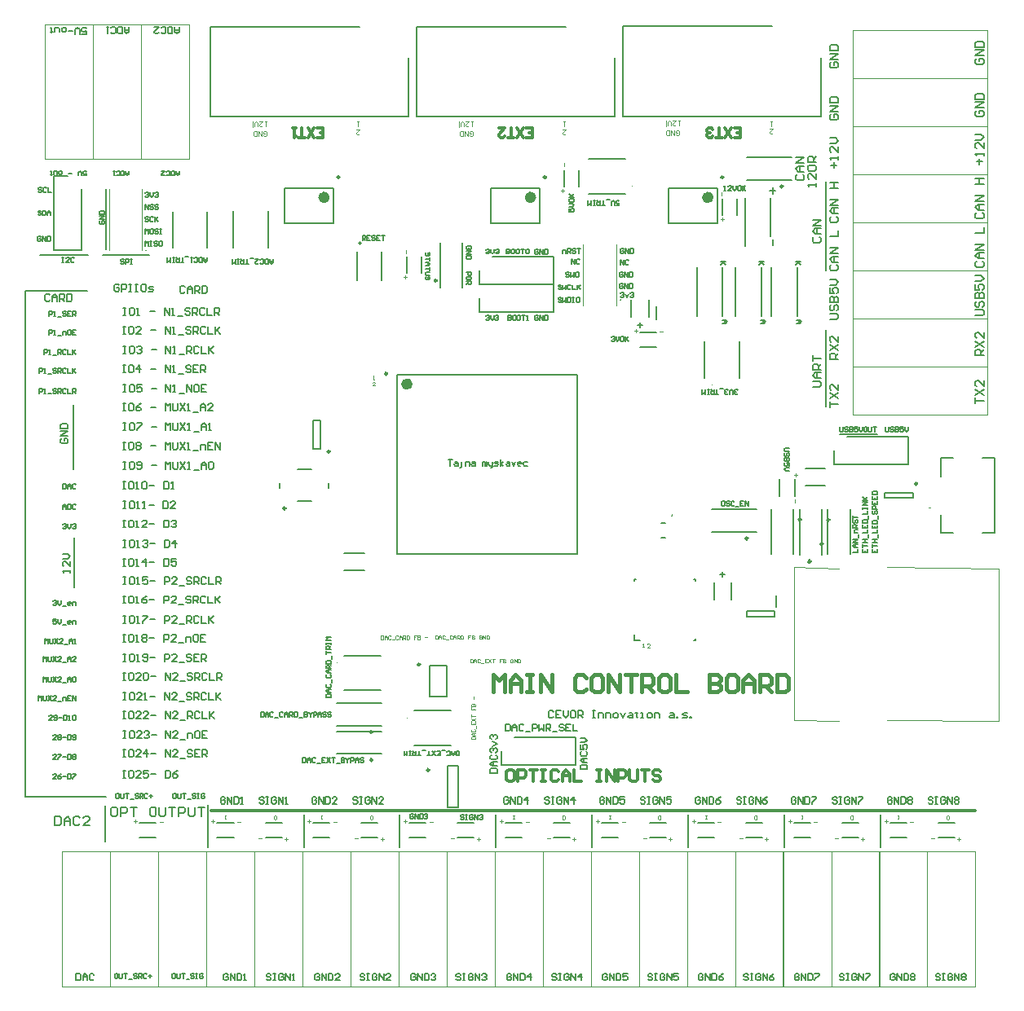
<source format=gbr>
%TF.GenerationSoftware,Altium Limited,Altium Designer,23.2.1 (34)*%
G04 Layer_Color=65535*
%FSLAX45Y45*%
%MOMM*%
%TF.SameCoordinates,C170FB48-CBA5-4DC5-83A8-8A264B0792BE*%
%TF.FilePolarity,Positive*%
%TF.FileFunction,Legend,Top*%
%TF.Part,Single*%
G01*
G75*
%TA.AperFunction,NonConductor*%
%ADD82C,0.25000*%
%ADD83C,0.20000*%
%ADD84C,0.30000*%
%ADD85C,0.60000*%
%ADD86C,0.02200*%
%ADD87C,0.10000*%
%ADD88C,0.12700*%
%ADD89C,0.40000*%
%ADD90C,0.07620*%
%ADD91C,0.20320*%
%ADD92C,0.15000*%
D82*
X15083652Y9437470D02*
G03*
X15083652Y9437470I-12500J0D01*
G01*
X18313200Y6757280D02*
G03*
X18313200Y6757280I-12500J0D01*
G01*
X19160683Y6949439D02*
G03*
X19160683Y6949439I-12500J0D01*
G01*
X19091322Y6697980D02*
G03*
X19091322Y6697980I-12500J0D01*
G01*
X18866039Y6951979D02*
G03*
X18866039Y6951979I-12500J0D01*
G01*
X18676421Y10414880D02*
G03*
X18676421Y10414880I-12500J0D01*
G01*
X14414301Y4745600D02*
G03*
X14414301Y4745600I-12500J0D01*
G01*
Y4453500D02*
G03*
X14414301Y4453500I-12500J0D01*
G01*
X15004999Y4349999D02*
G03*
X15004999Y4349999I-12500J0D01*
G01*
X13513980Y7068800D02*
G03*
X13513980Y7068800I-12500J0D01*
G01*
X14567000Y8468000D02*
G03*
X14567000Y8468000I-12500J0D01*
G01*
X13972920Y7658400D02*
G03*
X13972920Y7658400I-12500J0D01*
G01*
X14910300Y5445500D02*
G03*
X14910300Y5445500I-12500J0D01*
G01*
X20072501Y7325000D02*
G03*
X20072501Y7325000I-12500J0D01*
G01*
X14073680Y10510238D02*
G03*
X14073680Y10510238I-12500J0D01*
G01*
X16217900D02*
G03*
X16217900Y10510238I-12500J0D01*
G01*
X18059399D02*
G03*
X18059399Y10510238I-12500J0D01*
G01*
D83*
X17525002Y7000001D02*
G03*
X17525002Y6990001I0J-5000D01*
G01*
D02*
G03*
X17525002Y7000001I0J5000D01*
G01*
D02*
G03*
X17525002Y6990001I0J-5000D01*
G01*
X16992661Y9238060D02*
G03*
X16992661Y9238060I-5000J0D01*
G01*
X12062268Y9748392D02*
G03*
X12062268Y9748392I-5000J0D01*
G01*
X14294380Y9825460D02*
G03*
X14294380Y9825460I-10000J0D01*
G01*
X18200400Y10115640D02*
Y10285640D01*
X18044200Y10115640D02*
Y10285640D01*
X15885159Y4689100D02*
X16525160D01*
Y4404100D02*
Y4689100D01*
X15753160Y4404100D02*
X16525160D01*
X15753160D02*
Y4546600D01*
X15115379Y9365160D02*
Y9832160D01*
X15349380Y9365160D02*
Y9832160D01*
X11394700Y9748600D02*
Y10388600D01*
X11109700Y9748600D02*
X11394700D01*
X11109700D02*
Y10520600D01*
X11252200D01*
X19340810Y7814590D02*
X19980811D01*
Y7529590D02*
Y7814590D01*
X19208810Y7529590D02*
X19980811D01*
X19208810D02*
Y7672090D01*
X15659100Y9395720D02*
X16299100D01*
Y9110720D02*
Y9395720D01*
X15527100Y9110720D02*
X16299100D01*
X15527100D02*
Y9253220D01*
X15656560Y9682740D02*
X16296561D01*
Y9397740D02*
Y9682740D01*
X15524561Y9397740D02*
X16296561D01*
X15524561D02*
Y9540240D01*
X17940199Y6822279D02*
X18407199D01*
X17940199Y7056280D02*
X18407199D01*
X19083182Y6588940D02*
Y7055939D01*
X18849182Y6588940D02*
Y7055939D01*
X19143823Y6591480D02*
Y7058480D01*
X19377823Y6591480D02*
Y7058480D01*
X18788539Y6591480D02*
Y7058479D01*
X18554539Y6591480D02*
Y7058479D01*
X18548599Y9900202D02*
Y10290202D01*
X18288600Y9794202D02*
Y10290202D01*
X10809998Y4067501D02*
X11649999D01*
X10809998D02*
Y9332501D01*
X11449998D01*
X14870200Y12075080D02*
X16419200D01*
X14870200Y11140080D02*
Y12075080D01*
Y11140080D02*
X16927200D01*
Y11747080D01*
X17017439Y12078000D02*
X18566440D01*
X17017439Y11143000D02*
Y12078000D01*
Y11143000D02*
X19074440D01*
Y11750000D01*
X12728340Y12075500D02*
X14277341D01*
X12728340Y11140500D02*
Y12075500D01*
Y11140500D02*
X14785339D01*
Y11747500D01*
X17415001Y6920001D02*
X17455000D01*
X17415001D02*
X17455000D01*
X17415001Y6760001D02*
X17455000D01*
X17415001D02*
X17455000D01*
X18303419Y10479880D02*
X18770419D01*
X18303419Y10713880D02*
X18770419D01*
X14041299Y4810600D02*
X14508299D01*
X14041299Y5044600D02*
X14508299D01*
X14041299Y4518500D02*
X14508299D01*
X14041299Y4752500D02*
X14508299D01*
X18610001Y6040000D02*
Y6160000D01*
X18306200Y6005000D02*
X18593800D01*
X18306200Y5945000D02*
Y6005000D01*
Y5945000D02*
X18593800D01*
Y6005000D01*
X17363600Y9030200D02*
Y9170200D01*
X15195000Y3959999D02*
Y4390000D01*
Y3959999D02*
X15304999D01*
Y4390000D01*
X15195000D02*
X15304999D01*
X13633980Y7471300D02*
X13778979D01*
X13961481Y7283800D02*
Y7328800D01*
X13633980Y7141300D02*
X13778979D01*
X13451480Y7283800D02*
Y7328800D01*
X18451801Y9065000D02*
Y9575400D01*
X18185400Y9065000D02*
Y9575400D01*
X18826801Y9065000D02*
Y9575400D01*
X18560400Y9065000D02*
Y9575400D01*
X18051801Y9065000D02*
Y9575400D01*
X17785400Y9065000D02*
Y9575400D01*
X14672000Y6590500D02*
X16542000D01*
X14672000Y8460500D02*
X16542000D01*
Y6590500D02*
Y8460500D01*
X14672000Y6590500D02*
Y8460500D01*
X18910742Y7479598D02*
X19116563D01*
X18910742Y7304598D02*
X19116563D01*
X17191100Y8742699D02*
X17361099D01*
X17191100Y8898899D02*
X17361099D01*
X18643761Y7199599D02*
Y7369599D01*
X18799960Y7199599D02*
Y7369599D01*
X14923801Y9513660D02*
Y9683660D01*
X14767599Y9513660D02*
Y9683660D01*
X19789999Y3647500D02*
X19960001D01*
X19789999Y3803700D02*
X19960001D01*
X18791841Y3647500D02*
X18961841D01*
X18791841Y3803700D02*
X18961841D01*
X17793681Y3647500D02*
X17963683D01*
X17793681Y3803700D02*
X17963683D01*
X16795523Y3647500D02*
X16965523D01*
X16795523Y3803700D02*
X16965523D01*
X15797363Y3647500D02*
X15967365D01*
X15797363Y3803700D02*
X15967365D01*
X14799205Y3647500D02*
X14969205D01*
X14799205Y3803700D02*
X14969205D01*
X13801047Y3647503D02*
X13971046D01*
X13801047Y3803703D02*
X13971046D01*
X12802887Y3647500D02*
X12972887D01*
X12802887Y3803700D02*
X12972887D01*
X11997497Y3647498D02*
X12167498D01*
X11997497Y3803699D02*
X12167498D01*
X20289999Y3802500D02*
X20460001D01*
X20289999Y3646300D02*
X20460001D01*
X19291841Y3802500D02*
X19461841D01*
X19291841Y3646300D02*
X19461841D01*
X18293681Y3802500D02*
X18463683D01*
X18293681Y3646300D02*
X18463683D01*
X17295523Y3802500D02*
X17465523D01*
X17295523Y3646300D02*
X17465523D01*
X16297363Y3802500D02*
X16467365D01*
X16297363Y3646300D02*
X16467365D01*
X15299205Y3802500D02*
X15469205D01*
X15299205Y3646300D02*
X15469205D01*
X14301047Y3802500D02*
X14471046D01*
X14301047Y3646300D02*
X14471046D01*
X13302887Y3802500D02*
X13472887D01*
X13302887Y3646300D02*
X13472887D01*
X16562100Y10415360D02*
Y10585360D01*
X16405901Y10415360D02*
Y10585360D01*
X13797920Y7690900D02*
Y7980900D01*
X13877921Y7690900D02*
Y7980900D01*
X13797920D02*
X13877921D01*
X13797920Y7690900D02*
X13877921D01*
X17193600Y8947700D02*
Y8997700D01*
X17168600Y8972700D02*
X17218600D01*
X17103600Y9055200D02*
Y9235200D01*
X17283600Y9055200D02*
Y9235200D01*
X18049997Y6357499D02*
Y6407499D01*
X18024997Y6382499D02*
X18074997D01*
X18139998Y6119999D02*
Y6299999D01*
X17959998Y6119999D02*
Y6299999D01*
X14121979Y6600060D02*
X14327802D01*
X14121979Y6425061D02*
X14327802D01*
X18223601Y8425202D02*
Y8805202D01*
X17863602Y8425202D02*
Y8805202D01*
X14122900Y5179400D02*
X14502901D01*
X14122900Y5539400D02*
X14502901D01*
X14846800Y4607900D02*
X15226801D01*
X14846800Y4967900D02*
X15226801D01*
X12972121Y9776960D02*
Y10156960D01*
X13332120Y9776960D02*
Y10156960D01*
X12338720Y9774600D02*
Y10154600D01*
X12698720Y9774600D02*
Y10154600D01*
X16660300Y10700680D02*
X17040300D01*
X16660300Y10340680D02*
X17040300D01*
X17769199Y5698098D02*
Y5718098D01*
X17749197Y5698098D02*
X17769199D01*
Y6313098D02*
Y6333098D01*
X17749197D02*
X17769199D01*
X17134200D02*
X17154199D01*
X17134200Y6313098D02*
Y6333098D01*
X17136699Y5695598D02*
X17191699D01*
X17134200Y5698098D02*
Y5755598D01*
X15012801Y5110500D02*
X15187801D01*
X15012801Y5430500D02*
X15187801D01*
Y5110500D02*
Y5430500D01*
X15012801Y5110500D02*
Y5430500D01*
X20748100Y6812603D02*
X20879601D01*
Y7592603D01*
X20748100D02*
X20879601D01*
X20316600Y6812603D02*
X20448100D01*
X20316600D02*
Y7002602D01*
Y7402603D02*
Y7592603D01*
X20448100D01*
X14256480Y9435960D02*
Y9735960D01*
X14506480Y9435960D02*
Y9735960D01*
X19730000Y7180000D02*
X20030000D01*
X19730000Y7230000D02*
X20030000D01*
X19730000Y7180000D02*
Y7230000D01*
X20030000Y7180000D02*
Y7230000D01*
X13501180Y10030238D02*
Y10400238D01*
X14011180Y10030238D02*
Y10400238D01*
X13501180Y10030238D02*
X14011180D01*
X13501180Y10400238D02*
X14011180D01*
X15645399Y10030238D02*
Y10400238D01*
X16155400Y10030238D02*
Y10400238D01*
X15645399Y10030238D02*
X16155400D01*
X15645399Y10400238D02*
X16155400D01*
X17486900Y10030238D02*
Y10400238D01*
X17996899Y10030238D02*
Y10400238D01*
X17486900Y10030238D02*
X17996899D01*
X17486900Y10400238D02*
X17996899D01*
X11112180Y3871548D02*
Y3771580D01*
X11162164D01*
X11178825Y3788241D01*
Y3854886D01*
X11162164Y3871548D01*
X11112180D01*
X11212148Y3771580D02*
Y3838225D01*
X11245470Y3871548D01*
X11278793Y3838225D01*
Y3771580D01*
Y3821564D01*
X11212148D01*
X11378761Y3854886D02*
X11362099Y3871548D01*
X11328777D01*
X11312116Y3854886D01*
Y3788241D01*
X11328777Y3771580D01*
X11362099D01*
X11378761Y3788241D01*
X11478728Y3771580D02*
X11412083D01*
X11478728Y3838225D01*
Y3854886D01*
X11462067Y3871548D01*
X11428745D01*
X11412083Y3854886D01*
X11751444Y3965528D02*
X11718121D01*
X11701460Y3948866D01*
Y3882221D01*
X11718121Y3865560D01*
X11751444D01*
X11768105Y3882221D01*
Y3948866D01*
X11751444Y3965528D01*
X11801428Y3865560D02*
Y3965528D01*
X11851412D01*
X11868073Y3948866D01*
Y3915544D01*
X11851412Y3898882D01*
X11801428D01*
X11901396Y3965528D02*
X11968041D01*
X11934718D01*
Y3865560D01*
X12151315Y3965528D02*
X12117993D01*
X12101331Y3948866D01*
Y3882221D01*
X12117993Y3865560D01*
X12151315D01*
X12167976Y3882221D01*
Y3948866D01*
X12151315Y3965528D01*
X12201299D02*
Y3882221D01*
X12217960Y3865560D01*
X12251283D01*
X12267944Y3882221D01*
Y3965528D01*
X12301267D02*
X12367912D01*
X12334589D01*
Y3865560D01*
X12401235D02*
Y3965528D01*
X12451218D01*
X12467880Y3948866D01*
Y3915544D01*
X12451218Y3898882D01*
X12401235D01*
X12501202Y3965528D02*
Y3882221D01*
X12517864Y3865560D01*
X12551186D01*
X12567847Y3882221D01*
Y3965528D01*
X12601170D02*
X12667815D01*
X12634493D01*
Y3865560D01*
D84*
X18952998Y6504998D02*
G03*
X18952998Y6524998I0J10000D01*
G01*
D02*
G03*
X18952998Y6504998I0J-10000D01*
G01*
X12740640Y3924301D02*
X20670520Y3924300D01*
X15867001Y4349961D02*
X15827014D01*
X15807021Y4329968D01*
Y4249994D01*
X15827014Y4230000D01*
X15867001D01*
X15886993Y4249994D01*
Y4329968D01*
X15867001Y4349961D01*
X15926981Y4230000D02*
Y4349961D01*
X15986961D01*
X16006955Y4329968D01*
Y4289981D01*
X15986961Y4269987D01*
X15926981D01*
X16046942Y4349961D02*
X16126917D01*
X16086929D01*
Y4230000D01*
X16166904Y4349961D02*
X16206889D01*
X16186897D01*
Y4230000D01*
X16166904D01*
X16206889D01*
X16346844Y4329968D02*
X16326852Y4349961D01*
X16286865D01*
X16266872Y4329968D01*
Y4249994D01*
X16286865Y4230000D01*
X16326852D01*
X16346844Y4249994D01*
X16386832Y4230000D02*
Y4309974D01*
X16426819Y4349961D01*
X16466808Y4309974D01*
Y4230000D01*
Y4289981D01*
X16386832D01*
X16506795Y4349961D02*
Y4230000D01*
X16586768D01*
X16746716Y4349961D02*
X16786703D01*
X16766708D01*
Y4230000D01*
X16746716D01*
X16786703D01*
X16846684D02*
Y4349961D01*
X16926659Y4230000D01*
Y4349961D01*
X16966644Y4230000D02*
Y4349961D01*
X17026625D01*
X17046619Y4329968D01*
Y4289981D01*
X17026625Y4269987D01*
X16966644D01*
X17086606Y4349961D02*
Y4249994D01*
X17106599Y4230000D01*
X17146587D01*
X17166580Y4249994D01*
Y4349961D01*
X17206567D02*
X17286542D01*
X17246555D01*
Y4230000D01*
X17406502Y4329968D02*
X17386510Y4349961D01*
X17346523D01*
X17326527Y4329968D01*
Y4309974D01*
X17346523Y4289981D01*
X17386510D01*
X17406502Y4269987D01*
Y4249994D01*
X17386510Y4230000D01*
X17346523D01*
X17326527Y4249994D01*
X18171828Y10924031D02*
X18235139D01*
Y11019000D01*
X18171828D01*
X18235139Y10971515D02*
X18203484D01*
X18140170Y10924031D02*
X18076859Y11019000D01*
Y10924031D02*
X18140170Y11019000D01*
X18045201Y10924031D02*
X17981889D01*
X18013545D01*
Y11019000D01*
X17950232Y10939859D02*
X17934404Y10924031D01*
X17902747D01*
X17886919Y10939859D01*
Y10955687D01*
X17902747Y10971515D01*
X17918576D01*
X17902747D01*
X17886919Y10987344D01*
Y11003172D01*
X17902747Y11019000D01*
X17934404D01*
X17950232Y11003172D01*
X16010927Y10924031D02*
X16074240D01*
Y11019000D01*
X16010927D01*
X16074240Y10971515D02*
X16042584D01*
X15979271Y10924031D02*
X15915958Y11019000D01*
Y10924031D02*
X15979271Y11019000D01*
X15884302Y10924031D02*
X15820988D01*
X15852644D01*
Y11019000D01*
X15726019D02*
X15789333D01*
X15726019Y10955687D01*
Y10939859D01*
X15741847Y10924031D01*
X15773505D01*
X15789333Y10939859D01*
X13838586Y10924031D02*
X13901900D01*
Y11019000D01*
X13838586D01*
X13901900Y10971515D02*
X13870244D01*
X13806931Y10924031D02*
X13743617Y11019000D01*
Y10924031D02*
X13806931Y11019000D01*
X13711961Y10924031D02*
X13648650D01*
X13680305D01*
Y11019000D01*
X13616992D02*
X13585336D01*
X13601164D01*
Y10924031D01*
X13616992Y10939859D01*
D85*
X14802000Y8360500D02*
G03*
X14802000Y8360500I-30000J0D01*
G01*
X13941180Y10300238D02*
G03*
X13941180Y10300238I-30000J0D01*
G01*
X16085400D02*
G03*
X16085400Y10300238I-30000J0D01*
G01*
X17926900D02*
G03*
X17926900Y10300238I-30000J0D01*
G01*
D86*
X17940601Y8352702D02*
G03*
X17938400Y8352702I-1100J0D01*
G01*
D02*
G03*
X17940601Y8352702I1100J0D01*
G01*
X14050400Y5462400D02*
G03*
X14050400Y5464600I0J1100D01*
G01*
D02*
G03*
X14050400Y5462400I0J-1100D01*
G01*
X14774300Y4890900D02*
G03*
X14774300Y4893100I0J1100D01*
G01*
D02*
G03*
X14774300Y4890900I0J-1100D01*
G01*
X13255119Y10229460D02*
G03*
X13257320Y10229460I1100J0D01*
G01*
D02*
G03*
X13255119Y10229460I-1100J0D01*
G01*
X12621720Y10227100D02*
G03*
X12623920Y10227100I1100J0D01*
G01*
D02*
G03*
X12621720Y10227100I-1100J0D01*
G01*
X17112801Y10417680D02*
G03*
X17112801Y10415480I0J-1100D01*
G01*
D02*
G03*
X17112801Y10417680I0J1100D01*
G01*
D87*
X20208099Y7072603D02*
G03*
X20198100Y7072603I-5000J0D01*
G01*
D02*
G03*
X20208099Y7072603I5000J0D01*
G01*
X16602660Y9179560D02*
Y9814560D01*
X16945660Y9179560D02*
Y9814560D01*
X11677600Y9753600D02*
Y10388600D01*
X12020600Y9753600D02*
Y10388600D01*
X18791998Y4867498D02*
X19256998Y4854998D01*
X18791998Y4867498D02*
Y6454998D01*
X19256998Y6442498D01*
X19756998Y4867498D02*
X20921999Y4854998D01*
Y6442498D01*
X19756998Y6454998D02*
X20921999Y6442498D01*
X19399998Y10540002D02*
Y11040002D01*
Y10540002D02*
X20799998D01*
Y11040002D01*
X19399998D02*
X20799998D01*
X19399998D02*
Y11540002D01*
Y11040002D02*
X20799998D01*
Y11540002D01*
X19399998D02*
X20799998D01*
X19399998Y9040002D02*
Y9540002D01*
Y9040002D02*
X20799998D01*
Y9540002D01*
X19399998D02*
X20799998D01*
X20177115Y3500002D02*
X20677115D01*
X20177115Y2100002D02*
Y3500002D01*
Y2100002D02*
X20677115D01*
Y3500002D01*
X19178957D02*
X19678957D01*
X19178957Y2100002D02*
Y3500002D01*
Y2100002D02*
X19678957D01*
Y3500002D01*
X18180797D02*
X18680797D01*
X18180797Y2100002D02*
Y3500002D01*
Y2100002D02*
X18680797D01*
Y3500002D01*
X17182639D02*
X17682639D01*
X17182639Y2100002D02*
Y3500002D01*
Y2100002D02*
X17682639D01*
Y3500002D01*
X16184479D02*
X16684479D01*
X16184479Y2100002D02*
Y3500002D01*
Y2100002D02*
X16684479D01*
Y3500002D01*
X15186320D02*
X15686320D01*
X15186320Y2100002D02*
Y3500002D01*
Y2100002D02*
X15686320D01*
Y3500002D01*
X14188161Y3500000D02*
X14688161D01*
X14188161Y2100000D02*
Y3500000D01*
Y2100000D02*
X14688161D01*
Y3500000D01*
X13190002Y3500002D02*
X13690002D01*
X13190002Y2100002D02*
Y3500002D01*
Y2100002D02*
X13690002D01*
Y3500002D01*
X19677115D02*
X20177115D01*
X19677115Y2100002D02*
Y3500002D01*
Y2100002D02*
X20177115D01*
Y3500002D01*
X18678957D02*
X19178957D01*
X18678957Y2100002D02*
Y3500002D01*
Y2100002D02*
X19178957D01*
Y3500002D01*
X17680797D02*
X18180797D01*
X17680797Y2100002D02*
Y3500002D01*
Y2100002D02*
X18180797D01*
Y3500002D01*
X16682639D02*
X17182639D01*
X16682639Y2100002D02*
Y3500002D01*
Y2100002D02*
X17182639D01*
Y3500002D01*
X15684479D02*
X16184479D01*
X15684479Y2100002D02*
Y3500002D01*
Y2100002D02*
X16184479D01*
Y3500002D01*
X14686320D02*
X15186320D01*
X14686320Y2100002D02*
Y3500002D01*
Y2100002D02*
X15186320D01*
Y3500002D01*
X13688161Y3499999D02*
X14188161D01*
X13688161Y2099999D02*
Y3499999D01*
Y2099999D02*
X14188161D01*
Y3499999D01*
X12690002Y3500002D02*
X13190002D01*
X12690002Y2100002D02*
Y3500002D01*
Y2100002D02*
X13190002D01*
Y3500002D01*
X11690000Y3500000D02*
X12190000D01*
X11690000Y2100000D02*
Y3500000D01*
Y2100000D02*
X12190000D01*
Y3500000D01*
X12190002Y3499998D02*
X12690002D01*
X12190002Y2099998D02*
Y3499998D01*
Y2099998D02*
X12690002D01*
Y3499998D01*
X19400000Y10040000D02*
Y10540000D01*
Y10040000D02*
X20800000D01*
Y10540000D01*
X19400000D02*
X20800000D01*
X19400000Y9540000D02*
Y10040000D01*
Y9540000D02*
X20800000D01*
Y10040000D01*
X19400000D02*
X20800000D01*
X19400000Y11540000D02*
Y12040000D01*
Y11540000D02*
X20800000D01*
Y12040000D01*
X19400000D02*
X20800000D01*
X19400000Y8040000D02*
Y8540000D01*
Y8040000D02*
X20800000D01*
Y8540000D01*
X19400000D02*
X20800000D01*
X19399995Y8540044D02*
Y9040044D01*
Y8540044D02*
X20799995D01*
Y9040044D01*
X19399995D02*
X20799995D01*
X11010000Y10700000D02*
X11510000D01*
Y12100000D01*
X11010000D02*
X11510000D01*
X11010000Y10700000D02*
Y12100000D01*
X11190000Y3500000D02*
X11690000D01*
X11190000Y2100000D02*
Y3500000D01*
Y2100000D02*
X11690000D01*
Y3500000D01*
X12010000Y10700000D02*
X12510000D01*
Y12100000D01*
X12010000D02*
X12510000D01*
X12010000Y10700000D02*
Y12100000D01*
X11510000Y10700000D02*
X12010000D01*
Y12100000D01*
X11510000D02*
X12010000D01*
X11510000Y10700000D02*
Y12100000D01*
D88*
X18540202Y10367913D02*
X18602411D01*
X18570959Y10337335D02*
Y10400835D01*
X18571001Y9803102D02*
Y9866602D01*
X11610340Y9702800D02*
X12092940D01*
X10964862Y9698349D02*
X11462702D01*
X19123660Y9537700D02*
Y10464800D01*
Y8122920D02*
Y8925560D01*
X17693335Y3545840D02*
Y3883664D01*
X18691493Y3545842D02*
Y3883665D01*
X19689651Y3545842D02*
Y3883665D01*
X13700699Y3545836D02*
Y3883660D01*
X14698857Y3545842D02*
Y3883665D01*
X15697017Y3545840D02*
Y3883664D01*
X16695175Y3545842D02*
Y3883665D01*
X11310620Y7475220D02*
Y8140700D01*
X11318240Y6243320D02*
Y6764020D01*
X19268216Y7842846D02*
X19654295D01*
X11650000Y9760000D02*
Y10390000D01*
X11635740Y3604260D02*
Y3975100D01*
X12702540Y3545840D02*
Y3982720D01*
X15796260Y4826360D02*
Y4756383D01*
X15831248D01*
X15842912Y4768046D01*
Y4814698D01*
X15831248Y4826360D01*
X15796260D01*
X15866238Y4756383D02*
Y4803035D01*
X15889563Y4826360D01*
X15912889Y4803035D01*
Y4756383D01*
Y4791372D01*
X15866238D01*
X15982867Y4814698D02*
X15971204Y4826360D01*
X15947878D01*
X15936215Y4814698D01*
Y4768046D01*
X15947878Y4756383D01*
X15971204D01*
X15982867Y4768046D01*
X16006194Y4744720D02*
X16052844D01*
X16076170Y4756383D02*
Y4826360D01*
X16111159D01*
X16122823Y4814698D01*
Y4791372D01*
X16111159Y4779709D01*
X16076170D01*
X16146149Y4826360D02*
Y4756383D01*
X16169473Y4779709D01*
X16192799Y4756383D01*
Y4826360D01*
X16216125Y4756383D02*
Y4826360D01*
X16251114D01*
X16262778Y4814698D01*
Y4791372D01*
X16251114Y4779709D01*
X16216125D01*
X16239452D02*
X16262778Y4756383D01*
X16286102Y4744720D02*
X16332755D01*
X16402731Y4814698D02*
X16391069Y4826360D01*
X16367743D01*
X16356081Y4814698D01*
Y4803035D01*
X16367743Y4791372D01*
X16391069D01*
X16402731Y4779709D01*
Y4768046D01*
X16391069Y4756383D01*
X16367743D01*
X16356081Y4768046D01*
X16472710Y4826360D02*
X16426057D01*
Y4756383D01*
X16472710D01*
X16426057Y4791372D02*
X16449384D01*
X16496034Y4826360D02*
Y4756383D01*
X16542686D01*
X18064481Y10373360D02*
X18081142D01*
X18072810D01*
Y10423344D01*
X18064481Y10415013D01*
X18139456Y10373360D02*
X18106133D01*
X18139456Y10406683D01*
Y10415013D01*
X18131125Y10423344D01*
X18114464D01*
X18106133Y10415013D01*
X18156117Y10423344D02*
Y10390021D01*
X18172778Y10373360D01*
X18189439Y10390021D01*
Y10423344D01*
X18231091D02*
X18214432D01*
X18206100Y10415013D01*
Y10381691D01*
X18214432Y10373360D01*
X18231091D01*
X18239423Y10381691D01*
Y10415013D01*
X18231091Y10423344D01*
X18256084D02*
Y10373360D01*
Y10390021D01*
X18289407Y10423344D01*
X18264415Y10398352D01*
X18289407Y10373360D01*
X16574641Y4356100D02*
X16644620D01*
Y4391089D01*
X16632957Y4402752D01*
X16586305D01*
X16574641Y4391089D01*
Y4356100D01*
X16644620Y4426078D02*
X16597968D01*
X16574641Y4449403D01*
X16597968Y4472729D01*
X16644620D01*
X16609631D01*
Y4426078D01*
X16586305Y4542707D02*
X16574641Y4531044D01*
Y4507718D01*
X16586305Y4496055D01*
X16632957D01*
X16644620Y4507718D01*
Y4531044D01*
X16632957Y4542707D01*
X16574641Y4612684D02*
Y4566033D01*
X16609631D01*
X16597968Y4589358D01*
Y4601021D01*
X16609631Y4612684D01*
X16632957D01*
X16644620Y4601021D01*
Y4577695D01*
X16632957Y4566033D01*
X16574641Y4636010D02*
X16621294D01*
X16644620Y4659336D01*
X16621294Y4682662D01*
X16574641D01*
X15637383Y4320540D02*
X15707359D01*
Y4355529D01*
X15695697Y4367192D01*
X15649045D01*
X15637383Y4355529D01*
Y4320540D01*
X15707359Y4390518D02*
X15660709D01*
X15637383Y4413843D01*
X15660709Y4437169D01*
X15707359D01*
X15672371D01*
Y4390518D01*
X15649045Y4507147D02*
X15637383Y4495484D01*
Y4472158D01*
X15649045Y4460495D01*
X15695697D01*
X15707359Y4472158D01*
Y4495484D01*
X15695697Y4507147D01*
X15649045Y4530473D02*
X15637383Y4542135D01*
Y4565461D01*
X15649045Y4577124D01*
X15660709D01*
X15672371Y4565461D01*
Y4553798D01*
Y4565461D01*
X15684035Y4577124D01*
X15695697D01*
X15707359Y4565461D01*
Y4542135D01*
X15695697Y4530473D01*
X15660709Y4600450D02*
X15707359Y4623776D01*
X15660709Y4647102D01*
X15649045Y4670428D02*
X15637383Y4682090D01*
Y4705416D01*
X15649045Y4717079D01*
X15660709D01*
X15672371Y4705416D01*
Y4693753D01*
Y4705416D01*
X15684035Y4717079D01*
X15695697D01*
X15707359Y4705416D01*
Y4682090D01*
X15695697Y4670428D01*
X18483682Y9637700D02*
X18432899D01*
X18449828D01*
X18483682Y9603844D01*
X18458292Y9629236D01*
X18432899Y9603844D01*
X18445599Y9028101D02*
X18479456D01*
X18496382Y9011173D01*
X18479456Y8994245D01*
X18445599D01*
X18470992D01*
Y9028101D01*
X18858682Y9637700D02*
X18807899D01*
X18824828D01*
X18858682Y9603844D01*
X18833292Y9629236D01*
X18807899Y9603844D01*
X18820599Y9028101D02*
X18854456D01*
X18871382Y9011173D01*
X18854456Y8994245D01*
X18820599D01*
X18845992D01*
Y9028101D01*
X18083682Y9637700D02*
X18032899D01*
X18049828D01*
X18083682Y9603844D01*
X18058292Y9629236D01*
X18032899Y9603844D01*
X18045599Y9028101D02*
X18079456D01*
X18096384Y9011173D01*
X18079456Y8994245D01*
X18045599D01*
X18070992D01*
Y9028101D01*
X18998801Y9890448D02*
X18983989Y9875636D01*
Y9846012D01*
X18998801Y9831200D01*
X19058047D01*
X19072861Y9846012D01*
Y9875636D01*
X19058047Y9890448D01*
X19072861Y9920071D02*
X19013612D01*
X18983989Y9949695D01*
X19013612Y9979319D01*
X19072861D01*
X19028424D01*
Y9920071D01*
X19072861Y10008943D02*
X18983989D01*
X19072861Y10068190D01*
X18983989D01*
Y8331200D02*
X19058047D01*
X19072861Y8346012D01*
Y8375636D01*
X19058047Y8390448D01*
X18983989D01*
X19072861Y8420071D02*
X19013612D01*
X18983989Y8449695D01*
X19013612Y8479319D01*
X19072861D01*
X19028424D01*
Y8420071D01*
X19072861Y8508943D02*
X18983989D01*
Y8553378D01*
X18998801Y8568190D01*
X19028424D01*
X19043236Y8553378D01*
Y8508943D01*
Y8538566D02*
X19072861Y8568190D01*
X18983989Y8597814D02*
Y8657061D01*
Y8627438D01*
X19072861D01*
X18744383Y7691120D02*
X18702731D01*
X18694400Y7682789D01*
Y7666128D01*
X18702731Y7657797D01*
X18744383D01*
X18736053Y7607814D02*
X18744383Y7616145D01*
Y7632806D01*
X18736053Y7641136D01*
X18727724D01*
X18719392Y7632806D01*
Y7616145D01*
X18711061Y7607814D01*
X18702731D01*
X18694400Y7616145D01*
Y7632806D01*
X18702731Y7641136D01*
X18744383Y7591153D02*
X18694400D01*
Y7566161D01*
X18702731Y7557830D01*
X18711061D01*
X18719392Y7566161D01*
Y7591153D01*
Y7566161D01*
X18727724Y7557830D01*
X18736053D01*
X18744383Y7566161D01*
Y7591153D01*
Y7507847D02*
Y7541169D01*
X18719392D01*
X18727724Y7524508D01*
Y7516177D01*
X18719392Y7507847D01*
X18702731D01*
X18694400Y7516177D01*
Y7532838D01*
X18702731Y7541169D01*
X18744383Y7491185D02*
X18711061D01*
X18694400Y7474524D01*
X18711061Y7457863D01*
X18744383D01*
X16943690Y10221066D02*
X16977014D01*
Y10246057D01*
X16960353Y10237727D01*
X16952022D01*
X16943690Y10246057D01*
Y10262719D01*
X16952022Y10271049D01*
X16968683D01*
X16977014Y10262719D01*
X16927029Y10221066D02*
Y10254388D01*
X16910368Y10271049D01*
X16893707Y10254388D01*
Y10221066D01*
X16877048Y10279380D02*
X16843724D01*
X16827063Y10221066D02*
X16793739D01*
X16810402D01*
Y10271049D01*
X16777078D02*
Y10221066D01*
X16752087D01*
X16743758Y10229396D01*
Y10246057D01*
X16752087Y10254388D01*
X16777078D01*
X16760419D02*
X16743758Y10271049D01*
X16727097Y10221066D02*
X16710434D01*
X16718765D01*
Y10271049D01*
X16727097D01*
X16710434D01*
X16685442D02*
Y10221066D01*
X16668781Y10237727D01*
X16652119Y10221066D01*
Y10271049D01*
X16457475Y10185703D02*
Y10152380D01*
X16482468D01*
X16474136Y10169041D01*
Y10177372D01*
X16482468Y10185703D01*
X16499129D01*
X16507460Y10177372D01*
Y10160711D01*
X16499129Y10152380D01*
X16457475Y10202364D02*
X16490799D01*
X16507460Y10219025D01*
X16490799Y10235686D01*
X16457475D01*
Y10277339D02*
Y10260678D01*
X16465807Y10252347D01*
X16499129D01*
X16507460Y10260678D01*
Y10277339D01*
X16499129Y10285670D01*
X16465807D01*
X16457475Y10277339D01*
Y10302331D02*
X16507460D01*
X16490799D01*
X16457475Y10335653D01*
X16482468Y10310662D01*
X16507460Y10335653D01*
X16893539Y8842753D02*
X16901871Y8851084D01*
X16918532D01*
X16926863Y8842753D01*
Y8834423D01*
X16918532Y8826092D01*
X16910201D01*
X16918532D01*
X16926863Y8817761D01*
Y8809431D01*
X16918532Y8801100D01*
X16901871D01*
X16893539Y8809431D01*
X16943524Y8851084D02*
Y8817761D01*
X16960185Y8801100D01*
X16976846Y8817761D01*
Y8851084D01*
X17018500D02*
X17001839D01*
X16993507Y8842753D01*
Y8809431D01*
X17001839Y8801100D01*
X17018500D01*
X17026830Y8809431D01*
Y8842753D01*
X17018500Y8851084D01*
X17043491D02*
Y8801100D01*
Y8817761D01*
X17076813Y8851084D01*
X17051822Y8826092D01*
X17076813Y8801100D01*
X11774219Y4104658D02*
X11757558D01*
X11749227Y4096327D01*
Y4063005D01*
X11757558Y4054674D01*
X11774219D01*
X11782550Y4063005D01*
Y4096327D01*
X11774219Y4104658D01*
X11799211D02*
Y4063005D01*
X11807542Y4054674D01*
X11824203D01*
X11832534Y4063005D01*
Y4104658D01*
X11849195D02*
X11882517D01*
X11865856D01*
Y4054674D01*
X11899178Y4046343D02*
X11932501D01*
X11982485Y4096327D02*
X11974154Y4104658D01*
X11957493D01*
X11949162Y4096327D01*
Y4087996D01*
X11957493Y4079666D01*
X11974154D01*
X11982485Y4071335D01*
Y4063005D01*
X11974154Y4054674D01*
X11957493D01*
X11949162Y4063005D01*
X11999146Y4054674D02*
Y4104658D01*
X12024137D01*
X12032468Y4096327D01*
Y4079666D01*
X12024137Y4071335D01*
X11999146D01*
X12015807D02*
X12032468Y4054674D01*
X12082452Y4096327D02*
X12074121Y4104658D01*
X12057460D01*
X12049129Y4096327D01*
Y4063005D01*
X12057460Y4054674D01*
X12074121D01*
X12082452Y4063005D01*
X12099113Y4079666D02*
X12132435D01*
X12115774Y4096327D02*
Y4063005D01*
X12369648Y4104658D02*
X12352987D01*
X12344656Y4096327D01*
Y4063005D01*
X12352987Y4054674D01*
X12369648D01*
X12377979Y4063005D01*
Y4096327D01*
X12369648Y4104658D01*
X12394640D02*
Y4063005D01*
X12402971Y4054674D01*
X12419632D01*
X12427962Y4063005D01*
Y4104658D01*
X12444624D02*
X12477946D01*
X12461285D01*
Y4054674D01*
X12494607Y4046343D02*
X12527930D01*
X12577913Y4096327D02*
X12569583Y4104658D01*
X12552922D01*
X12544591Y4096327D01*
Y4087996D01*
X12552922Y4079666D01*
X12569583D01*
X12577913Y4071335D01*
Y4063005D01*
X12569583Y4054674D01*
X12552922D01*
X12544591Y4063005D01*
X12594575Y4104658D02*
X12611236D01*
X12602905D01*
Y4054674D01*
X12594575D01*
X12611236D01*
X12669550Y4096327D02*
X12661220Y4104658D01*
X12644558D01*
X12636228Y4096327D01*
Y4063005D01*
X12644558Y4054674D01*
X12661220D01*
X12669550Y4063005D01*
Y4079666D01*
X12652889D01*
X12885243Y4057435D02*
X12873579Y4069098D01*
X12850253D01*
X12838591Y4057435D01*
Y4010783D01*
X12850253Y3999120D01*
X12873579D01*
X12885243Y4010783D01*
Y4034109D01*
X12861917D01*
X12908569Y3999120D02*
Y4069098D01*
X12955220Y3999120D01*
Y4069098D01*
X12978546D02*
Y3999120D01*
X13013535D01*
X13025198Y4010783D01*
Y4057435D01*
X13013535Y4069098D01*
X12978546D01*
X13048524Y3999120D02*
X13071849D01*
X13060185D01*
Y4069098D01*
X13048524Y4057435D01*
X13287543D02*
X13275879Y4069098D01*
X13252553D01*
X13240891Y4057435D01*
Y4045772D01*
X13252553Y4034109D01*
X13275879D01*
X13287543Y4022446D01*
Y4010783D01*
X13275879Y3999120D01*
X13252553D01*
X13240891Y4010783D01*
X13310867Y4069098D02*
X13334193D01*
X13322531D01*
Y3999120D01*
X13310867D01*
X13334193D01*
X13415834Y4057435D02*
X13404172Y4069098D01*
X13380846D01*
X13369182Y4057435D01*
Y4010783D01*
X13380846Y3999120D01*
X13404172D01*
X13415834Y4010783D01*
Y4034109D01*
X13392508D01*
X13439160Y3999120D02*
Y4069098D01*
X13485811Y3999120D01*
Y4069098D01*
X13509137Y3999120D02*
X13532463D01*
X13520799D01*
Y4069098D01*
X13509137Y4057435D01*
X14260141D02*
X14248479Y4069098D01*
X14225153D01*
X14213489Y4057435D01*
Y4045772D01*
X14225153Y4034109D01*
X14248479D01*
X14260141Y4022446D01*
Y4010783D01*
X14248479Y3999120D01*
X14225153D01*
X14213489Y4010783D01*
X14283466Y4069098D02*
X14306792D01*
X14295129D01*
Y3999120D01*
X14283466D01*
X14306792D01*
X14388432Y4057435D02*
X14376770Y4069098D01*
X14353444D01*
X14341782Y4057435D01*
Y4010783D01*
X14353444Y3999120D01*
X14376770D01*
X14388432Y4010783D01*
Y4034109D01*
X14365108D01*
X14411758Y3999120D02*
Y4069098D01*
X14458411Y3999120D01*
Y4069098D01*
X14528387Y3999120D02*
X14481737D01*
X14528387Y4045772D01*
Y4057435D01*
X14516725Y4069098D01*
X14493399D01*
X14481737Y4057435D01*
X13834515D02*
X13822853Y4069098D01*
X13799527D01*
X13787865Y4057435D01*
Y4010783D01*
X13799527Y3999120D01*
X13822853D01*
X13834515Y4010783D01*
Y4034109D01*
X13811189D01*
X13857841Y3999120D02*
Y4069098D01*
X13904494Y3999120D01*
Y4069098D01*
X13927818D02*
Y3999120D01*
X13962808D01*
X13974471Y4010783D01*
Y4057435D01*
X13962808Y4069098D01*
X13927818D01*
X14044447Y3999120D02*
X13997797D01*
X14044447Y4045772D01*
Y4057435D01*
X14032785Y4069098D01*
X14009459D01*
X13997797Y4057435D01*
X15364066Y3878556D02*
X15355734Y3886886D01*
X15339073D01*
X15330742Y3878556D01*
Y3870225D01*
X15339073Y3861894D01*
X15355734D01*
X15364066Y3853564D01*
Y3845233D01*
X15355734Y3836902D01*
X15339073D01*
X15330742Y3845233D01*
X15380727Y3886886D02*
X15397388D01*
X15389056D01*
Y3836902D01*
X15380727D01*
X15397388D01*
X15455701Y3878556D02*
X15447371Y3886886D01*
X15430710D01*
X15422379Y3878556D01*
Y3845233D01*
X15430710Y3836902D01*
X15447371D01*
X15455701Y3845233D01*
Y3861894D01*
X15439040D01*
X15472363Y3836902D02*
Y3886886D01*
X15505685Y3836902D01*
Y3886886D01*
X15522346Y3878556D02*
X15530676Y3886886D01*
X15547337D01*
X15555669Y3878556D01*
Y3870225D01*
X15547337Y3861894D01*
X15539008D01*
X15547337D01*
X15555669Y3853564D01*
Y3845233D01*
X15547337Y3836902D01*
X15530676D01*
X15522346Y3845233D01*
X14837036Y3883272D02*
X14828705Y3891602D01*
X14812044D01*
X14803712Y3883272D01*
Y3849949D01*
X14812044Y3841618D01*
X14828705D01*
X14837036Y3849949D01*
Y3866610D01*
X14820374D01*
X14853697Y3841618D02*
Y3891602D01*
X14887019Y3841618D01*
Y3891602D01*
X14903680D02*
Y3841618D01*
X14928671D01*
X14937003Y3849949D01*
Y3883272D01*
X14928671Y3891602D01*
X14903680D01*
X14953664Y3883272D02*
X14961995Y3891602D01*
X14978656D01*
X14986987Y3883272D01*
Y3874941D01*
X14978656Y3866610D01*
X14970325D01*
X14978656D01*
X14986987Y3858280D01*
Y3849949D01*
X14978656Y3841618D01*
X14961995D01*
X14953664Y3849949D01*
X16251990Y4057435D02*
X16240327Y4069098D01*
X16217001D01*
X16205338Y4057435D01*
Y4045772D01*
X16217001Y4034109D01*
X16240327D01*
X16251990Y4022446D01*
Y4010783D01*
X16240327Y3999120D01*
X16217001D01*
X16205338Y4010783D01*
X16275316Y4069098D02*
X16298642D01*
X16286980D01*
Y3999120D01*
X16275316D01*
X16298642D01*
X16380283Y4057435D02*
X16368619Y4069098D01*
X16345293D01*
X16333630Y4057435D01*
Y4010783D01*
X16345293Y3999120D01*
X16368619D01*
X16380283Y4010783D01*
Y4034109D01*
X16356956D01*
X16403609Y3999120D02*
Y4069098D01*
X16450259Y3999120D01*
Y4069098D01*
X16508574Y3999120D02*
Y4069098D01*
X16473586Y4034109D01*
X16520238D01*
X15826366Y4057435D02*
X15814702Y4069098D01*
X15791376D01*
X15779713Y4057435D01*
Y4010783D01*
X15791376Y3999120D01*
X15814702D01*
X15826366Y4010783D01*
Y4034109D01*
X15803040D01*
X15849690Y3999120D02*
Y4069098D01*
X15896342Y3999120D01*
Y4069098D01*
X15919669D02*
Y3999120D01*
X15954657D01*
X15966319Y4010783D01*
Y4057435D01*
X15954657Y4069098D01*
X15919669D01*
X16024634Y3999120D02*
Y4069098D01*
X15989645Y4034109D01*
X16036298D01*
X17247914Y4057435D02*
X17236252Y4069098D01*
X17212926D01*
X17201263Y4057435D01*
Y4045772D01*
X17212926Y4034109D01*
X17236252D01*
X17247914Y4022446D01*
Y4010783D01*
X17236252Y3999120D01*
X17212926D01*
X17201263Y4010783D01*
X17271240Y4069098D02*
X17294566D01*
X17282903D01*
Y3999120D01*
X17271240D01*
X17294566D01*
X17376207Y4057435D02*
X17364545Y4069098D01*
X17341219D01*
X17329555Y4057435D01*
Y4010783D01*
X17341219Y3999120D01*
X17364545D01*
X17376207Y4010783D01*
Y4034109D01*
X17352881D01*
X17399532Y3999120D02*
Y4069098D01*
X17446184Y3999120D01*
Y4069098D01*
X17516162D02*
X17469510D01*
Y4034109D01*
X17492836Y4045772D01*
X17504498D01*
X17516162Y4034109D01*
Y4010783D01*
X17504498Y3999120D01*
X17481174D01*
X17469510Y4010783D01*
X16822289Y4057435D02*
X16810628Y4069098D01*
X16787302D01*
X16775638Y4057435D01*
Y4010783D01*
X16787302Y3999120D01*
X16810628D01*
X16822289Y4010783D01*
Y4034109D01*
X16798964D01*
X16845615Y3999120D02*
Y4069098D01*
X16892267Y3999120D01*
Y4069098D01*
X16915593D02*
Y3999120D01*
X16950581D01*
X16962244Y4010783D01*
Y4057435D01*
X16950581Y4069098D01*
X16915593D01*
X17032222D02*
X16985570D01*
Y4034109D01*
X17008896Y4045772D01*
X17020560D01*
X17032222Y4034109D01*
Y4010783D01*
X17020560Y3999120D01*
X16997234D01*
X16985570Y4010783D01*
X18243839Y4057435D02*
X18232176Y4069098D01*
X18208850D01*
X18197186Y4057435D01*
Y4045772D01*
X18208850Y4034109D01*
X18232176D01*
X18243839Y4022446D01*
Y4010783D01*
X18232176Y3999120D01*
X18208850D01*
X18197186Y4010783D01*
X18267165Y4069098D02*
X18290491D01*
X18278828D01*
Y3999120D01*
X18267165D01*
X18290491D01*
X18372131Y4057435D02*
X18360468Y4069098D01*
X18337141D01*
X18325479Y4057435D01*
Y4010783D01*
X18337141Y3999120D01*
X18360468D01*
X18372131Y4010783D01*
Y4034109D01*
X18348805D01*
X18395457Y3999120D02*
Y4069098D01*
X18442110Y3999120D01*
Y4069098D01*
X18512086D02*
X18488760Y4057435D01*
X18465434Y4034109D01*
Y4010783D01*
X18477097Y3999120D01*
X18500423D01*
X18512086Y4010783D01*
Y4022446D01*
X18500423Y4034109D01*
X18465434D01*
X17818214Y4057435D02*
X17806551Y4069098D01*
X17783224D01*
X17771562Y4057435D01*
Y4010783D01*
X17783224Y3999120D01*
X17806551D01*
X17818214Y4010783D01*
Y4034109D01*
X17794888D01*
X17841541Y3999120D02*
Y4069098D01*
X17888193Y3999120D01*
Y4069098D01*
X17911517D02*
Y3999120D01*
X17946506D01*
X17958170Y4010783D01*
Y4057435D01*
X17946506Y4069098D01*
X17911517D01*
X18028146D02*
X18004820Y4057435D01*
X17981496Y4034109D01*
Y4010783D01*
X17993158Y3999120D01*
X18016484D01*
X18028146Y4010783D01*
Y4022446D01*
X18016484Y4034109D01*
X17981496D01*
X19239764Y4057435D02*
X19228101Y4069098D01*
X19204774D01*
X19193112Y4057435D01*
Y4045772D01*
X19204774Y4034109D01*
X19228101D01*
X19239764Y4022446D01*
Y4010783D01*
X19228101Y3999120D01*
X19204774D01*
X19193112Y4010783D01*
X19263089Y4069098D02*
X19286415D01*
X19274751D01*
Y3999120D01*
X19263089D01*
X19286415D01*
X19368056Y4057435D02*
X19356393Y4069098D01*
X19333067D01*
X19321404Y4057435D01*
Y4010783D01*
X19333067Y3999120D01*
X19356393D01*
X19368056Y4010783D01*
Y4034109D01*
X19344730D01*
X19391382Y3999120D02*
Y4069098D01*
X19438033Y3999120D01*
Y4069098D01*
X19461359D02*
X19508011D01*
Y4057435D01*
X19461359Y4010783D01*
Y3999120D01*
X18814139Y4057435D02*
X18802477Y4069098D01*
X18779150D01*
X18767487Y4057435D01*
Y4010783D01*
X18779150Y3999120D01*
X18802477D01*
X18814139Y4010783D01*
Y4034109D01*
X18790813D01*
X18837463Y3999120D02*
Y4069098D01*
X18884116Y3999120D01*
Y4069098D01*
X18907442D02*
Y3999120D01*
X18942432D01*
X18954094Y4010783D01*
Y4057435D01*
X18942432Y4069098D01*
X18907442D01*
X18977419D02*
X19024071D01*
Y4057435D01*
X18977419Y4010783D01*
Y3999120D01*
X19810063Y4057435D02*
X19798399Y4069098D01*
X19775073D01*
X19763412Y4057435D01*
Y4010783D01*
X19775073Y3999120D01*
X19798399D01*
X19810063Y4010783D01*
Y4034109D01*
X19786737D01*
X19833389Y3999120D02*
Y4069098D01*
X19880042Y3999120D01*
Y4069098D01*
X19903368D02*
Y3999120D01*
X19938354D01*
X19950018Y4010783D01*
Y4057435D01*
X19938354Y4069098D01*
X19903368D01*
X19973344Y4057435D02*
X19985007Y4069098D01*
X20008333D01*
X20019997Y4057435D01*
Y4045772D01*
X20008333Y4034109D01*
X20019997Y4022446D01*
Y4010783D01*
X20008333Y3999120D01*
X19985007D01*
X19973344Y4010783D01*
Y4022446D01*
X19985007Y4034109D01*
X19973344Y4045772D01*
Y4057435D01*
X19985007Y4034109D02*
X20008333D01*
X20235687Y4057435D02*
X20224025Y4069098D01*
X20200700D01*
X20189037Y4057435D01*
Y4045772D01*
X20200700Y4034109D01*
X20224025D01*
X20235687Y4022446D01*
Y4010783D01*
X20224025Y3999120D01*
X20200700D01*
X20189037Y4010783D01*
X20259013Y4069098D02*
X20282339D01*
X20270677D01*
Y3999120D01*
X20259013D01*
X20282339D01*
X20363980Y4057435D02*
X20352316Y4069098D01*
X20328992D01*
X20317329Y4057435D01*
Y4010783D01*
X20328992Y3999120D01*
X20352316D01*
X20363980Y4010783D01*
Y4034109D01*
X20340656D01*
X20387306Y3999120D02*
Y4069098D01*
X20433958Y3999120D01*
Y4069098D01*
X20457285Y4057435D02*
X20468947Y4069098D01*
X20492271D01*
X20503935Y4057435D01*
Y4045772D01*
X20492271Y4034109D01*
X20503935Y4022446D01*
Y4010783D01*
X20492271Y3999120D01*
X20468947D01*
X20457285Y4010783D01*
Y4022446D01*
X20468947Y4034109D01*
X20457285Y4045772D01*
Y4057435D01*
X20468947Y4034109D02*
X20492271D01*
X19744289Y7917299D02*
Y7875646D01*
X19752618Y7867315D01*
X19769279D01*
X19777609Y7875646D01*
Y7917299D01*
X19827594Y7908968D02*
X19819263Y7917299D01*
X19802602D01*
X19794270Y7908968D01*
Y7900638D01*
X19802602Y7892307D01*
X19819263D01*
X19827594Y7883976D01*
Y7875646D01*
X19819263Y7867315D01*
X19802602D01*
X19794270Y7875646D01*
X19844255Y7917299D02*
Y7867315D01*
X19869247D01*
X19877577Y7875646D01*
Y7883976D01*
X19869247Y7892307D01*
X19844255D01*
X19869247D01*
X19877577Y7900638D01*
Y7908968D01*
X19869247Y7917299D01*
X19844255D01*
X19927560D02*
X19894238D01*
Y7892307D01*
X19910899Y7900638D01*
X19919231D01*
X19927560Y7892307D01*
Y7875646D01*
X19919231Y7867315D01*
X19902570D01*
X19894238Y7875646D01*
X19944221Y7917299D02*
Y7883976D01*
X19960883Y7867315D01*
X19977545Y7883976D01*
Y7917299D01*
X19267455Y7915357D02*
Y7873704D01*
X19275784Y7865373D01*
X19292445D01*
X19300777Y7873704D01*
Y7915357D01*
X19350761Y7907026D02*
X19342430Y7915357D01*
X19325769D01*
X19317438Y7907026D01*
Y7898696D01*
X19325769Y7890365D01*
X19342430D01*
X19350761Y7882034D01*
Y7873704D01*
X19342430Y7865373D01*
X19325769D01*
X19317438Y7873704D01*
X19367422Y7915357D02*
Y7865373D01*
X19392413D01*
X19400745Y7873704D01*
Y7882034D01*
X19392413Y7890365D01*
X19367422D01*
X19392413D01*
X19400745Y7898696D01*
Y7907026D01*
X19392413Y7915357D01*
X19367422D01*
X19450728D02*
X19417406D01*
Y7890365D01*
X19434067Y7898696D01*
X19442397D01*
X19450728Y7890365D01*
Y7873704D01*
X19442397Y7865373D01*
X19425735D01*
X19417406Y7873704D01*
X19467389Y7915357D02*
Y7882034D01*
X19484050Y7865373D01*
X19500713Y7882034D01*
Y7915357D01*
X19542365D02*
X19525703D01*
X19517374Y7907026D01*
Y7873704D01*
X19525703Y7865373D01*
X19542365D01*
X19550694Y7873704D01*
Y7907026D01*
X19542365Y7915357D01*
X19567355D02*
Y7873704D01*
X19575687Y7865373D01*
X19592348D01*
X19600679Y7873704D01*
Y7915357D01*
X19617340D02*
X19650664D01*
X19634001D01*
Y7865373D01*
X13690601Y4477914D02*
Y4427931D01*
X13715591D01*
X13723923Y4436261D01*
Y4469584D01*
X13715591Y4477914D01*
X13690601D01*
X13740584Y4427931D02*
Y4461253D01*
X13757245Y4477914D01*
X13773906Y4461253D01*
Y4427931D01*
Y4452923D01*
X13740584D01*
X13823891Y4469584D02*
X13815559Y4477914D01*
X13798898D01*
X13790567Y4469584D01*
Y4436261D01*
X13798898Y4427931D01*
X13815559D01*
X13823891Y4436261D01*
X13840552Y4419600D02*
X13873872D01*
X13923857Y4477914D02*
X13890535D01*
Y4427931D01*
X13923857D01*
X13890535Y4452923D02*
X13907196D01*
X13940518Y4477914D02*
X13973840Y4427931D01*
Y4477914D02*
X13940518Y4427931D01*
X13990501Y4477914D02*
X14023824D01*
X14007162D01*
Y4427931D01*
X14040486Y4419600D02*
X14073808D01*
X14090469Y4477914D02*
Y4427931D01*
X14115462D01*
X14123792Y4436261D01*
Y4444592D01*
X14115462Y4452923D01*
X14090469D01*
X14115462D01*
X14123792Y4461253D01*
Y4469584D01*
X14115462Y4477914D01*
X14090469D01*
X14140453D02*
Y4469584D01*
X14157114Y4452923D01*
X14173775Y4469584D01*
Y4477914D01*
X14157114Y4452923D02*
Y4427931D01*
X14190436D02*
Y4477914D01*
X14215428D01*
X14223759Y4469584D01*
Y4452923D01*
X14215428Y4444592D01*
X14190436D01*
X14240421Y4427931D02*
Y4461253D01*
X14257082Y4477914D01*
X14273743Y4461253D01*
Y4427931D01*
Y4452923D01*
X14240421D01*
X14323726Y4469584D02*
X14315396Y4477914D01*
X14298734D01*
X14290404Y4469584D01*
Y4461253D01*
X14298734Y4452923D01*
X14315396D01*
X14323726Y4444592D01*
Y4436261D01*
X14315396Y4427931D01*
X14298734D01*
X14290404Y4436261D01*
X13252699Y4951014D02*
Y4901031D01*
X13277692D01*
X13286021Y4909361D01*
Y4942684D01*
X13277692Y4951014D01*
X13252699D01*
X13302684Y4901031D02*
Y4934353D01*
X13319345Y4951014D01*
X13336006Y4934353D01*
Y4901031D01*
Y4926022D01*
X13302684D01*
X13385989Y4942684D02*
X13377660Y4951014D01*
X13360999D01*
X13352667Y4942684D01*
Y4909361D01*
X13360999Y4901031D01*
X13377660D01*
X13385989Y4909361D01*
X13402650Y4892700D02*
X13435973D01*
X13485957Y4942684D02*
X13477626Y4951014D01*
X13460965D01*
X13452635Y4942684D01*
Y4909361D01*
X13460965Y4901031D01*
X13477626D01*
X13485957Y4909361D01*
X13502618Y4901031D02*
Y4934353D01*
X13519279Y4951014D01*
X13535941Y4934353D01*
Y4901031D01*
Y4926022D01*
X13502618D01*
X13552602Y4901031D02*
Y4951014D01*
X13577594D01*
X13585924Y4942684D01*
Y4926022D01*
X13577594Y4917692D01*
X13552602D01*
X13569263D02*
X13585924Y4901031D01*
X13602585Y4951014D02*
Y4901031D01*
X13627577D01*
X13635909Y4909361D01*
Y4942684D01*
X13627577Y4951014D01*
X13602585D01*
X13652570Y4892700D02*
X13685892D01*
X13702553Y4951014D02*
Y4901031D01*
X13727545D01*
X13735875Y4909361D01*
Y4917692D01*
X13727545Y4926022D01*
X13702553D01*
X13727545D01*
X13735875Y4934353D01*
Y4942684D01*
X13727545Y4951014D01*
X13702553D01*
X13752536D02*
Y4942684D01*
X13769199Y4926022D01*
X13785860Y4942684D01*
Y4951014D01*
X13769199Y4926022D02*
Y4901031D01*
X13802521D02*
Y4951014D01*
X13827512D01*
X13835843Y4942684D01*
Y4926022D01*
X13827512Y4917692D01*
X13802521D01*
X13852504Y4901031D02*
Y4934353D01*
X13869165Y4951014D01*
X13885826Y4934353D01*
Y4901031D01*
Y4926022D01*
X13852504D01*
X13935809Y4942684D02*
X13927480Y4951014D01*
X13910818D01*
X13902487Y4942684D01*
Y4934353D01*
X13910818Y4926022D01*
X13927480D01*
X13935809Y4917692D01*
Y4909361D01*
X13927480Y4901031D01*
X13910818D01*
X13902487Y4909361D01*
X13985793Y4942684D02*
X13977463Y4951014D01*
X13960802D01*
X13952470Y4942684D01*
Y4934353D01*
X13960802Y4926022D01*
X13977463D01*
X13985793Y4917692D01*
Y4909361D01*
X13977463Y4901031D01*
X13960802D01*
X13952470Y4909361D01*
X15317300Y4498986D02*
Y4548969D01*
X15292308D01*
X15283977Y4540639D01*
Y4507316D01*
X15292308Y4498986D01*
X15317300D01*
X15267316Y4548969D02*
Y4515647D01*
X15250655Y4498986D01*
X15233994Y4515647D01*
Y4548969D01*
Y4523977D01*
X15267316D01*
X15184010Y4507316D02*
X15192340Y4498986D01*
X15209003D01*
X15217332Y4507316D01*
Y4540639D01*
X15209003Y4548969D01*
X15192340D01*
X15184010Y4540639D01*
X15167349Y4557300D02*
X15134026D01*
X15084042Y4498986D02*
X15117365D01*
Y4548969D01*
X15084042D01*
X15117365Y4523977D02*
X15100703D01*
X15067381Y4498986D02*
X15034059Y4548969D01*
Y4498986D02*
X15067381Y4548969D01*
X15017398Y4498986D02*
X14984074D01*
X15000737D01*
Y4548969D01*
X14967413Y4557300D02*
X14934093D01*
X14917430Y4498986D02*
X14884108D01*
X14900769D01*
Y4548969D01*
X14867447D02*
Y4498986D01*
X14842455D01*
X14834125Y4507316D01*
Y4523977D01*
X14842455Y4532308D01*
X14867447D01*
X14850786D02*
X14834125Y4548969D01*
X14817464Y4498986D02*
X14800803D01*
X14809132D01*
Y4548969D01*
X14817464D01*
X14800803D01*
X14775810D02*
Y4498986D01*
X14759149Y4515647D01*
X14742487Y4498986D01*
Y4548969D01*
X13932005Y5105400D02*
X13981989D01*
Y5130392D01*
X13973659Y5138723D01*
X13940337D01*
X13932005Y5130392D01*
Y5105400D01*
X13981989Y5155384D02*
X13948666D01*
X13932005Y5172045D01*
X13948666Y5188706D01*
X13981989D01*
X13956998D01*
Y5155384D01*
X13940337Y5238690D02*
X13932005Y5230359D01*
Y5213698D01*
X13940337Y5205367D01*
X13973659D01*
X13981989Y5213698D01*
Y5230359D01*
X13973659Y5238690D01*
X13990320Y5255351D02*
Y5288673D01*
X13940337Y5338657D02*
X13932005Y5330326D01*
Y5313665D01*
X13940337Y5305335D01*
X13973659D01*
X13981989Y5313665D01*
Y5330326D01*
X13973659Y5338657D01*
X13981989Y5355318D02*
X13948666D01*
X13932005Y5371979D01*
X13948666Y5388641D01*
X13981989D01*
X13956998D01*
Y5355318D01*
X13981989Y5405302D02*
X13932005D01*
Y5430294D01*
X13940337Y5438624D01*
X13956998D01*
X13965327Y5430294D01*
Y5405302D01*
Y5421963D02*
X13981989Y5438624D01*
X13932005Y5455286D02*
X13981989D01*
Y5480277D01*
X13973659Y5488608D01*
X13940337D01*
X13932005Y5480277D01*
Y5455286D01*
X13990320Y5505269D02*
Y5538592D01*
X13932005Y5555253D02*
Y5588575D01*
Y5571914D01*
X13981989D01*
Y5605236D02*
X13932005D01*
Y5630228D01*
X13940337Y5638559D01*
X13956998D01*
X13965327Y5630228D01*
Y5605236D01*
Y5621898D02*
X13981989Y5638559D01*
X13932005Y5655220D02*
Y5671881D01*
Y5663551D01*
X13981989D01*
Y5655220D01*
Y5671881D01*
Y5696873D02*
X13932005D01*
X13948666Y5713534D01*
X13932005Y5730196D01*
X13981989D01*
X15201900Y7572974D02*
X15241887D01*
X15221893D01*
Y7512994D01*
X15271877Y7552981D02*
X15291872D01*
X15301868Y7542984D01*
Y7512994D01*
X15271877D01*
X15261880Y7522990D01*
X15271877Y7532987D01*
X15301868D01*
X15321861Y7493000D02*
X15331857D01*
X15341855Y7502997D01*
Y7552981D01*
X15381842Y7512994D02*
Y7552981D01*
X15411832D01*
X15421829Y7542984D01*
Y7512994D01*
X15451819Y7552981D02*
X15471812D01*
X15481808Y7542984D01*
Y7512994D01*
X15451819D01*
X15441821Y7522990D01*
X15451819Y7532987D01*
X15481808D01*
X15561783Y7512994D02*
Y7552981D01*
X15571780D01*
X15581776Y7542984D01*
Y7512994D01*
Y7542984D01*
X15591774Y7552981D01*
X15601770Y7542984D01*
Y7512994D01*
X15621764Y7552981D02*
Y7522990D01*
X15631761Y7512994D01*
X15661751D01*
Y7502997D01*
X15651755Y7493000D01*
X15641759D01*
X15661751Y7512994D02*
Y7552981D01*
X15681744Y7512994D02*
X15711736D01*
X15721732Y7522990D01*
X15711736Y7532987D01*
X15691740D01*
X15681744Y7542984D01*
X15691740Y7552981D01*
X15721732D01*
X15741725Y7512994D02*
Y7572974D01*
Y7532987D02*
X15771715Y7552981D01*
X15741725Y7532987D02*
X15771715Y7512994D01*
X15811702Y7552981D02*
X15831696D01*
X15841693Y7542984D01*
Y7512994D01*
X15811702D01*
X15801706Y7522990D01*
X15811702Y7532987D01*
X15841693D01*
X15861687Y7552981D02*
X15881680Y7512994D01*
X15901672Y7552981D01*
X15951657Y7512994D02*
X15931664D01*
X15921667Y7522990D01*
Y7542984D01*
X15931664Y7552981D01*
X15951657D01*
X15961655Y7542984D01*
Y7532987D01*
X15921667D01*
X16021634Y7552981D02*
X15991644D01*
X15981647Y7542984D01*
Y7522990D01*
X15991644Y7512994D01*
X16021634D01*
X18209261Y8263436D02*
X18200929Y8255106D01*
X18184268D01*
X18175937Y8263436D01*
Y8271767D01*
X18184268Y8280097D01*
X18192599D01*
X18184268D01*
X18175937Y8288428D01*
Y8296759D01*
X18184268Y8305089D01*
X18200929D01*
X18209261Y8296759D01*
X18159276Y8255106D02*
Y8288428D01*
X18142615Y8305089D01*
X18125954Y8288428D01*
Y8255106D01*
X18109293Y8263436D02*
X18100961Y8255106D01*
X18084302D01*
X18075970Y8263436D01*
Y8271767D01*
X18084302Y8280097D01*
X18092632D01*
X18084302D01*
X18075970Y8288428D01*
Y8296759D01*
X18084302Y8305089D01*
X18100961D01*
X18109293Y8296759D01*
X18059309Y8313420D02*
X18025987D01*
X18009325Y8255106D02*
X17976003D01*
X17992664D01*
Y8305089D01*
X17959341D02*
Y8255106D01*
X17934351D01*
X17926019Y8263436D01*
Y8280097D01*
X17934351Y8288428D01*
X17959341D01*
X17942680D02*
X17926019Y8305089D01*
X17909358Y8255106D02*
X17892697D01*
X17901027D01*
Y8305089D01*
X17909358D01*
X17892697D01*
X17867705D02*
Y8255106D01*
X17851044Y8271767D01*
X17834383Y8255106D01*
Y8305089D01*
X13381082Y9659349D02*
Y9626026D01*
X13364421Y9609365D01*
X13347758Y9626026D01*
Y9659349D01*
Y9634357D01*
X13381082D01*
X13331097Y9609365D02*
Y9659349D01*
X13306107D01*
X13297775Y9651018D01*
Y9617696D01*
X13306107Y9609365D01*
X13331097D01*
X13247792Y9617696D02*
X13256123Y9609365D01*
X13272784D01*
X13281116Y9617696D01*
Y9651018D01*
X13272784Y9659349D01*
X13256123D01*
X13247792Y9651018D01*
X13197809Y9659349D02*
X13231131D01*
X13197809Y9626026D01*
Y9617696D01*
X13206139Y9609365D01*
X13222800D01*
X13231131Y9617696D01*
X13181146Y9667680D02*
X13147826D01*
X13131165Y9609365D02*
X13097841D01*
X13114503D01*
Y9659349D01*
X13081180D02*
Y9609365D01*
X13056187D01*
X13047858Y9617696D01*
Y9634357D01*
X13056187Y9642688D01*
X13081180D01*
X13064519D02*
X13047858Y9659349D01*
X13031197Y9609365D02*
X13014536D01*
X13022865D01*
Y9659349D01*
X13031197D01*
X13014536D01*
X12989543D02*
Y9609365D01*
X12972882Y9626026D01*
X12956221Y9609365D01*
Y9659349D01*
X12697460Y9674149D02*
Y9640827D01*
X12680799Y9624166D01*
X12664137Y9640827D01*
Y9674149D01*
Y9649157D01*
X12697460D01*
X12647476Y9624166D02*
Y9674149D01*
X12622485D01*
X12614154Y9665819D01*
Y9632496D01*
X12622485Y9624166D01*
X12647476D01*
X12564170Y9632496D02*
X12572501Y9624166D01*
X12589162D01*
X12597493Y9632496D01*
Y9665819D01*
X12589162Y9674149D01*
X12572501D01*
X12564170Y9665819D01*
X12547509Y9674149D02*
X12530848D01*
X12539178D01*
Y9624166D01*
X12547509Y9632496D01*
X12505856Y9682480D02*
X12472533D01*
X12455872Y9624166D02*
X12422550D01*
X12439211D01*
Y9674149D01*
X12405889D02*
Y9624166D01*
X12380897D01*
X12372566Y9632496D01*
Y9649157D01*
X12380897Y9657488D01*
X12405889D01*
X12389227D02*
X12372566Y9674149D01*
X12355905Y9624166D02*
X12339244D01*
X12347574D01*
Y9674149D01*
X12355905D01*
X12339244D01*
X12314252D02*
Y9624166D01*
X12297591Y9640827D01*
X12280929Y9624166D01*
Y9674149D01*
X11396688Y11997322D02*
X11443340D01*
Y12032311D01*
X11420014Y12020648D01*
X11408351D01*
X11396688Y12032311D01*
Y12055637D01*
X11408351Y12067299D01*
X11431677D01*
X11443340Y12055637D01*
X11373363Y11997322D02*
Y12043974D01*
X11350037Y12067299D01*
X11326711Y12043974D01*
Y11997322D01*
X11303385Y12032311D02*
X11256733D01*
X11221745Y12067299D02*
X11198419D01*
X11186756Y12055637D01*
Y12032311D01*
X11198419Y12020648D01*
X11221745D01*
X11233408Y12032311D01*
Y12055637D01*
X11221745Y12067299D01*
X11163430Y12020648D02*
Y12055637D01*
X11151767Y12067299D01*
X11116778D01*
Y12020648D01*
X11081790Y12008985D02*
Y12020648D01*
X11093453D01*
X11070127D01*
X11081790D01*
Y12055637D01*
X11070127Y12067299D01*
X12405539Y12071659D02*
Y12025008D01*
X12382213Y12001682D01*
X12358887Y12025008D01*
Y12071659D01*
Y12036671D01*
X12405539D01*
X12335561Y12001682D02*
Y12071659D01*
X12300572D01*
X12288909Y12059996D01*
Y12013345D01*
X12300572Y12001682D01*
X12335561D01*
X12218932Y12013345D02*
X12230595Y12001682D01*
X12253921D01*
X12265584Y12013345D01*
Y12059996D01*
X12253921Y12071659D01*
X12230595D01*
X12218932Y12059996D01*
X12148954Y12071659D02*
X12195606D01*
X12148954Y12025008D01*
Y12013345D01*
X12160617Y12001682D01*
X12183943D01*
X12195606Y12013345D01*
X11885539Y12071659D02*
Y12025008D01*
X11862213Y12001682D01*
X11838887Y12025008D01*
Y12071659D01*
Y12036671D01*
X11885539D01*
X11815561Y12001682D02*
Y12071659D01*
X11780572D01*
X11768909Y12059996D01*
Y12013345D01*
X11780572Y12001682D01*
X11815561D01*
X11698932Y12013345D02*
X11710595Y12001682D01*
X11733921D01*
X11745584Y12013345D01*
Y12059996D01*
X11733921Y12071659D01*
X11710595D01*
X11698932Y12059996D01*
X11675606Y12071659D02*
X11652280D01*
X11663943D01*
Y12001682D01*
X11675606Y12013345D01*
X11887300Y10577299D02*
Y10543977D01*
X11870639Y10527316D01*
X11853978Y10543977D01*
Y10577299D01*
Y10552308D01*
X11887300D01*
X11837316Y10527316D02*
Y10577299D01*
X11812325D01*
X11803994Y10568969D01*
Y10535646D01*
X11812325Y10527316D01*
X11837316D01*
X11754010Y10535646D02*
X11762341Y10527316D01*
X11779002D01*
X11787333Y10535646D01*
Y10568969D01*
X11779002Y10577299D01*
X11762341D01*
X11754010Y10568969D01*
X11737349Y10577299D02*
X11720688D01*
X11729018D01*
Y10527316D01*
X11737349Y10535646D01*
X12407300Y10577299D02*
Y10543977D01*
X12390639Y10527316D01*
X12373978Y10543977D01*
Y10577299D01*
Y10552308D01*
X12407300D01*
X12357316Y10527316D02*
Y10577299D01*
X12332325D01*
X12323994Y10568969D01*
Y10535646D01*
X12332325Y10527316D01*
X12357316D01*
X12274010Y10535646D02*
X12282341Y10527316D01*
X12299002D01*
X12307333Y10535646D01*
Y10568969D01*
X12299002Y10577299D01*
X12282341D01*
X12274010Y10568969D01*
X12224027Y10577299D02*
X12257349D01*
X12224027Y10543977D01*
Y10535646D01*
X12232357Y10527316D01*
X12249018D01*
X12257349Y10535646D01*
X11407957Y10527316D02*
X11441280D01*
Y10552308D01*
X11424619Y10543977D01*
X11416288D01*
X11407957Y10552308D01*
Y10568969D01*
X11416288Y10577299D01*
X11432949D01*
X11441280Y10568969D01*
X11391296Y10527316D02*
Y10560638D01*
X11374635Y10577299D01*
X11357974Y10560638D01*
Y10527316D01*
X11291329Y10552308D02*
X11258006D01*
X11183031Y10577299D02*
X11166370D01*
X11158039Y10568969D01*
Y10552308D01*
X11166370Y10543977D01*
X11183031D01*
X11191362Y10552308D01*
Y10568969D01*
X11183031Y10577299D01*
X11141378Y10543977D02*
Y10568969D01*
X11133047Y10577299D01*
X11108056D01*
Y10543977D01*
X11083064Y10535646D02*
Y10543977D01*
X11091394D01*
X11074733D01*
X11083064D01*
Y10568969D01*
X11074733Y10577299D01*
X11190107Y9674161D02*
X11206768D01*
X11198438D01*
Y9624178D01*
X11190107D01*
X11206768D01*
X11265083D02*
X11231760D01*
X11265083Y9657500D01*
Y9665831D01*
X11256752Y9674161D01*
X11240091D01*
X11231760Y9665831D01*
X11315067D02*
X11306736Y9674161D01*
X11290075D01*
X11281744Y9665831D01*
Y9632509D01*
X11290075Y9624178D01*
X11306736D01*
X11315067Y9632509D01*
X10970990Y9889692D02*
X10962660Y9898023D01*
X10945998D01*
X10937668Y9889692D01*
Y9856370D01*
X10945998Y9848039D01*
X10962660D01*
X10970990Y9856370D01*
Y9873031D01*
X10954329D01*
X10987651Y9848039D02*
Y9898023D01*
X11020974Y9848039D01*
Y9898023D01*
X11037635D02*
Y9848039D01*
X11062627D01*
X11070958Y9856370D01*
Y9889692D01*
X11062627Y9898023D01*
X11037635D01*
X10974165Y10154833D02*
X10965835Y10163163D01*
X10949173D01*
X10940843Y10154833D01*
Y10146502D01*
X10949173Y10138171D01*
X10965835D01*
X10974165Y10129841D01*
Y10121510D01*
X10965835Y10113180D01*
X10949173D01*
X10940843Y10121510D01*
X10990826Y10163163D02*
Y10113180D01*
X11015818D01*
X11024149Y10121510D01*
Y10154833D01*
X11015818Y10163163D01*
X10990826D01*
X11040810Y10113180D02*
Y10146502D01*
X11057471Y10163163D01*
X11074133Y10146502D01*
Y10113180D01*
Y10138171D01*
X11040810D01*
X10982103Y10399334D02*
X10973773Y10407665D01*
X10957111D01*
X10948781Y10399334D01*
Y10391004D01*
X10957111Y10382673D01*
X10973773D01*
X10982103Y10374342D01*
Y10366012D01*
X10973773Y10357681D01*
X10957111D01*
X10948781Y10366012D01*
X11032087Y10399334D02*
X11023756Y10407665D01*
X11007095D01*
X10998764Y10399334D01*
Y10366012D01*
X11007095Y10357681D01*
X11023756D01*
X11032087Y10366012D01*
X11048748Y10407665D02*
Y10357681D01*
X11082071D01*
X12052700Y9794700D02*
Y9844684D01*
X12069361Y9828023D01*
X12086023Y9844684D01*
Y9794700D01*
X12102684Y9844684D02*
X12119345D01*
X12111014D01*
Y9794700D01*
X12102684D01*
X12119345D01*
X12177659Y9836353D02*
X12169329Y9844684D01*
X12152668D01*
X12144337Y9836353D01*
Y9828023D01*
X12152668Y9819692D01*
X12169329D01*
X12177659Y9811361D01*
Y9803031D01*
X12169329Y9794700D01*
X12152668D01*
X12144337Y9803031D01*
X12219312Y9844684D02*
X12202651D01*
X12194321Y9836353D01*
Y9803031D01*
X12202651Y9794700D01*
X12219312D01*
X12227643Y9803031D01*
Y9836353D01*
X12219312Y9844684D01*
X12052700Y9921700D02*
Y9971684D01*
X12069361Y9955023D01*
X12086023Y9971684D01*
Y9921700D01*
X12127676Y9971684D02*
X12111014D01*
X12102684Y9963353D01*
Y9930031D01*
X12111014Y9921700D01*
X12127676D01*
X12136006Y9930031D01*
Y9963353D01*
X12127676Y9971684D01*
X12185990Y9963353D02*
X12177659Y9971684D01*
X12160998D01*
X12152667Y9963353D01*
Y9955023D01*
X12160998Y9946692D01*
X12177659D01*
X12185990Y9938361D01*
Y9930031D01*
X12177659Y9921700D01*
X12160998D01*
X12152667Y9930031D01*
X12202651Y9971684D02*
X12219312D01*
X12210982D01*
Y9921700D01*
X12202651D01*
X12219312D01*
X12086023Y10090353D02*
X12077692Y10098684D01*
X12061031D01*
X12052700Y10090353D01*
Y10082023D01*
X12061031Y10073692D01*
X12077692D01*
X12086023Y10065361D01*
Y10057031D01*
X12077692Y10048700D01*
X12061031D01*
X12052700Y10057031D01*
X12136006Y10090353D02*
X12127676Y10098684D01*
X12111014D01*
X12102684Y10090353D01*
Y10057031D01*
X12111014Y10048700D01*
X12127676D01*
X12136006Y10057031D01*
X12152667Y10098684D02*
Y10048700D01*
Y10065361D01*
X12185990Y10098684D01*
X12160998Y10073692D01*
X12185990Y10048700D01*
X12052700Y10175700D02*
Y10225684D01*
X12086023Y10175700D01*
Y10225684D01*
X12136006Y10217353D02*
X12127676Y10225684D01*
X12111014D01*
X12102684Y10217353D01*
Y10209023D01*
X12111014Y10200692D01*
X12127676D01*
X12136006Y10192361D01*
Y10184031D01*
X12127676Y10175700D01*
X12111014D01*
X12102684Y10184031D01*
X12185990Y10217353D02*
X12177659Y10225684D01*
X12160998D01*
X12152667Y10217353D01*
Y10209023D01*
X12160998Y10200692D01*
X12177659D01*
X12185990Y10192361D01*
Y10184031D01*
X12177659Y10175700D01*
X12160998D01*
X12152667Y10184031D01*
X11831623Y9653013D02*
X11823292Y9661344D01*
X11806631D01*
X11798300Y9653013D01*
Y9644683D01*
X11806631Y9636352D01*
X11823292D01*
X11831623Y9628021D01*
Y9619691D01*
X11823292Y9611360D01*
X11806631D01*
X11798300Y9619691D01*
X11848284Y9611360D02*
Y9661344D01*
X11873275D01*
X11881606Y9653013D01*
Y9636352D01*
X11873275Y9628021D01*
X11848284D01*
X11898267Y9661344D02*
X11914928D01*
X11906598D01*
Y9611360D01*
X11898267D01*
X11914928D01*
X12052700Y10344353D02*
X12061031Y10352684D01*
X12077692D01*
X12086023Y10344353D01*
Y10336023D01*
X12077692Y10327692D01*
X12069361D01*
X12077692D01*
X12086023Y10319361D01*
Y10311031D01*
X12077692Y10302700D01*
X12061031D01*
X12052700Y10311031D01*
X12102684Y10352684D02*
Y10319361D01*
X12119345Y10302700D01*
X12136006Y10319361D01*
Y10352684D01*
X12152667Y10344353D02*
X12160998Y10352684D01*
X12177659D01*
X12185990Y10344353D01*
Y10336023D01*
X12177659Y10327692D01*
X12169328D01*
X12177659D01*
X12185990Y10319361D01*
Y10311031D01*
X12177659Y10302700D01*
X12160998D01*
X12152667Y10311031D01*
X11585647Y10056022D02*
X11577316Y10047692D01*
Y10031030D01*
X11585647Y10022700D01*
X11618969D01*
X11627300Y10031030D01*
Y10047692D01*
X11618969Y10056022D01*
X11602308D01*
Y10039361D01*
X11627300Y10072683D02*
X11577316D01*
X11627300Y10106006D01*
X11577316D01*
Y10122667D02*
X11627300D01*
Y10147659D01*
X11618969Y10155990D01*
X11585647D01*
X11577316Y10147659D01*
Y10122667D01*
X14310361Y9857740D02*
Y9907724D01*
X14335352D01*
X14343683Y9899393D01*
Y9882732D01*
X14335352Y9874401D01*
X14310361D01*
X14327020D02*
X14343683Y9857740D01*
X14393666Y9907724D02*
X14360344D01*
Y9857740D01*
X14393666D01*
X14360344Y9882732D02*
X14377005D01*
X14443649Y9899393D02*
X14435320Y9907724D01*
X14418658D01*
X14410327Y9899393D01*
Y9891063D01*
X14418658Y9882732D01*
X14435320D01*
X14443649Y9874401D01*
Y9866071D01*
X14435320Y9857740D01*
X14418658D01*
X14410327Y9866071D01*
X14493633Y9907724D02*
X14460310D01*
Y9857740D01*
X14493633D01*
X14460310Y9882732D02*
X14476971D01*
X14510295Y9907724D02*
X14543617D01*
X14526956D01*
Y9857740D01*
X15004353Y9693978D02*
X15012685Y9702308D01*
Y9718969D01*
X15004353Y9727300D01*
X14996024D01*
X14987692Y9718969D01*
Y9702308D01*
X14979361Y9693978D01*
X14971031D01*
X14962700Y9702308D01*
Y9718969D01*
X14971031Y9727300D01*
X15012685Y9677316D02*
Y9643994D01*
Y9660655D01*
X14962700D01*
Y9627333D02*
X14996024D01*
X15012685Y9610672D01*
X14996024Y9594010D01*
X14962700D01*
X14987692D01*
Y9627333D01*
X15012685Y9577349D02*
Y9544027D01*
Y9560688D01*
X14962700D01*
X15012685Y9527366D02*
X14971031D01*
X14962700Y9519035D01*
Y9502374D01*
X14971031Y9494043D01*
X15012685D01*
X15004353Y9444059D02*
X15012685Y9452390D01*
Y9469051D01*
X15004353Y9477382D01*
X14996024D01*
X14987692Y9469051D01*
Y9452390D01*
X14979361Y9444059D01*
X14971031D01*
X14962700Y9452390D01*
Y9469051D01*
X14971031Y9477382D01*
X15392700Y9527300D02*
X15442683D01*
Y9502308D01*
X15434354Y9493977D01*
X15417693D01*
X15409361Y9502308D01*
Y9527300D01*
X15442683Y9477316D02*
X15392700D01*
Y9452324D01*
X15401031Y9443994D01*
X15434354D01*
X15442683Y9452324D01*
Y9477316D01*
X15392700Y9427332D02*
X15442683D01*
Y9402341D01*
X15434354Y9394010D01*
X15417693D01*
X15409361Y9402341D01*
Y9427332D01*
Y9410671D02*
X15392700Y9394010D01*
X15433830Y9762470D02*
X15442160Y9770800D01*
Y9787462D01*
X15433830Y9795792D01*
X15400507D01*
X15392175Y9787462D01*
Y9770800D01*
X15400507Y9762470D01*
X15417168D01*
Y9779131D01*
X15392175Y9745809D02*
X15442160D01*
X15392175Y9712486D01*
X15442160D01*
Y9695825D02*
X15392175D01*
Y9670833D01*
X15400507Y9662502D01*
X15433830D01*
X15442160Y9670833D01*
Y9695825D01*
X16138004Y9066361D02*
X16129672Y9074691D01*
X16113013D01*
X16104681Y9066361D01*
Y9033038D01*
X16113013Y9024707D01*
X16129672D01*
X16138004Y9033038D01*
Y9049699D01*
X16121342D01*
X16154665Y9024707D02*
Y9074691D01*
X16187987Y9024707D01*
Y9074691D01*
X16204648D02*
Y9024707D01*
X16229640D01*
X16237971Y9033038D01*
Y9066361D01*
X16229640Y9074691D01*
X16204648D01*
X15818623Y9075033D02*
Y9025050D01*
X15843616D01*
X15851945Y9033380D01*
Y9041711D01*
X15843616Y9050042D01*
X15818623D01*
X15843616D01*
X15851945Y9058372D01*
Y9066703D01*
X15843616Y9075033D01*
X15818623D01*
X15893599D02*
X15876938D01*
X15868607Y9066703D01*
Y9033380D01*
X15876938Y9025050D01*
X15893599D01*
X15901929Y9033380D01*
Y9066703D01*
X15893599Y9075033D01*
X15943582D02*
X15926921D01*
X15918590Y9066703D01*
Y9033380D01*
X15926921Y9025050D01*
X15943582D01*
X15951913Y9033380D01*
Y9066703D01*
X15943582Y9075033D01*
X15968575D02*
X16001897D01*
X15985236D01*
Y9025050D01*
X16018558D02*
X16035219D01*
X16026888D01*
Y9075033D01*
X16018558Y9066703D01*
X15590244Y9068530D02*
X15598573Y9076860D01*
X15615234D01*
X15623566Y9068530D01*
Y9060199D01*
X15615234Y9051868D01*
X15606905D01*
X15615234D01*
X15623566Y9043538D01*
Y9035207D01*
X15615234Y9026877D01*
X15598573D01*
X15590244Y9035207D01*
X15640227Y9076860D02*
Y9043538D01*
X15656886Y9026877D01*
X15673549Y9043538D01*
Y9076860D01*
X15690210Y9068530D02*
X15698541Y9076860D01*
X15715202D01*
X15723532Y9068530D01*
Y9060199D01*
X15715202Y9051868D01*
X15706871D01*
X15715202D01*
X15723532Y9043538D01*
Y9035207D01*
X15715202Y9026877D01*
X15698541D01*
X15690210Y9035207D01*
X15595728Y9756328D02*
X15604059Y9764659D01*
X15620720D01*
X15629051Y9756328D01*
Y9747998D01*
X15620720Y9739667D01*
X15612389D01*
X15620720D01*
X15629051Y9731336D01*
Y9723006D01*
X15620720Y9714675D01*
X15604059D01*
X15595728Y9723006D01*
X15645712Y9764659D02*
Y9731336D01*
X15662373Y9714675D01*
X15679034Y9731336D01*
Y9764659D01*
X15695695Y9756328D02*
X15704025Y9764659D01*
X15720686D01*
X15729018Y9756328D01*
Y9747998D01*
X15720686Y9739667D01*
X15712357D01*
X15720686D01*
X15729018Y9731336D01*
Y9723006D01*
X15720686Y9714675D01*
X15704025D01*
X15695695Y9723006D01*
X16135364Y9754888D02*
X16127032Y9763218D01*
X16110371D01*
X16102042Y9754888D01*
Y9721565D01*
X16110371Y9713234D01*
X16127032D01*
X16135364Y9721565D01*
Y9738226D01*
X16118703D01*
X16152025Y9713234D02*
Y9763218D01*
X16185349Y9713234D01*
Y9763218D01*
X16202010D02*
Y9713234D01*
X16227000D01*
X16235332Y9721565D01*
Y9754888D01*
X16227000Y9763218D01*
X16202010D01*
X15804591Y9764659D02*
Y9714675D01*
X15829584D01*
X15837914Y9723006D01*
Y9731336D01*
X15829584Y9739667D01*
X15804591D01*
X15829584D01*
X15837914Y9747998D01*
Y9756328D01*
X15829584Y9764659D01*
X15804591D01*
X15879567D02*
X15862906D01*
X15854575Y9756328D01*
Y9723006D01*
X15862906Y9714675D01*
X15879567D01*
X15887897Y9723006D01*
Y9756328D01*
X15879567Y9764659D01*
X15929550D02*
X15912889D01*
X15904558Y9756328D01*
Y9723006D01*
X15912889Y9714675D01*
X15929550D01*
X15937881Y9723006D01*
Y9756328D01*
X15929550Y9764659D01*
X15954543D02*
X15987865D01*
X15971204D01*
Y9714675D01*
X16004526Y9756328D02*
X16012856Y9764659D01*
X16029518D01*
X16037848Y9756328D01*
Y9723006D01*
X16029518Y9714675D01*
X16012856D01*
X16004526Y9723006D01*
Y9756328D01*
X16482700Y9612700D02*
Y9662684D01*
X16516023Y9612700D01*
Y9662684D01*
X16566006Y9654353D02*
X16557677Y9662684D01*
X16541014D01*
X16532684Y9654353D01*
Y9621031D01*
X16541014Y9612700D01*
X16557677D01*
X16566006Y9621031D01*
X16992700Y9602700D02*
Y9652684D01*
X17026022Y9602700D01*
Y9652684D01*
X17076006Y9644353D02*
X17067676Y9652684D01*
X17051015D01*
X17042683Y9644353D01*
Y9611031D01*
X17051015Y9602700D01*
X17067676D01*
X17076006Y9611031D01*
X16992700Y9304353D02*
X17001031Y9312684D01*
X17017693D01*
X17026022Y9304353D01*
Y9296023D01*
X17017693Y9287692D01*
X17009361D01*
X17017693D01*
X17026022Y9279361D01*
Y9271031D01*
X17017693Y9262700D01*
X17001031D01*
X16992700Y9271031D01*
X17042683Y9296023D02*
X17059344Y9262700D01*
X17076006Y9296023D01*
X17092667Y9304353D02*
X17100998Y9312684D01*
X17117659D01*
X17125990Y9304353D01*
Y9296023D01*
X17117659Y9287692D01*
X17109328D01*
X17117659D01*
X17125990Y9279361D01*
Y9271031D01*
X17117659Y9262700D01*
X17100998D01*
X17092667Y9271031D01*
X17016023Y9394353D02*
X17007692Y9402684D01*
X16991031D01*
X16982700Y9394353D01*
Y9361031D01*
X16991031Y9352700D01*
X17007692D01*
X17016023Y9361031D01*
Y9377692D01*
X16999361D01*
X17032684Y9352700D02*
Y9402684D01*
X17066006Y9352700D01*
Y9402684D01*
X17082668D02*
Y9352700D01*
X17107658D01*
X17115990Y9361031D01*
Y9394353D01*
X17107658Y9402684D01*
X17082668D01*
X17016023Y9514353D02*
X17007692Y9522684D01*
X16991031D01*
X16982700Y9514353D01*
Y9481031D01*
X16991031Y9472700D01*
X17007692D01*
X17016023Y9481031D01*
Y9497692D01*
X16999361D01*
X17032684Y9472700D02*
Y9522684D01*
X17066006Y9472700D01*
Y9522684D01*
X17082668D02*
Y9472700D01*
X17107658D01*
X17115990Y9481031D01*
Y9514353D01*
X17107658Y9522684D01*
X17082668D01*
X17026022Y9764353D02*
X17017693Y9772684D01*
X17001031D01*
X16992700Y9764353D01*
Y9731031D01*
X17001031Y9722700D01*
X17017693D01*
X17026022Y9731031D01*
Y9747692D01*
X17009361D01*
X17042683Y9722700D02*
Y9772684D01*
X17076006Y9722700D01*
Y9772684D01*
X17092667D02*
Y9722700D01*
X17117659D01*
X17125990Y9731031D01*
Y9764353D01*
X17117659Y9772684D01*
X17092667D01*
X16376022Y9254353D02*
X16367693Y9262684D01*
X16351031D01*
X16342700Y9254353D01*
Y9246022D01*
X16351031Y9237692D01*
X16367693D01*
X16376022Y9229361D01*
Y9221031D01*
X16367693Y9212700D01*
X16351031D01*
X16342700Y9221031D01*
X16392683Y9262684D02*
Y9212700D01*
X16409344Y9229361D01*
X16426006Y9212700D01*
Y9262684D01*
X16442667D02*
Y9212700D01*
X16467659D01*
X16475990Y9221031D01*
Y9254353D01*
X16467659Y9262684D01*
X16442667D01*
X16492651D02*
X16509312D01*
X16500983D01*
Y9212700D01*
X16492651D01*
X16509312D01*
X16559296Y9262684D02*
X16542635D01*
X16534303Y9254353D01*
Y9221031D01*
X16542635Y9212700D01*
X16559296D01*
X16567627Y9221031D01*
Y9254353D01*
X16559296Y9262684D01*
X16376022Y9384353D02*
X16367693Y9392684D01*
X16351031D01*
X16342700Y9384353D01*
Y9376022D01*
X16351031Y9367692D01*
X16367693D01*
X16376022Y9359361D01*
Y9351031D01*
X16367693Y9342700D01*
X16351031D01*
X16342700Y9351031D01*
X16392683Y9392684D02*
Y9342700D01*
X16409344Y9359361D01*
X16426006Y9342700D01*
Y9392684D01*
X16475990Y9384353D02*
X16467659Y9392684D01*
X16450998D01*
X16442667Y9384353D01*
Y9351031D01*
X16450998Y9342700D01*
X16467659D01*
X16475990Y9351031D01*
X16492651Y9392684D02*
Y9342700D01*
X16525974D01*
X16542635Y9392684D02*
Y9342700D01*
Y9359361D01*
X16575957Y9392684D01*
X16550964Y9367692D01*
X16575957Y9342700D01*
X16456023Y9514353D02*
X16447691Y9522684D01*
X16431030D01*
X16422701Y9514353D01*
Y9506022D01*
X16431030Y9497692D01*
X16447691D01*
X16456023Y9489361D01*
Y9481031D01*
X16447691Y9472700D01*
X16431030D01*
X16422701Y9481031D01*
X16472684Y9522684D02*
Y9472700D01*
X16489345Y9489361D01*
X16506006Y9472700D01*
Y9522684D01*
X16547659D02*
X16530998D01*
X16522667Y9514353D01*
Y9481031D01*
X16530998Y9472700D01*
X16547659D01*
X16555991Y9481031D01*
Y9514353D01*
X16547659Y9522684D01*
X16392700Y9722700D02*
Y9756022D01*
X16417693D01*
X16426022Y9747692D01*
Y9722700D01*
X16442683D02*
Y9772684D01*
X16467674D01*
X16476006Y9764353D01*
Y9747692D01*
X16467674Y9739361D01*
X16442683D01*
X16459344D02*
X16476006Y9722700D01*
X16525990Y9764353D02*
X16517659Y9772684D01*
X16500998D01*
X16492667Y9764353D01*
Y9756022D01*
X16500998Y9747692D01*
X16517659D01*
X16525990Y9739361D01*
Y9731031D01*
X16517659Y9722700D01*
X16500998D01*
X16492667Y9731031D01*
X16542651Y9772684D02*
X16575974D01*
X16559312D01*
Y9722700D01*
X20309348Y2221015D02*
X20297685Y2232678D01*
X20274361D01*
X20262697Y2221015D01*
Y2209352D01*
X20274361Y2197689D01*
X20297685D01*
X20309348Y2186026D01*
Y2174363D01*
X20297685Y2162700D01*
X20274361D01*
X20262697Y2174363D01*
X20332674Y2232678D02*
X20356000D01*
X20344337D01*
Y2162700D01*
X20332674D01*
X20356000D01*
X20437640Y2221015D02*
X20425977Y2232678D01*
X20402652D01*
X20390990Y2221015D01*
Y2174363D01*
X20402652Y2162700D01*
X20425977D01*
X20437640Y2174363D01*
Y2197689D01*
X20414314D01*
X20460966Y2162700D02*
Y2232678D01*
X20507619Y2162700D01*
Y2232678D01*
X20530943Y2221015D02*
X20542607Y2232678D01*
X20565932D01*
X20577596Y2221015D01*
Y2209352D01*
X20565932Y2197689D01*
X20577596Y2186026D01*
Y2174363D01*
X20565932Y2162700D01*
X20542607D01*
X20530943Y2174363D01*
Y2186026D01*
X20542607Y2197689D01*
X20530943Y2209352D01*
Y2221015D01*
X20542607Y2197689D02*
X20565932D01*
X19840543Y2221015D02*
X19828880Y2232678D01*
X19805554D01*
X19793892Y2221015D01*
Y2174363D01*
X19805554Y2162700D01*
X19828880D01*
X19840543Y2174363D01*
Y2197689D01*
X19817216D01*
X19863869Y2162700D02*
Y2232678D01*
X19910521Y2162700D01*
Y2232678D01*
X19933847D02*
Y2162700D01*
X19968835D01*
X19980498Y2174363D01*
Y2221015D01*
X19968835Y2232678D01*
X19933847D01*
X20003824Y2221015D02*
X20015488Y2232678D01*
X20038812D01*
X20050476Y2221015D01*
Y2209352D01*
X20038812Y2197689D01*
X20050476Y2186026D01*
Y2174363D01*
X20038812Y2162700D01*
X20015488D01*
X20003824Y2174363D01*
Y2186026D01*
X20015488Y2197689D01*
X20003824Y2209352D01*
Y2221015D01*
X20015488Y2197689D02*
X20038812D01*
X11337700Y2232678D02*
Y2162700D01*
X11372689D01*
X11384352Y2174363D01*
Y2221015D01*
X11372689Y2232678D01*
X11337700D01*
X11407677Y2162700D02*
Y2209352D01*
X11431003Y2232678D01*
X11454329Y2209352D01*
Y2162700D01*
Y2197689D01*
X11407677D01*
X11524307Y2221015D02*
X11512644Y2232678D01*
X11489318D01*
X11477655Y2221015D01*
Y2174363D01*
X11489318Y2162700D01*
X11512644D01*
X11524307Y2174363D01*
X18844620Y2221015D02*
X18832956Y2232678D01*
X18809630D01*
X18797968Y2221015D01*
Y2174363D01*
X18809630Y2162700D01*
X18832956D01*
X18844620Y2174363D01*
Y2197689D01*
X18821294D01*
X18867944Y2162700D02*
Y2232678D01*
X18914597Y2162700D01*
Y2232678D01*
X18937923D02*
Y2162700D01*
X18972911D01*
X18984573Y2174363D01*
Y2221015D01*
X18972911Y2232678D01*
X18937923D01*
X19007899D02*
X19054552D01*
Y2221015D01*
X19007899Y2174363D01*
Y2162700D01*
X19313425Y2221015D02*
X19301761Y2232678D01*
X19278435D01*
X19266772Y2221015D01*
Y2209352D01*
X19278435Y2197689D01*
X19301761D01*
X19313425Y2186026D01*
Y2174363D01*
X19301761Y2162700D01*
X19278435D01*
X19266772Y2174363D01*
X19336749Y2232678D02*
X19360075D01*
X19348412D01*
Y2162700D01*
X19336749D01*
X19360075D01*
X19441716Y2221015D02*
X19430054Y2232678D01*
X19406728D01*
X19395064Y2221015D01*
Y2174363D01*
X19406728Y2162700D01*
X19430054D01*
X19441716Y2174363D01*
Y2197689D01*
X19418390D01*
X19465042Y2162700D02*
Y2232678D01*
X19511693Y2162700D01*
Y2232678D01*
X19535019D02*
X19581671D01*
Y2221015D01*
X19535019Y2174363D01*
Y2162700D01*
X17848694Y2221015D02*
X17837032Y2232678D01*
X17813705D01*
X17802042Y2221015D01*
Y2174363D01*
X17813705Y2162700D01*
X17837032D01*
X17848694Y2174363D01*
Y2197689D01*
X17825368D01*
X17872020Y2162700D02*
Y2232678D01*
X17918672Y2162700D01*
Y2232678D01*
X17941997D02*
Y2162700D01*
X17976987D01*
X17988649Y2174363D01*
Y2221015D01*
X17976987Y2232678D01*
X17941997D01*
X18058627D02*
X18035301Y2221015D01*
X18011975Y2197689D01*
Y2174363D01*
X18023637Y2162700D01*
X18046964D01*
X18058627Y2174363D01*
Y2186026D01*
X18046964Y2197689D01*
X18011975D01*
X18317499Y2221015D02*
X18305836Y2232678D01*
X18282510D01*
X18270847Y2221015D01*
Y2209352D01*
X18282510Y2197689D01*
X18305836D01*
X18317499Y2186026D01*
Y2174363D01*
X18305836Y2162700D01*
X18282510D01*
X18270847Y2174363D01*
X18340825Y2232678D02*
X18364151D01*
X18352489D01*
Y2162700D01*
X18340825D01*
X18364151D01*
X18445792Y2221015D02*
X18434128Y2232678D01*
X18410802D01*
X18399139Y2221015D01*
Y2174363D01*
X18410802Y2162700D01*
X18434128D01*
X18445792Y2174363D01*
Y2197689D01*
X18422466D01*
X18469118Y2162700D02*
Y2232678D01*
X18515768Y2162700D01*
Y2232678D01*
X18585745D02*
X18562421Y2221015D01*
X18539095Y2197689D01*
Y2174363D01*
X18550757Y2162700D01*
X18574083D01*
X18585745Y2174363D01*
Y2186026D01*
X18574083Y2197689D01*
X18539095D01*
X16852769Y2221015D02*
X16841107Y2232678D01*
X16817781D01*
X16806117Y2221015D01*
Y2174363D01*
X16817781Y2162700D01*
X16841107D01*
X16852769Y2174363D01*
Y2197689D01*
X16829443D01*
X16876096Y2162700D02*
Y2232678D01*
X16922746Y2162700D01*
Y2232678D01*
X16946072D02*
Y2162700D01*
X16981062D01*
X16992725Y2174363D01*
Y2221015D01*
X16981062Y2232678D01*
X16946072D01*
X17062701D02*
X17016051D01*
Y2197689D01*
X17039375Y2209352D01*
X17051039D01*
X17062701Y2197689D01*
Y2174363D01*
X17051039Y2162700D01*
X17027713D01*
X17016051Y2174363D01*
X17321574Y2221015D02*
X17309912Y2232678D01*
X17286586D01*
X17274924Y2221015D01*
Y2209352D01*
X17286586Y2197689D01*
X17309912D01*
X17321574Y2186026D01*
Y2174363D01*
X17309912Y2162700D01*
X17286586D01*
X17274924Y2174363D01*
X17344901Y2232678D02*
X17368227D01*
X17356563D01*
Y2162700D01*
X17344901D01*
X17368227D01*
X17449867Y2221015D02*
X17438203Y2232678D01*
X17414877D01*
X17403215Y2221015D01*
Y2174363D01*
X17414877Y2162700D01*
X17438203D01*
X17449867Y2174363D01*
Y2197689D01*
X17426541D01*
X17473192Y2162700D02*
Y2232678D01*
X17519844Y2162700D01*
Y2232678D01*
X17589822D02*
X17543170D01*
Y2197689D01*
X17566496Y2209352D01*
X17578159D01*
X17589822Y2197689D01*
Y2174363D01*
X17578159Y2162700D01*
X17554832D01*
X17543170Y2174363D01*
X15856845Y2221015D02*
X15845181Y2232678D01*
X15821857D01*
X15810193Y2221015D01*
Y2174363D01*
X15821857Y2162700D01*
X15845181D01*
X15856845Y2174363D01*
Y2197689D01*
X15833519D01*
X15880171Y2162700D02*
Y2232678D01*
X15926822Y2162700D01*
Y2232678D01*
X15950148D02*
Y2162700D01*
X15985136D01*
X15996800Y2174363D01*
Y2221015D01*
X15985136Y2232678D01*
X15950148D01*
X16055115Y2162700D02*
Y2232678D01*
X16020126Y2197689D01*
X16066777D01*
X16325650Y2221015D02*
X16313988Y2232678D01*
X16290662D01*
X16278998Y2221015D01*
Y2209352D01*
X16290662Y2197689D01*
X16313988D01*
X16325650Y2186026D01*
Y2174363D01*
X16313988Y2162700D01*
X16290662D01*
X16278998Y2174363D01*
X16348976Y2232678D02*
X16372302D01*
X16360638D01*
Y2162700D01*
X16348976D01*
X16372302D01*
X16453941Y2221015D02*
X16442279Y2232678D01*
X16418953D01*
X16407291Y2221015D01*
Y2174363D01*
X16418953Y2162700D01*
X16442279D01*
X16453941Y2174363D01*
Y2197689D01*
X16430617D01*
X16477267Y2162700D02*
Y2232678D01*
X16523920Y2162700D01*
Y2232678D01*
X16582234Y2162700D02*
Y2232678D01*
X16547244Y2197689D01*
X16593896D01*
X14860921Y2221015D02*
X14849257Y2232678D01*
X14825931D01*
X14814268Y2221015D01*
Y2174363D01*
X14825931Y2162700D01*
X14849257D01*
X14860921Y2174363D01*
Y2197689D01*
X14837595D01*
X14884245Y2162700D02*
Y2232678D01*
X14930898Y2162700D01*
Y2232678D01*
X14954224D02*
Y2162700D01*
X14989212D01*
X15000874Y2174363D01*
Y2221015D01*
X14989212Y2232678D01*
X14954224D01*
X15024200Y2221015D02*
X15035864Y2232678D01*
X15059190D01*
X15070853Y2221015D01*
Y2209352D01*
X15059190Y2197689D01*
X15047527D01*
X15059190D01*
X15070853Y2186026D01*
Y2174363D01*
X15059190Y2162700D01*
X15035864D01*
X15024200Y2174363D01*
X15329726Y2221015D02*
X15318062Y2232678D01*
X15294736D01*
X15283073Y2221015D01*
Y2209352D01*
X15294736Y2197689D01*
X15318062D01*
X15329726Y2186026D01*
Y2174363D01*
X15318062Y2162700D01*
X15294736D01*
X15283073Y2174363D01*
X15353052Y2232678D02*
X15376376D01*
X15364714D01*
Y2162700D01*
X15353052D01*
X15376376D01*
X15458017Y2221015D02*
X15446355Y2232678D01*
X15423029D01*
X15411366Y2221015D01*
Y2174363D01*
X15423029Y2162700D01*
X15446355D01*
X15458017Y2174363D01*
Y2197689D01*
X15434692D01*
X15481343Y2162700D02*
Y2232678D01*
X15527995Y2162700D01*
Y2232678D01*
X15551321Y2221015D02*
X15562984Y2232678D01*
X15586308D01*
X15597972Y2221015D01*
Y2209352D01*
X15586308Y2197689D01*
X15574648D01*
X15586308D01*
X15597972Y2186026D01*
Y2174363D01*
X15586308Y2162700D01*
X15562984D01*
X15551321Y2174363D01*
X13864996Y2221015D02*
X13853333Y2232678D01*
X13830006D01*
X13818344Y2221015D01*
Y2174363D01*
X13830006Y2162700D01*
X13853333D01*
X13864996Y2174363D01*
Y2197689D01*
X13841670D01*
X13888321Y2162700D02*
Y2232678D01*
X13934973Y2162700D01*
Y2232678D01*
X13958299D02*
Y2162700D01*
X13993288D01*
X14004951Y2174363D01*
Y2221015D01*
X13993288Y2232678D01*
X13958299D01*
X14074928Y2162700D02*
X14028276D01*
X14074928Y2209352D01*
Y2221015D01*
X14063264Y2232678D01*
X14039938D01*
X14028276Y2221015D01*
X14333801D02*
X14322137Y2232678D01*
X14298811D01*
X14287149Y2221015D01*
Y2209352D01*
X14298811Y2197689D01*
X14322137D01*
X14333801Y2186026D01*
Y2174363D01*
X14322137Y2162700D01*
X14298811D01*
X14287149Y2174363D01*
X14357126Y2232678D02*
X14380452D01*
X14368790D01*
Y2162700D01*
X14357126D01*
X14380452D01*
X14462093Y2221015D02*
X14450430Y2232678D01*
X14427104D01*
X14415440Y2221015D01*
Y2174363D01*
X14427104Y2162700D01*
X14450430D01*
X14462093Y2174363D01*
Y2197689D01*
X14438766D01*
X14485419Y2162700D02*
Y2232678D01*
X14532069Y2162700D01*
Y2232678D01*
X14602048Y2162700D02*
X14555396D01*
X14602048Y2209352D01*
Y2221015D01*
X14590385Y2232678D01*
X14567059D01*
X14555396Y2221015D01*
X13361201D02*
X13349539Y2232678D01*
X13326213D01*
X13314549Y2221015D01*
Y2209352D01*
X13326213Y2197689D01*
X13349539D01*
X13361201Y2186026D01*
Y2174363D01*
X13349539Y2162700D01*
X13326213D01*
X13314549Y2174363D01*
X13384528Y2232678D02*
X13407854D01*
X13396191D01*
Y2162700D01*
X13384528D01*
X13407854D01*
X13489494Y2221015D02*
X13477831Y2232678D01*
X13454504D01*
X13442842Y2221015D01*
Y2174363D01*
X13454504Y2162700D01*
X13477831D01*
X13489494Y2174363D01*
Y2197689D01*
X13466168D01*
X13512820Y2162700D02*
Y2232678D01*
X13559471Y2162700D01*
Y2232678D01*
X13582797Y2162700D02*
X13606123D01*
X13594460D01*
Y2232678D01*
X13582797Y2221015D01*
X12915723D02*
X12904060Y2232678D01*
X12880734D01*
X12869070Y2221015D01*
Y2174363D01*
X12880734Y2162700D01*
X12904060D01*
X12915723Y2174363D01*
Y2197689D01*
X12892397D01*
X12939049Y2162700D02*
Y2232678D01*
X12985699Y2162700D01*
Y2232678D01*
X13009026D02*
Y2162700D01*
X13044016D01*
X13055678Y2174363D01*
Y2221015D01*
X13044016Y2232678D01*
X13009026D01*
X13079004Y2162700D02*
X13102328D01*
X13090666D01*
Y2232678D01*
X13079004Y2221015D01*
X12356948Y2232678D02*
X12340287D01*
X12331956Y2224347D01*
Y2191025D01*
X12340287Y2182694D01*
X12356948D01*
X12365279Y2191025D01*
Y2224347D01*
X12356948Y2232678D01*
X12381940D02*
Y2191025D01*
X12390271Y2182694D01*
X12406932D01*
X12415262Y2191025D01*
Y2232678D01*
X12431924D02*
X12465246D01*
X12448585D01*
Y2182694D01*
X12481907Y2174363D02*
X12515230D01*
X12565213Y2224347D02*
X12556883Y2232678D01*
X12540222D01*
X12531891Y2224347D01*
Y2216016D01*
X12540222Y2207686D01*
X12556883D01*
X12565213Y2199355D01*
Y2191025D01*
X12556883Y2182694D01*
X12540222D01*
X12531891Y2191025D01*
X12581875Y2232678D02*
X12598536D01*
X12590205D01*
Y2182694D01*
X12581875D01*
X12598536D01*
X12656850Y2224347D02*
X12648520Y2232678D01*
X12631858D01*
X12623528Y2224347D01*
Y2191025D01*
X12631858Y2182694D01*
X12648520D01*
X12656850Y2191025D01*
Y2207686D01*
X12640189D01*
X11761519Y2232678D02*
X11744858D01*
X11736527Y2224347D01*
Y2191025D01*
X11744858Y2182694D01*
X11761519D01*
X11769850Y2191025D01*
Y2224347D01*
X11761519Y2232678D01*
X11786511D02*
Y2191025D01*
X11794842Y2182694D01*
X11811503D01*
X11819834Y2191025D01*
Y2232678D01*
X11836495D02*
X11869817D01*
X11853156D01*
Y2182694D01*
X11886478Y2174363D02*
X11919801D01*
X11969785Y2224347D02*
X11961454Y2232678D01*
X11944793D01*
X11936462Y2224347D01*
Y2216016D01*
X11944793Y2207686D01*
X11961454D01*
X11969785Y2199355D01*
Y2191025D01*
X11961454Y2182694D01*
X11944793D01*
X11936462Y2191025D01*
X11986446Y2182694D02*
Y2232678D01*
X12011437D01*
X12019768Y2224347D01*
Y2207686D01*
X12011437Y2199355D01*
X11986446D01*
X12003107D02*
X12019768Y2182694D01*
X12069752Y2224347D02*
X12061421Y2232678D01*
X12044760D01*
X12036429Y2224347D01*
Y2191025D01*
X12044760Y2182694D01*
X12061421D01*
X12069752Y2191025D01*
X12086413Y2207686D02*
X12119735D01*
X12103074Y2224347D02*
Y2191025D01*
X19608907Y6644943D02*
Y6611620D01*
X19658888D01*
Y6644943D01*
X19633897Y6611620D02*
Y6628281D01*
X19608907Y6661604D02*
Y6694926D01*
Y6678265D01*
X19658888D01*
X19608907Y6711587D02*
X19658888D01*
X19633897D01*
Y6744910D01*
X19608907D01*
X19658888D01*
X19667220Y6761571D02*
Y6794893D01*
X19608907Y6811555D02*
X19658888D01*
Y6844877D01*
X19608907Y6894861D02*
Y6861538D01*
X19658888D01*
Y6894861D01*
X19633897Y6861538D02*
Y6878199D01*
X19608907Y6911522D02*
X19658888D01*
Y6936514D01*
X19650558Y6944844D01*
X19617236D01*
X19608907Y6936514D01*
Y6911522D01*
X19667220Y6961506D02*
Y6994828D01*
X19617236Y7044812D02*
X19608907Y7036481D01*
Y7019820D01*
X19617236Y7011489D01*
X19625568D01*
X19633897Y7019820D01*
Y7036481D01*
X19642229Y7044812D01*
X19650558D01*
X19658888Y7036481D01*
Y7019820D01*
X19650558Y7011489D01*
X19658888Y7061473D02*
X19608907D01*
Y7086465D01*
X19617236Y7094795D01*
X19633897D01*
X19642229Y7086465D01*
Y7061473D01*
X19608907Y7144779D02*
Y7111456D01*
X19658888D01*
Y7144779D01*
X19633897Y7111456D02*
Y7128118D01*
X19608907Y7194763D02*
Y7161440D01*
X19658888D01*
Y7194763D01*
X19633897Y7161440D02*
Y7178101D01*
X19608907Y7211424D02*
X19658888D01*
Y7236416D01*
X19650558Y7244746D01*
X19617236D01*
X19608907Y7236416D01*
Y7211424D01*
X19503986Y6646022D02*
Y6612700D01*
X19553969D01*
Y6646022D01*
X19528976Y6612700D02*
Y6629361D01*
X19503986Y6662683D02*
Y6696006D01*
Y6679345D01*
X19553969D01*
X19503986Y6712667D02*
X19553969D01*
X19528976D01*
Y6745990D01*
X19503986D01*
X19553969D01*
X19562300Y6762651D02*
Y6795973D01*
X19503986Y6812634D02*
X19553969D01*
Y6845957D01*
X19503986Y6895940D02*
Y6862618D01*
X19553969D01*
Y6895940D01*
X19528976Y6862618D02*
Y6879279D01*
X19503986Y6912602D02*
X19553969D01*
Y6937593D01*
X19545638Y6945924D01*
X19512315D01*
X19503986Y6937593D01*
Y6912602D01*
X19562300Y6962585D02*
Y6995908D01*
X19503986Y7012569D02*
X19553969D01*
Y7045891D01*
X19503986Y7062553D02*
Y7079214D01*
Y7070883D01*
X19553969D01*
Y7062553D01*
Y7079214D01*
Y7104206D02*
X19503986D01*
X19553969Y7137528D01*
X19503986D01*
Y7154189D02*
X19553969D01*
X19537308D01*
X19503986Y7187512D01*
X19528976Y7162520D01*
X19553969Y7187512D01*
X19403986Y6612700D02*
X19453969D01*
Y6646022D01*
Y6662683D02*
X19420647D01*
X19403986Y6679345D01*
X19420647Y6696006D01*
X19453969D01*
X19428976D01*
Y6662683D01*
X19453969Y6712667D02*
X19403986D01*
X19453969Y6745990D01*
X19403986D01*
X19462300Y6762651D02*
Y6795973D01*
X19453969Y6812634D02*
X19420647D01*
Y6837626D01*
X19428976Y6845957D01*
X19453969D01*
Y6862618D02*
X19403986D01*
Y6887610D01*
X19412315Y6895940D01*
X19428976D01*
X19437308Y6887610D01*
Y6862618D01*
Y6879279D02*
X19453969Y6895940D01*
X19412315Y6945924D02*
X19403986Y6937593D01*
Y6920932D01*
X19412315Y6912602D01*
X19420647D01*
X19428976Y6920932D01*
Y6937593D01*
X19437308Y6945924D01*
X19445638D01*
X19453969Y6937593D01*
Y6920932D01*
X19445638Y6912602D01*
X19403986Y6962585D02*
Y6995908D01*
Y6979246D01*
X19453969D01*
X18062692Y7146014D02*
X18046031D01*
X18037700Y7137684D01*
Y7104361D01*
X18046031Y7096031D01*
X18062692D01*
X18071024Y7104361D01*
Y7137684D01*
X18062692Y7146014D01*
X18121005Y7137684D02*
X18112675Y7146014D01*
X18096014D01*
X18087685Y7137684D01*
Y7129353D01*
X18096014Y7121023D01*
X18112675D01*
X18121005Y7112692D01*
Y7104361D01*
X18112675Y7096031D01*
X18096014D01*
X18087685Y7104361D01*
X18170990Y7137684D02*
X18162659Y7146014D01*
X18145998D01*
X18137666Y7137684D01*
Y7104361D01*
X18145998Y7096031D01*
X18162659D01*
X18170990Y7104361D01*
X18187651Y7087700D02*
X18220973D01*
X18270956Y7146014D02*
X18237634D01*
Y7096031D01*
X18270956D01*
X18237634Y7121023D02*
X18254295D01*
X18287617Y7096031D02*
Y7146014D01*
X18320941Y7096031D01*
Y7146014D01*
X18823541Y10536748D02*
X18808730Y10521936D01*
Y10492312D01*
X18823541Y10477500D01*
X18882788D01*
X18897600Y10492312D01*
Y10521936D01*
X18882788Y10536748D01*
X18897600Y10566371D02*
X18838351D01*
X18808730Y10595995D01*
X18838351Y10625619D01*
X18897600D01*
X18853165D01*
Y10566371D01*
X18897600Y10655243D02*
X18808730D01*
X18897600Y10714490D01*
X18808730D01*
X19022060Y10414000D02*
Y10443624D01*
Y10428812D01*
X18933189D01*
X18948001Y10414000D01*
X19022060Y10547307D02*
Y10488059D01*
X18962811Y10547307D01*
X18948001D01*
X18933189Y10532495D01*
Y10502871D01*
X18948001Y10488059D01*
Y10576931D02*
X18933189Y10591742D01*
Y10621366D01*
X18948001Y10636178D01*
X19007248D01*
X19022060Y10621366D01*
Y10591742D01*
X19007248Y10576931D01*
X18948001D01*
X19022060Y10665802D02*
X18933189D01*
Y10710237D01*
X18948001Y10725049D01*
X18977625D01*
X18992436Y10710237D01*
Y10665802D01*
Y10695426D02*
X19022060Y10725049D01*
X19176601Y11705148D02*
X19161787Y11690336D01*
Y11660712D01*
X19176601Y11645900D01*
X19235847D01*
X19250661Y11660712D01*
Y11690336D01*
X19235847Y11705148D01*
X19206224D01*
Y11675524D01*
X19250661Y11734772D02*
X19161787D01*
X19250661Y11794019D01*
X19161787D01*
Y11823643D02*
X19250661D01*
Y11868078D01*
X19235847Y11882890D01*
X19176601D01*
X19161787Y11868078D01*
Y11823643D01*
X19176601Y11164128D02*
X19161787Y11149316D01*
Y11119692D01*
X19176601Y11104880D01*
X19235847D01*
X19250661Y11119692D01*
Y11149316D01*
X19235847Y11164128D01*
X19206224D01*
Y11134504D01*
X19250661Y11193752D02*
X19161787D01*
X19250661Y11252999D01*
X19161787D01*
Y11282623D02*
X19250661D01*
Y11327058D01*
X19235847Y11341870D01*
X19176601D01*
X19161787Y11327058D01*
Y11282623D01*
X19206224Y10607040D02*
Y10666288D01*
X19176601Y10636664D02*
X19235847D01*
X19250661Y10695912D02*
Y10725535D01*
Y10710723D01*
X19161787D01*
X19176601Y10695912D01*
X19250661Y10829218D02*
Y10769971D01*
X19191412Y10829218D01*
X19176601D01*
X19161787Y10814406D01*
Y10784783D01*
X19176601Y10769971D01*
X19161787Y10858842D02*
X19221036D01*
X19250661Y10888466D01*
X19221036Y10918090D01*
X19161787D01*
X19176601Y10099868D02*
X19161787Y10085056D01*
Y10055432D01*
X19176601Y10040620D01*
X19235847D01*
X19250661Y10055432D01*
Y10085056D01*
X19235847Y10099868D01*
X19250661Y10129492D02*
X19191412D01*
X19161787Y10159115D01*
X19191412Y10188739D01*
X19250661D01*
X19206224D01*
Y10129492D01*
X19250661Y10218363D02*
X19161787D01*
X19250661Y10277610D01*
X19161787D01*
Y10396105D02*
X19250661D01*
X19206224D01*
Y10455353D01*
X19161787D01*
X19250661D01*
X19176601Y9599488D02*
X19161787Y9584676D01*
Y9555052D01*
X19176601Y9540240D01*
X19235847D01*
X19250661Y9555052D01*
Y9584676D01*
X19235847Y9599488D01*
X19250661Y9629112D02*
X19191412D01*
X19161787Y9658735D01*
X19191412Y9688359D01*
X19250661D01*
X19206224D01*
Y9629112D01*
X19250661Y9717983D02*
X19161787D01*
X19250661Y9777230D01*
X19161787D01*
Y9895725D02*
X19250661D01*
Y9954973D01*
X19161789Y9034780D02*
X19235847D01*
X19250661Y9049592D01*
Y9079216D01*
X19235847Y9094028D01*
X19161789D01*
X19176601Y9182899D02*
X19161789Y9168087D01*
Y9138463D01*
X19176601Y9123651D01*
X19191412D01*
X19206224Y9138463D01*
Y9168087D01*
X19221036Y9182899D01*
X19235847D01*
X19250661Y9168087D01*
Y9138463D01*
X19235847Y9123651D01*
X19161789Y9212523D02*
X19250661D01*
Y9256958D01*
X19235847Y9271770D01*
X19221036D01*
X19206224Y9256958D01*
Y9212523D01*
Y9256958D01*
X19191412Y9271770D01*
X19176601D01*
X19161789Y9256958D01*
Y9212523D01*
Y9360641D02*
Y9301394D01*
X19206224D01*
X19191412Y9331018D01*
Y9345829D01*
X19206224Y9360641D01*
X19235847D01*
X19250661Y9345829D01*
Y9316206D01*
X19235847Y9301394D01*
X19161789Y9390265D02*
X19221036D01*
X19250661Y9419889D01*
X19221036Y9449513D01*
X19161789D01*
X19250661Y8620760D02*
X19161789D01*
Y8665196D01*
X19176601Y8680008D01*
X19206224D01*
X19221036Y8665196D01*
Y8620760D01*
Y8650384D02*
X19250661Y8680008D01*
X19161789Y8709631D02*
X19250661Y8768879D01*
X19161789D02*
X19250661Y8709631D01*
Y8857750D02*
Y8798503D01*
X19191412Y8857750D01*
X19176601D01*
X19161789Y8842938D01*
Y8813314D01*
X19176601Y8798503D01*
X19161789Y8120380D02*
Y8179628D01*
Y8150004D01*
X19250661D01*
X19161789Y8209251D02*
X19250661Y8268499D01*
X19161789D02*
X19250661Y8209251D01*
Y8357370D02*
Y8298123D01*
X19191412Y8357370D01*
X19176601D01*
X19161789Y8342558D01*
Y8312934D01*
X19176601Y8298123D01*
X20673090Y8158480D02*
Y8217728D01*
Y8188104D01*
X20761960D01*
X20673090Y8247351D02*
X20761960Y8306599D01*
X20673090D02*
X20761960Y8247351D01*
Y8395470D02*
Y8336223D01*
X20702711Y8395470D01*
X20687901D01*
X20673090Y8380658D01*
Y8351034D01*
X20687901Y8336223D01*
X20761960Y8658860D02*
X20673090D01*
Y8703296D01*
X20687901Y8718108D01*
X20717525D01*
X20732336Y8703296D01*
Y8658860D01*
Y8688484D02*
X20761960Y8718108D01*
X20673090Y8747731D02*
X20761960Y8806979D01*
X20673090D02*
X20761960Y8747731D01*
Y8895850D02*
Y8836603D01*
X20702711Y8895850D01*
X20687901D01*
X20673090Y8881038D01*
Y8851414D01*
X20687901Y8836603D01*
X20673090Y9072880D02*
X20747148D01*
X20761960Y9087692D01*
Y9117316D01*
X20747148Y9132128D01*
X20673090D01*
X20687901Y9220999D02*
X20673090Y9206187D01*
Y9176563D01*
X20687901Y9161751D01*
X20702711D01*
X20717525Y9176563D01*
Y9206187D01*
X20732336Y9220999D01*
X20747148D01*
X20761960Y9206187D01*
Y9176563D01*
X20747148Y9161751D01*
X20673090Y9250623D02*
X20761960D01*
Y9295058D01*
X20747148Y9309870D01*
X20732336D01*
X20717525Y9295058D01*
Y9250623D01*
Y9295058D01*
X20702711Y9309870D01*
X20687901D01*
X20673090Y9295058D01*
Y9250623D01*
Y9398741D02*
Y9339494D01*
X20717525D01*
X20702711Y9369118D01*
Y9383929D01*
X20717525Y9398741D01*
X20747148D01*
X20761960Y9383929D01*
Y9354306D01*
X20747148Y9339494D01*
X20673090Y9428365D02*
X20732336D01*
X20761960Y9457989D01*
X20732336Y9487613D01*
X20673090D01*
X20687900Y9637588D02*
X20673088Y9622776D01*
Y9593152D01*
X20687900Y9578340D01*
X20747148D01*
X20761960Y9593152D01*
Y9622776D01*
X20747148Y9637588D01*
X20761960Y9667212D02*
X20702711D01*
X20673088Y9696835D01*
X20702711Y9726459D01*
X20761960D01*
X20717525D01*
Y9667212D01*
X20761960Y9756083D02*
X20673088D01*
X20761960Y9815330D01*
X20673088D01*
Y9933825D02*
X20761960D01*
Y9993073D01*
X20687900Y10137968D02*
X20673088Y10123156D01*
Y10093532D01*
X20687900Y10078720D01*
X20747148D01*
X20761960Y10093532D01*
Y10123156D01*
X20747148Y10137968D01*
X20761960Y10167592D02*
X20702711D01*
X20673088Y10197215D01*
X20702711Y10226839D01*
X20761960D01*
X20717525D01*
Y10167592D01*
X20761960Y10256463D02*
X20673088D01*
X20761960Y10315710D01*
X20673088D01*
Y10434205D02*
X20761960D01*
X20717525D01*
Y10493453D01*
X20673088D01*
X20761960D01*
X20717525Y10645140D02*
Y10704388D01*
X20687900Y10674764D02*
X20747148D01*
X20761960Y10734012D02*
Y10763635D01*
Y10748823D01*
X20673088D01*
X20687900Y10734012D01*
X20761960Y10867318D02*
Y10808071D01*
X20702711Y10867318D01*
X20687900D01*
X20673088Y10852506D01*
Y10822883D01*
X20687900Y10808071D01*
X20673088Y10896942D02*
X20732336D01*
X20761960Y10926566D01*
X20732336Y10956190D01*
X20673088D01*
X20687900Y11202228D02*
X20673088Y11187416D01*
Y11157792D01*
X20687900Y11142980D01*
X20747148D01*
X20761960Y11157792D01*
Y11187416D01*
X20747148Y11202228D01*
X20717525D01*
Y11172604D01*
X20761960Y11231852D02*
X20673088D01*
X20761960Y11291099D01*
X20673088D01*
Y11320723D02*
X20761960D01*
Y11365158D01*
X20747148Y11379970D01*
X20687900D01*
X20673088Y11365158D01*
Y11320723D01*
X20687900Y11743248D02*
X20673088Y11728436D01*
Y11698812D01*
X20687900Y11684000D01*
X20747148D01*
X20761960Y11698812D01*
Y11728436D01*
X20747148Y11743248D01*
X20717525D01*
Y11713624D01*
X20761960Y11772872D02*
X20673088D01*
X20761960Y11832119D01*
X20673088D01*
Y11861743D02*
X20761960D01*
Y11906178D01*
X20747148Y11920990D01*
X20687900D01*
X20673088Y11906178D01*
Y11861743D01*
D89*
X15668620Y5163180D02*
Y5338123D01*
X15726933Y5279809D01*
X15785249Y5338123D01*
Y5163180D01*
X15843562D02*
Y5279809D01*
X15901878Y5338123D01*
X15960191Y5279809D01*
Y5163180D01*
Y5250652D01*
X15843562D01*
X16018506Y5338123D02*
X16076820D01*
X16047664D01*
Y5163180D01*
X16018506D01*
X16076820D01*
X16164293D02*
Y5338123D01*
X16280920Y5163180D01*
Y5338123D01*
X16630807Y5308966D02*
X16601651Y5338123D01*
X16543336D01*
X16514178Y5308966D01*
Y5192337D01*
X16543336Y5163180D01*
X16601651D01*
X16630807Y5192337D01*
X16776595Y5338123D02*
X16718279D01*
X16689122Y5308966D01*
Y5192337D01*
X16718279Y5163180D01*
X16776595D01*
X16805751Y5192337D01*
Y5308966D01*
X16776595Y5338123D01*
X16864066Y5163180D02*
Y5338123D01*
X16980695Y5163180D01*
Y5338123D01*
X17039009D02*
X17155638D01*
X17097324D01*
Y5163180D01*
X17213953D02*
Y5338123D01*
X17301424D01*
X17330582Y5308966D01*
Y5250652D01*
X17301424Y5221494D01*
X17213953D01*
X17272266D02*
X17330582Y5163180D01*
X17476367Y5338123D02*
X17418053D01*
X17388895Y5308966D01*
Y5192337D01*
X17418053Y5163180D01*
X17476367D01*
X17505524Y5192337D01*
Y5308966D01*
X17476367Y5338123D01*
X17563840D02*
Y5163180D01*
X17680469D01*
X17913725Y5338123D02*
Y5163180D01*
X18001196D01*
X18030354Y5192337D01*
Y5221494D01*
X18001196Y5250652D01*
X17913725D01*
X18001196D01*
X18030354Y5279809D01*
Y5308966D01*
X18001196Y5338123D01*
X17913725D01*
X18176140D02*
X18117825D01*
X18088667Y5308966D01*
Y5192337D01*
X18117825Y5163180D01*
X18176140D01*
X18205296Y5192337D01*
Y5308966D01*
X18176140Y5338123D01*
X18263612Y5163180D02*
Y5279809D01*
X18321925Y5338123D01*
X18380241Y5279809D01*
Y5163180D01*
Y5250652D01*
X18263612D01*
X18438554Y5163180D02*
Y5338123D01*
X18526027D01*
X18555183Y5308966D01*
Y5250652D01*
X18526027Y5221494D01*
X18438554D01*
X18496869D02*
X18555183Y5163180D01*
X18613498Y5338123D02*
Y5163180D01*
X18700970D01*
X18730127Y5192337D01*
Y5308966D01*
X18700970Y5338123D01*
X18613498D01*
D90*
X18041014Y10357303D02*
Y10323447D01*
X18045848Y10088879D02*
Y10055024D01*
X18062776Y10071952D02*
X18028920D01*
X15444484Y4668520D02*
X15482571D01*
Y4687564D01*
X15476224Y4693912D01*
X15450832D01*
X15444484Y4687564D01*
Y4668520D01*
X15482571Y4706608D02*
X15457179D01*
X15444484Y4719304D01*
X15457179Y4732000D01*
X15482571D01*
X15463528D01*
Y4706608D01*
X15450832Y4770087D02*
X15444484Y4763740D01*
Y4751044D01*
X15450832Y4744696D01*
X15476224D01*
X15482571Y4751044D01*
Y4763740D01*
X15476224Y4770087D01*
X15488921Y4782783D02*
Y4808175D01*
X15444484Y4846263D02*
Y4820871D01*
X15482571D01*
Y4846263D01*
X15463528Y4820871D02*
Y4833567D01*
X15444484Y4858959D02*
X15482571Y4884351D01*
X15444484D02*
X15482571Y4858959D01*
X15444484Y4897047D02*
Y4922439D01*
Y4909743D01*
X15482571D01*
X15444484Y4998614D02*
Y4973222D01*
X15463528D01*
Y4985918D01*
Y4973222D01*
X15482571D01*
X15444484Y5011310D02*
X15482571D01*
Y5030354D01*
X15476224Y5036702D01*
X15469876D01*
X15463528Y5030354D01*
Y5011310D01*
Y5030354D01*
X15457179Y5036702D01*
X15450832D01*
X15444484Y5030354D01*
Y5011310D01*
X15463528Y5087486D02*
Y5112878D01*
X15427960Y5502896D02*
Y5464808D01*
X15447005D01*
X15453352Y5471156D01*
Y5496548D01*
X15447005Y5502896D01*
X15427960D01*
X15466048Y5464808D02*
Y5490200D01*
X15478745Y5502896D01*
X15491440Y5490200D01*
Y5464808D01*
Y5483852D01*
X15466048D01*
X15529527Y5496548D02*
X15523180Y5502896D01*
X15510484D01*
X15504137Y5496548D01*
Y5471156D01*
X15510484Y5464808D01*
X15523180D01*
X15529527Y5471156D01*
X15542223Y5458460D02*
X15567615D01*
X15605704Y5502896D02*
X15580312D01*
Y5464808D01*
X15605704D01*
X15580312Y5483852D02*
X15593007D01*
X15618399Y5502896D02*
X15643791Y5464808D01*
Y5502896D02*
X15618399Y5464808D01*
X15656487Y5502896D02*
X15681879D01*
X15669183D01*
Y5464808D01*
X15758054Y5502896D02*
X15732661D01*
Y5483852D01*
X15745358D01*
X15732661D01*
Y5464808D01*
X15770750Y5502896D02*
Y5464808D01*
X15789793D01*
X15796143Y5471156D01*
Y5477504D01*
X15789793Y5483852D01*
X15770750D01*
X15789793D01*
X15796143Y5490200D01*
Y5496548D01*
X15789793Y5502896D01*
X15770750D01*
X15872318Y5496548D02*
X15865970Y5502896D01*
X15853275D01*
X15846925Y5496548D01*
Y5471156D01*
X15853275Y5464808D01*
X15865970D01*
X15872318Y5471156D01*
Y5483852D01*
X15859622D01*
X15885014Y5464808D02*
Y5502896D01*
X15910406Y5464808D01*
Y5502896D01*
X15923102D02*
Y5464808D01*
X15942145D01*
X15948492Y5471156D01*
Y5496548D01*
X15942145Y5502896D01*
X15923102D01*
X15064740Y5749276D02*
Y5711188D01*
X15083784D01*
X15090132Y5717536D01*
Y5742928D01*
X15083784Y5749276D01*
X15064740D01*
X15102827Y5711188D02*
Y5736580D01*
X15115524Y5749276D01*
X15128220Y5736580D01*
Y5711188D01*
Y5730232D01*
X15102827D01*
X15166307Y5742928D02*
X15159959Y5749276D01*
X15147264D01*
X15140916Y5742928D01*
Y5717536D01*
X15147264Y5711188D01*
X15159959D01*
X15166307Y5717536D01*
X15179002Y5704840D02*
X15204395D01*
X15242484Y5742928D02*
X15236134Y5749276D01*
X15223439D01*
X15217091Y5742928D01*
Y5717536D01*
X15223439Y5711188D01*
X15236134D01*
X15242484Y5717536D01*
X15255179Y5711188D02*
Y5736580D01*
X15267876Y5749276D01*
X15280571Y5736580D01*
Y5711188D01*
Y5730232D01*
X15255179D01*
X15293266Y5711188D02*
Y5749276D01*
X15312311D01*
X15318658Y5742928D01*
Y5730232D01*
X15312311Y5723884D01*
X15293266D01*
X15305963D02*
X15318658Y5711188D01*
X15331355Y5749276D02*
Y5711188D01*
X15350398D01*
X15356747Y5717536D01*
Y5742928D01*
X15350398Y5749276D01*
X15331355D01*
X15432922D02*
X15407530D01*
Y5730232D01*
X15420226D01*
X15407530D01*
Y5711188D01*
X15445618Y5749276D02*
Y5711188D01*
X15464662D01*
X15471010Y5717536D01*
Y5723884D01*
X15464662Y5730232D01*
X15445618D01*
X15464662D01*
X15471010Y5736580D01*
Y5742928D01*
X15464662Y5749276D01*
X15445618D01*
X15547186Y5742928D02*
X15540839Y5749276D01*
X15528142D01*
X15521794Y5742928D01*
Y5717536D01*
X15528142Y5711188D01*
X15540839D01*
X15547186Y5717536D01*
Y5730232D01*
X15534489D01*
X15559882Y5711188D02*
Y5749276D01*
X15585274Y5711188D01*
Y5749276D01*
X15597969D02*
Y5711188D01*
X15617014D01*
X15623361Y5717536D01*
Y5742928D01*
X15617014Y5749276D01*
X15597969D01*
X14503400Y5746736D02*
Y5708648D01*
X14522444D01*
X14528792Y5714996D01*
Y5740388D01*
X14522444Y5746736D01*
X14503400D01*
X14541489Y5708648D02*
Y5734040D01*
X14554184Y5746736D01*
X14566879Y5734040D01*
Y5708648D01*
Y5727692D01*
X14541489D01*
X14604967Y5740388D02*
X14598621Y5746736D01*
X14585924D01*
X14579576Y5740388D01*
Y5714996D01*
X14585924Y5708648D01*
X14598621D01*
X14604967Y5714996D01*
X14617664Y5702300D02*
X14643056D01*
X14681143Y5740388D02*
X14674796Y5746736D01*
X14662099D01*
X14655751Y5740388D01*
Y5714996D01*
X14662099Y5708648D01*
X14674796D01*
X14681143Y5714996D01*
X14693839Y5708648D02*
Y5734040D01*
X14706535Y5746736D01*
X14719231Y5734040D01*
Y5708648D01*
Y5727692D01*
X14693839D01*
X14731927Y5708648D02*
Y5746736D01*
X14750970D01*
X14757320Y5740388D01*
Y5727692D01*
X14750970Y5721344D01*
X14731927D01*
X14744623D02*
X14757320Y5708648D01*
X14770015Y5746736D02*
Y5708648D01*
X14789059D01*
X14795407Y5714996D01*
Y5740388D01*
X14789059Y5746736D01*
X14770015D01*
X14871582D02*
X14846190D01*
Y5727692D01*
X14858887D01*
X14846190D01*
Y5708648D01*
X14884277Y5746736D02*
Y5708648D01*
X14903322D01*
X14909669Y5714996D01*
Y5721344D01*
X14903322Y5727692D01*
X14884277D01*
X14903322D01*
X14909669Y5734040D01*
Y5740388D01*
X14903322Y5746736D01*
X14884277D01*
X14960454Y5727692D02*
X14985846D01*
X17432762Y8902084D02*
X17398906D01*
X17164554Y8912620D02*
X17130699D01*
X17147626Y8895692D02*
Y8929548D01*
X18803145Y7127936D02*
Y7161792D01*
X18813683Y7396143D02*
Y7429999D01*
X18796754Y7413071D02*
X18830611D01*
X14764413Y9755323D02*
Y9721467D01*
X14753877Y9487115D02*
Y9453259D01*
X14770805Y9470187D02*
X14736951D01*
X20031664Y3806885D02*
X19997807D01*
X19763455Y3817422D02*
X19729599D01*
X19746527Y3800494D02*
Y3834350D01*
X19033504Y3806885D02*
X18999648D01*
X18765295Y3817422D02*
X18731441D01*
X18748367Y3800494D02*
Y3834350D01*
X18035344Y3806885D02*
X18001489D01*
X17767137Y3817422D02*
X17733281D01*
X17750209Y3800494D02*
Y3834350D01*
X17037186Y3806885D02*
X17003329D01*
X16768977Y3817422D02*
X16735123D01*
X16752049Y3800494D02*
Y3834350D01*
X16039026Y3806885D02*
X16005171D01*
X15770819Y3817422D02*
X15736963D01*
X15753891Y3800494D02*
Y3834350D01*
X15040868Y3806885D02*
X15007011D01*
X14772659Y3817422D02*
X14738805D01*
X14755733Y3800494D02*
Y3834350D01*
X14042709Y3806888D02*
X14008853D01*
X13774501Y3817424D02*
X13740646D01*
X13757573Y3800497D02*
Y3834352D01*
X13044550Y3806885D02*
X13010693D01*
X12776341Y3817422D02*
X12742486D01*
X12759414Y3800494D02*
Y3834350D01*
X12239161Y3806884D02*
X12205305D01*
X11970953Y3817421D02*
X11937097D01*
X11954025Y3800493D02*
Y3834348D01*
X20218336Y3643114D02*
X20252193D01*
X20486543Y3632578D02*
X20520399D01*
X20503471Y3649506D02*
Y3615650D01*
X19220178Y3643114D02*
X19254033D01*
X19488385Y3632578D02*
X19522241D01*
X19505313Y3649506D02*
Y3615650D01*
X18222018Y3643114D02*
X18255875D01*
X18490227Y3632578D02*
X18524081D01*
X18507153Y3649506D02*
Y3615650D01*
X17223860Y3643114D02*
X17257715D01*
X17492067Y3632578D02*
X17525923D01*
X17508995Y3649506D02*
Y3615650D01*
X16225700Y3643114D02*
X16259557D01*
X16493909Y3632578D02*
X16527763D01*
X16510835Y3649506D02*
Y3615650D01*
X15227542Y3643114D02*
X15261397D01*
X15495749Y3632578D02*
X15529605D01*
X15512677Y3649506D02*
Y3615650D01*
X14229382Y3643114D02*
X14263239D01*
X14497591Y3632578D02*
X14531445D01*
X14514519Y3649506D02*
Y3615650D01*
X13231223Y3643114D02*
X13265079D01*
X13499431Y3632578D02*
X13533287D01*
X13516359Y3649506D02*
Y3615650D01*
X16402715Y10657023D02*
Y10623167D01*
X16392178Y10388815D02*
Y10354959D01*
X16409106Y10371887D02*
X16375250D01*
X18535658Y11010860D02*
X18568980D01*
X18535658Y10977537D01*
Y10969207D01*
X18543988Y10960876D01*
X18560649D01*
X18568980Y10969207D01*
X18561360Y11092140D02*
X18544699D01*
X18553029D01*
Y11042156D01*
X18561360Y11050487D01*
X17606320Y11094680D02*
X17589659D01*
X17597989D01*
Y11044696D01*
X17606320Y11053027D01*
X17531345Y11094680D02*
X17564667D01*
X17531345Y11061357D01*
Y11053027D01*
X17539674Y11044696D01*
X17556335D01*
X17564667Y11053027D01*
X17514684Y11044696D02*
Y11078019D01*
X17498022Y11094680D01*
X17481361Y11078019D01*
Y11044696D01*
X17464700Y11078019D02*
Y11036366D01*
Y11086349D02*
Y11094680D01*
X17567918Y10951427D02*
X17576248Y10943096D01*
X17592909D01*
X17601241Y10951427D01*
Y10984749D01*
X17592909Y10993080D01*
X17576248D01*
X17567918Y10984749D01*
Y10968088D01*
X17584579D01*
X17551256Y10993080D02*
Y10943096D01*
X17517934Y10993080D01*
Y10943096D01*
X17501273D02*
Y10993080D01*
X17476282D01*
X17467950Y10984749D01*
Y10951427D01*
X17476282Y10943096D01*
X17501273D01*
X16388419Y11007940D02*
X16421741D01*
X16388419Y10974618D01*
Y10966287D01*
X16396748Y10957957D01*
X16413409D01*
X16421741Y10966287D01*
X16414120Y11089220D02*
X16397459D01*
X16405789D01*
Y11039237D01*
X16414120Y11047567D01*
X15459081Y11091760D02*
X15442419D01*
X15450749D01*
Y11041777D01*
X15459081Y11050107D01*
X15384103Y11091760D02*
X15417427D01*
X15384103Y11058438D01*
Y11050107D01*
X15392435Y11041777D01*
X15409096D01*
X15417427Y11050107D01*
X15367442Y11041777D02*
Y11075099D01*
X15350781Y11091760D01*
X15334122Y11075099D01*
Y11041777D01*
X15317461Y11075099D02*
Y11033446D01*
Y11083430D02*
Y11091760D01*
X15420679Y10948507D02*
X15429008Y10940177D01*
X15445670D01*
X15453999Y10948507D01*
Y10981830D01*
X15445670Y10990160D01*
X15429008D01*
X15420679Y10981830D01*
Y10965169D01*
X15437338D01*
X15404016Y10990160D02*
Y10940177D01*
X15370694Y10990160D01*
Y10940177D01*
X15354033D02*
Y10990160D01*
X15329041D01*
X15320711Y10981830D01*
Y10948507D01*
X15329041Y10940177D01*
X15354033D01*
X13278818Y10948927D02*
X13287148Y10940596D01*
X13303809D01*
X13312140Y10948927D01*
Y10982249D01*
X13303809Y10990580D01*
X13287148D01*
X13278818Y10982249D01*
Y10965588D01*
X13295479D01*
X13262157Y10990580D02*
Y10940596D01*
X13228835Y10990580D01*
Y10940596D01*
X13212173D02*
Y10990580D01*
X13187181D01*
X13178850Y10982249D01*
Y10948927D01*
X13187181Y10940596D01*
X13212173D01*
X13317220Y11092180D02*
X13300558D01*
X13308888D01*
Y11042196D01*
X13317220Y11050527D01*
X13242244Y11092180D02*
X13275568D01*
X13242244Y11058857D01*
Y11050527D01*
X13250575Y11042196D01*
X13267236D01*
X13275568Y11050527D01*
X13225583Y11042196D02*
Y11075519D01*
X13208922Y11092180D01*
X13192261Y11075519D01*
Y11042196D01*
X13175600Y11075519D02*
Y11033866D01*
Y11083849D02*
Y11092180D01*
X14272260Y11089640D02*
X14255598D01*
X14263930D01*
Y11039656D01*
X14272260Y11047987D01*
X14246558Y11008360D02*
X14279880D01*
X14246558Y10975037D01*
Y10966707D01*
X14254887Y10958376D01*
X14271548D01*
X14279880Y10966707D01*
X14421400Y8408119D02*
X14434097D01*
X14427750D01*
Y8446207D01*
X14421400Y8439859D01*
X14439893Y8343900D02*
X14414500D01*
X14439893Y8369292D01*
Y8375640D01*
X14433543Y8381988D01*
X14420848D01*
X14414500Y8375640D01*
X17292313Y5623560D02*
X17266920D01*
X17292313Y5648952D01*
Y5655300D01*
X17285963Y5661648D01*
X17273268D01*
X17266920Y5655300D01*
X17221201Y5626100D02*
X17233896D01*
X17227548D01*
Y5664188D01*
X17221201Y5657840D01*
X19867453Y3878568D02*
X19880148D01*
X19873801D01*
Y3840480D01*
X19867453D01*
X19880148D01*
X20397037Y3873488D02*
X20384341D01*
X20377992Y3867140D01*
Y3841748D01*
X20384341Y3835400D01*
X20397037D01*
X20403384Y3841748D01*
Y3867140D01*
X20397037Y3873488D01*
X18869295Y3878568D02*
X18881990D01*
X18875642D01*
Y3840480D01*
X18869295D01*
X18881990D01*
X19398878Y3873488D02*
X19386182D01*
X19379834Y3867140D01*
Y3841748D01*
X19386182Y3835400D01*
X19398878D01*
X19405226Y3841748D01*
Y3867140D01*
X19398878Y3873488D01*
X17871135Y3878568D02*
X17883830D01*
X17877483D01*
Y3840480D01*
X17871135D01*
X17883830D01*
X18400719Y3873488D02*
X18388023D01*
X18381676Y3867140D01*
Y3841748D01*
X18388023Y3835400D01*
X18400719D01*
X18407066Y3841748D01*
Y3867140D01*
X18400719Y3873488D01*
X16872977Y3878568D02*
X16885672D01*
X16879324D01*
Y3840480D01*
X16872977D01*
X16885672D01*
X17402560Y3873488D02*
X17389864D01*
X17383516Y3867140D01*
Y3841748D01*
X17389864Y3835400D01*
X17402560D01*
X17408908Y3841748D01*
Y3867140D01*
X17402560Y3873488D01*
X15874817Y3878568D02*
X15887514D01*
X15881165D01*
Y3840480D01*
X15874817D01*
X15887514D01*
X16404401Y3873488D02*
X16391705D01*
X16385358Y3867140D01*
Y3841748D01*
X16391705Y3835400D01*
X16404401D01*
X16410748Y3841748D01*
Y3867140D01*
X16404401Y3873488D01*
X13878499Y3878571D02*
X13891196D01*
X13884846D01*
Y3840483D01*
X13878499D01*
X13891196D01*
X14408083Y3873491D02*
X14395387D01*
X14389040Y3867143D01*
Y3841751D01*
X14395387Y3835403D01*
X14408083D01*
X14414432Y3841751D01*
Y3867143D01*
X14408083Y3873491D01*
X13409924Y3873488D02*
X13397227D01*
X13390880Y3867140D01*
Y3841748D01*
X13397227Y3835400D01*
X13409924D01*
X13416272Y3841748D01*
Y3867140D01*
X13409924Y3873488D01*
X12880341Y3878568D02*
X12893036D01*
X12886688D01*
Y3840480D01*
X12880341D01*
X12893036D01*
D91*
X16293950Y4955353D02*
X16281288Y4968015D01*
X16255963D01*
X16243300Y4955353D01*
Y4904703D01*
X16255963Y4892040D01*
X16281288D01*
X16293950Y4904703D01*
X16369926Y4968015D02*
X16319275D01*
Y4892040D01*
X16369926D01*
X16319275Y4930028D02*
X16344601D01*
X16395251Y4968015D02*
Y4917365D01*
X16420576Y4892040D01*
X16445901Y4917365D01*
Y4968015D01*
X16509213D02*
X16483888D01*
X16471227Y4955353D01*
Y4904703D01*
X16483888Y4892040D01*
X16509213D01*
X16521877Y4904703D01*
Y4955353D01*
X16509213Y4968015D01*
X16547202Y4892040D02*
Y4968015D01*
X16585190D01*
X16597852Y4955353D01*
Y4930028D01*
X16585190Y4917365D01*
X16547202D01*
X16572527D02*
X16597852Y4892040D01*
X16699153Y4968015D02*
X16724478D01*
X16711815D01*
Y4892040D01*
X16699153D01*
X16724478D01*
X16762466D02*
Y4942690D01*
X16800455D01*
X16813116Y4930028D01*
Y4892040D01*
X16838441D02*
Y4942690D01*
X16876430D01*
X16889091Y4930028D01*
Y4892040D01*
X16927078D02*
X16952405D01*
X16965067Y4904703D01*
Y4930028D01*
X16952405Y4942690D01*
X16927078D01*
X16914417Y4930028D01*
Y4904703D01*
X16927078Y4892040D01*
X16990392Y4942690D02*
X17015717Y4892040D01*
X17041043Y4942690D01*
X17079030D02*
X17104355D01*
X17117018Y4930028D01*
Y4892040D01*
X17079030D01*
X17066368Y4904703D01*
X17079030Y4917365D01*
X17117018D01*
X17155006Y4955353D02*
Y4942690D01*
X17142343D01*
X17167668D01*
X17155006D01*
Y4904703D01*
X17167668Y4892040D01*
X17205656D02*
X17230981D01*
X17218320D01*
Y4942690D01*
X17205656D01*
X17281631Y4892040D02*
X17306956D01*
X17319620Y4904703D01*
Y4930028D01*
X17306956Y4942690D01*
X17281631D01*
X17268970Y4930028D01*
Y4904703D01*
X17281631Y4892040D01*
X17344945D02*
Y4942690D01*
X17382932D01*
X17395595Y4930028D01*
Y4892040D01*
X17509558Y4942690D02*
X17534883D01*
X17547546Y4930028D01*
Y4892040D01*
X17509558D01*
X17496896Y4904703D01*
X17509558Y4917365D01*
X17547546D01*
X17572871Y4892040D02*
Y4904703D01*
X17585535D01*
Y4892040D01*
X17572871D01*
X17636185D02*
X17674171D01*
X17686835Y4904703D01*
X17674171Y4917365D01*
X17648846D01*
X17636185Y4930028D01*
X17648846Y4942690D01*
X17686835D01*
X17712160Y4892040D02*
Y4904703D01*
X17724821D01*
Y4892040D01*
X17712160D01*
X11066630Y9286053D02*
X11053968Y9298715D01*
X11028643D01*
X11015980Y9286053D01*
Y9235403D01*
X11028643Y9222740D01*
X11053968D01*
X11066630Y9235403D01*
X11091955Y9222740D02*
Y9273390D01*
X11117281Y9298715D01*
X11142606Y9273390D01*
Y9222740D01*
Y9260728D01*
X11091955D01*
X11167931Y9222740D02*
Y9298715D01*
X11205919D01*
X11218581Y9286053D01*
Y9260728D01*
X11205919Y9248065D01*
X11167931D01*
X11193256D02*
X11218581Y9222740D01*
X11243906Y9298715D02*
Y9222740D01*
X11281894D01*
X11294557Y9235403D01*
Y9286053D01*
X11281894Y9298715D01*
X11243906D01*
X11270763Y6401186D02*
Y6426511D01*
Y6413849D01*
X11194788D01*
X11207450Y6401186D01*
X11270763Y6515150D02*
Y6464499D01*
X11220113Y6515150D01*
X11207450D01*
X11194788Y6502487D01*
Y6477162D01*
X11207450Y6464499D01*
X11194788Y6540475D02*
X11245438D01*
X11270763Y6565800D01*
X11245438Y6591125D01*
X11194788D01*
X11187130Y7795496D02*
X11174468Y7782834D01*
Y7757509D01*
X11187130Y7744846D01*
X11237780D01*
X11250443Y7757509D01*
Y7782834D01*
X11237780Y7795496D01*
X11212455D01*
Y7770171D01*
X11250443Y7820822D02*
X11174468D01*
X11250443Y7871472D01*
X11174468D01*
Y7896797D02*
X11250443D01*
Y7934785D01*
X11237780Y7947447D01*
X11187130D01*
X11174468Y7934785D01*
Y7896797D01*
X12465491Y9370000D02*
X12452828Y9382662D01*
X12427503D01*
X12414840Y9370000D01*
Y9319350D01*
X12427503Y9306687D01*
X12452828D01*
X12465491Y9319350D01*
X12490816Y9306687D02*
Y9357337D01*
X12516141Y9382662D01*
X12541466Y9357337D01*
Y9306687D01*
Y9344675D01*
X12490816D01*
X12566791Y9306687D02*
Y9382662D01*
X12604779D01*
X12617442Y9370000D01*
Y9344675D01*
X12604779Y9332012D01*
X12566791D01*
X12592116D02*
X12617442Y9306687D01*
X12642767Y9382662D02*
Y9306687D01*
X12680754D01*
X12693417Y9319350D01*
Y9370000D01*
X12680754Y9382662D01*
X12642767D01*
X11785450Y9387653D02*
X11772788Y9400315D01*
X11747463D01*
X11734800Y9387653D01*
Y9337003D01*
X11747463Y9324340D01*
X11772788D01*
X11785450Y9337003D01*
Y9362328D01*
X11760125D01*
X11810775Y9324340D02*
Y9400315D01*
X11848763D01*
X11861426Y9387653D01*
Y9362328D01*
X11848763Y9349665D01*
X11810775D01*
X11886751Y9400315D02*
X11912076D01*
X11899414D01*
Y9324340D01*
X11886751D01*
X11912076D01*
X11950064Y9400315D02*
X11975389D01*
X11962727D01*
Y9324340D01*
X11950064D01*
X11975389D01*
X12051365Y9400315D02*
X12026040D01*
X12013377Y9387653D01*
Y9337003D01*
X12026040Y9324340D01*
X12051365D01*
X12064027Y9337003D01*
Y9387653D01*
X12051365Y9400315D01*
X12089353Y9324340D02*
X12127340D01*
X12140003Y9337003D01*
X12127340Y9349665D01*
X12102015D01*
X12089353Y9362328D01*
X12102015Y9374990D01*
X12140003D01*
X11821160Y4345655D02*
X11846485D01*
X11833823D01*
Y4269680D01*
X11821160D01*
X11846485D01*
X11922461Y4345655D02*
X11897136D01*
X11884473Y4332993D01*
Y4282342D01*
X11897136Y4269680D01*
X11922461D01*
X11935123Y4282342D01*
Y4332993D01*
X11922461Y4345655D01*
X12011099Y4269680D02*
X11960449D01*
X12011099Y4320330D01*
Y4332993D01*
X11998436Y4345655D01*
X11973111D01*
X11960449Y4332993D01*
X12087074Y4345655D02*
X12036424D01*
Y4307668D01*
X12061749Y4320330D01*
X12074412D01*
X12087074Y4307668D01*
Y4282342D01*
X12074412Y4269680D01*
X12049087D01*
X12036424Y4282342D01*
X12112399Y4307668D02*
X12163050D01*
X12264350Y4345655D02*
Y4269680D01*
X12302338D01*
X12315001Y4282342D01*
Y4332993D01*
X12302338Y4345655D01*
X12264350D01*
X12390976D02*
X12365651Y4332993D01*
X12340326Y4307668D01*
Y4282342D01*
X12352989Y4269680D01*
X12378314D01*
X12390976Y4282342D01*
Y4295005D01*
X12378314Y4307668D01*
X12340326D01*
X11826240Y4753898D02*
X11851565D01*
X11838903D01*
Y4677923D01*
X11826240D01*
X11851565D01*
X11927541Y4753898D02*
X11902216D01*
X11889553Y4741236D01*
Y4690585D01*
X11902216Y4677923D01*
X11927541D01*
X11940203Y4690585D01*
Y4741236D01*
X11927541Y4753898D01*
X12016179Y4677923D02*
X11965529D01*
X12016179Y4728573D01*
Y4741236D01*
X12003516Y4753898D01*
X11978191D01*
X11965529Y4741236D01*
X12041504D02*
X12054167Y4753898D01*
X12079492D01*
X12092154Y4741236D01*
Y4728573D01*
X12079492Y4715910D01*
X12066829D01*
X12079492D01*
X12092154Y4703248D01*
Y4690585D01*
X12079492Y4677923D01*
X12054167D01*
X12041504Y4690585D01*
X12117479Y4715910D02*
X12168130D01*
X12269430Y4677923D02*
Y4753898D01*
X12320081Y4677923D01*
Y4753898D01*
X12396056Y4677923D02*
X12345406D01*
X12396056Y4728573D01*
Y4741236D01*
X12383394Y4753898D01*
X12358069D01*
X12345406Y4741236D01*
X12421381Y4665260D02*
X12472032D01*
X12497357Y4677923D02*
Y4728573D01*
X12535344D01*
X12548007Y4715910D01*
Y4677923D01*
X12611320Y4753898D02*
X12585995D01*
X12573332Y4741236D01*
Y4690585D01*
X12585995Y4677923D01*
X12611320D01*
X12623983Y4690585D01*
Y4741236D01*
X12611320Y4753898D01*
X12699958D02*
X12649308D01*
Y4677923D01*
X12699958D01*
X12649308Y4715910D02*
X12674633D01*
X11821160Y4558318D02*
X11846485D01*
X11833823D01*
Y4482343D01*
X11821160D01*
X11846485D01*
X11922461Y4558318D02*
X11897136D01*
X11884473Y4545656D01*
Y4495005D01*
X11897136Y4482343D01*
X11922461D01*
X11935123Y4495005D01*
Y4545656D01*
X11922461Y4558318D01*
X12011099Y4482343D02*
X11960449D01*
X12011099Y4532993D01*
Y4545656D01*
X11998436Y4558318D01*
X11973111D01*
X11960449Y4545656D01*
X12074412Y4482343D02*
Y4558318D01*
X12036424Y4520330D01*
X12087074D01*
X12112399D02*
X12163050D01*
X12264350Y4482343D02*
Y4558318D01*
X12315001Y4482343D01*
Y4558318D01*
X12390976Y4482343D02*
X12340326D01*
X12390976Y4532993D01*
Y4545656D01*
X12378314Y4558318D01*
X12352989D01*
X12340326Y4545656D01*
X12416301Y4469680D02*
X12466952D01*
X12542927Y4545656D02*
X12530264Y4558318D01*
X12504939D01*
X12492277Y4545656D01*
Y4532993D01*
X12504939Y4520330D01*
X12530264D01*
X12542927Y4507668D01*
Y4495005D01*
X12530264Y4482343D01*
X12504939D01*
X12492277Y4495005D01*
X12618903Y4558318D02*
X12568252D01*
Y4482343D01*
X12618903D01*
X12568252Y4520330D02*
X12593577D01*
X12644228Y4482343D02*
Y4558318D01*
X12682215D01*
X12694878Y4545656D01*
Y4520330D01*
X12682215Y4507668D01*
X12644228D01*
X12669553D02*
X12694878Y4482343D01*
X11826240Y5153898D02*
X11851565D01*
X11838903D01*
Y5077923D01*
X11826240D01*
X11851565D01*
X11927541Y5153898D02*
X11902216D01*
X11889553Y5141236D01*
Y5090585D01*
X11902216Y5077923D01*
X11927541D01*
X11940203Y5090585D01*
Y5141236D01*
X11927541Y5153898D01*
X12016179Y5077923D02*
X11965529D01*
X12016179Y5128573D01*
Y5141236D01*
X12003516Y5153898D01*
X11978191D01*
X11965529Y5141236D01*
X12041504Y5077923D02*
X12066829D01*
X12054167D01*
Y5153898D01*
X12041504Y5141236D01*
X12104817Y5115910D02*
X12155467D01*
X12256768Y5077923D02*
Y5153898D01*
X12307418Y5077923D01*
Y5153898D01*
X12383394Y5077923D02*
X12332743D01*
X12383394Y5128573D01*
Y5141236D01*
X12370731Y5153898D01*
X12345406D01*
X12332743Y5141236D01*
X12408719Y5065260D02*
X12459369D01*
X12535345Y5141236D02*
X12522682Y5153898D01*
X12497357D01*
X12484694Y5141236D01*
Y5128573D01*
X12497357Y5115910D01*
X12522682D01*
X12535345Y5103248D01*
Y5090585D01*
X12522682Y5077923D01*
X12497357D01*
X12484694Y5090585D01*
X12560670Y5077923D02*
Y5153898D01*
X12598658D01*
X12611320Y5141236D01*
Y5115910D01*
X12598658Y5103248D01*
X12560670D01*
X12585995D02*
X12611320Y5077923D01*
X12687296Y5141236D02*
X12674633Y5153898D01*
X12649308D01*
X12636645Y5141236D01*
Y5090585D01*
X12649308Y5077923D01*
X12674633D01*
X12687296Y5090585D01*
X12712621Y5153898D02*
Y5077923D01*
X12763271D01*
X12788596Y5153898D02*
Y5077923D01*
Y5103248D01*
X12839247Y5153898D01*
X12801259Y5115910D01*
X12839247Y5077923D01*
X11821160Y4958318D02*
X11846485D01*
X11833823D01*
Y4882343D01*
X11821160D01*
X11846485D01*
X11922461Y4958318D02*
X11897136D01*
X11884473Y4945656D01*
Y4895005D01*
X11897136Y4882343D01*
X11922461D01*
X11935123Y4895005D01*
Y4945656D01*
X11922461Y4958318D01*
X12011099Y4882343D02*
X11960449D01*
X12011099Y4932993D01*
Y4945656D01*
X11998436Y4958318D01*
X11973111D01*
X11960449Y4945656D01*
X12087074Y4882343D02*
X12036424D01*
X12087074Y4932993D01*
Y4945656D01*
X12074412Y4958318D01*
X12049087D01*
X12036424Y4945656D01*
X12112399Y4920330D02*
X12163050D01*
X12264350Y4882343D02*
Y4958318D01*
X12315001Y4882343D01*
Y4958318D01*
X12390976Y4882343D02*
X12340326D01*
X12390976Y4932993D01*
Y4945656D01*
X12378314Y4958318D01*
X12352989D01*
X12340326Y4945656D01*
X12416301Y4869680D02*
X12466952D01*
X12492277Y4882343D02*
Y4958318D01*
X12530264D01*
X12542927Y4945656D01*
Y4920330D01*
X12530264Y4907668D01*
X12492277D01*
X12517602D02*
X12542927Y4882343D01*
X12618903Y4945656D02*
X12606240Y4958318D01*
X12580915D01*
X12568252Y4945656D01*
Y4895005D01*
X12580915Y4882343D01*
X12606240D01*
X12618903Y4895005D01*
X12644228Y4958318D02*
Y4882343D01*
X12694878D01*
X12720203Y4958318D02*
Y4882343D01*
Y4907668D01*
X12770854Y4958318D01*
X12732866Y4920330D01*
X12770854Y4882343D01*
X11826240Y5553898D02*
X11851565D01*
X11838903D01*
Y5477922D01*
X11826240D01*
X11851565D01*
X11927541Y5553898D02*
X11902216D01*
X11889553Y5541236D01*
Y5490585D01*
X11902216Y5477922D01*
X11927541D01*
X11940203Y5490585D01*
Y5541236D01*
X11927541Y5553898D01*
X11965529Y5477922D02*
X11990854D01*
X11978191D01*
Y5553898D01*
X11965529Y5541236D01*
X12028842Y5490585D02*
X12041504Y5477922D01*
X12066829D01*
X12079492Y5490585D01*
Y5541236D01*
X12066829Y5553898D01*
X12041504D01*
X12028842Y5541236D01*
Y5528573D01*
X12041504Y5515910D01*
X12079492D01*
X12104817D02*
X12155467D01*
X12256768Y5477922D02*
Y5553898D01*
X12294756D01*
X12307418Y5541236D01*
Y5515910D01*
X12294756Y5503248D01*
X12256768D01*
X12383394Y5477922D02*
X12332743D01*
X12383394Y5528573D01*
Y5541236D01*
X12370731Y5553898D01*
X12345406D01*
X12332743Y5541236D01*
X12408719Y5465260D02*
X12459369D01*
X12535345Y5541236D02*
X12522682Y5553898D01*
X12497357D01*
X12484694Y5541236D01*
Y5528573D01*
X12497357Y5515910D01*
X12522682D01*
X12535345Y5503248D01*
Y5490585D01*
X12522682Y5477922D01*
X12497357D01*
X12484694Y5490585D01*
X12611320Y5553898D02*
X12560670D01*
Y5477922D01*
X12611320D01*
X12560670Y5515910D02*
X12585995D01*
X12636645Y5477922D02*
Y5553898D01*
X12674633D01*
X12687296Y5541236D01*
Y5515910D01*
X12674633Y5503248D01*
X12636645D01*
X12661970D02*
X12687296Y5477922D01*
X11821160Y5358318D02*
X11846485D01*
X11833823D01*
Y5282342D01*
X11821160D01*
X11846485D01*
X11922461Y5358318D02*
X11897136D01*
X11884473Y5345656D01*
Y5295005D01*
X11897136Y5282342D01*
X11922461D01*
X11935123Y5295005D01*
Y5345656D01*
X11922461Y5358318D01*
X12011099Y5282342D02*
X11960449D01*
X12011099Y5332993D01*
Y5345656D01*
X11998436Y5358318D01*
X11973111D01*
X11960449Y5345656D01*
X12036424D02*
X12049087Y5358318D01*
X12074412D01*
X12087074Y5345656D01*
Y5295005D01*
X12074412Y5282342D01*
X12049087D01*
X12036424Y5295005D01*
Y5345656D01*
X12112399Y5320330D02*
X12163050D01*
X12264350Y5282342D02*
Y5358318D01*
X12315001Y5282342D01*
Y5358318D01*
X12390976Y5282342D02*
X12340326D01*
X12390976Y5332993D01*
Y5345656D01*
X12378314Y5358318D01*
X12352989D01*
X12340326Y5345656D01*
X12416301Y5269680D02*
X12466952D01*
X12542927Y5345656D02*
X12530264Y5358318D01*
X12504939D01*
X12492277Y5345656D01*
Y5332993D01*
X12504939Y5320330D01*
X12530264D01*
X12542927Y5307668D01*
Y5295005D01*
X12530264Y5282342D01*
X12504939D01*
X12492277Y5295005D01*
X12568252Y5282342D02*
Y5358318D01*
X12606240D01*
X12618903Y5345656D01*
Y5320330D01*
X12606240Y5307668D01*
X12568252D01*
X12593577D02*
X12618903Y5282342D01*
X12694878Y5345656D02*
X12682215Y5358318D01*
X12656890D01*
X12644228Y5345656D01*
Y5295005D01*
X12656890Y5282342D01*
X12682215D01*
X12694878Y5295005D01*
X12720203Y5358318D02*
Y5282342D01*
X12770854D01*
X12796179D02*
Y5358318D01*
X12834166D01*
X12846829Y5345656D01*
Y5320330D01*
X12834166Y5307668D01*
X12796179D01*
X12821504D02*
X12846829Y5282342D01*
X11826240Y5953898D02*
X11851565D01*
X11838903D01*
Y5877923D01*
X11826240D01*
X11851565D01*
X11927541Y5953898D02*
X11902216D01*
X11889553Y5941236D01*
Y5890585D01*
X11902216Y5877923D01*
X11927541D01*
X11940203Y5890585D01*
Y5941236D01*
X11927541Y5953898D01*
X11965529Y5877923D02*
X11990854D01*
X11978191D01*
Y5953898D01*
X11965529Y5941236D01*
X12028842Y5953898D02*
X12079492D01*
Y5941236D01*
X12028842Y5890585D01*
Y5877923D01*
X12104817Y5915910D02*
X12155467D01*
X12256768Y5877923D02*
Y5953898D01*
X12294756D01*
X12307418Y5941236D01*
Y5915910D01*
X12294756Y5903248D01*
X12256768D01*
X12383394Y5877923D02*
X12332743D01*
X12383394Y5928573D01*
Y5941236D01*
X12370731Y5953898D01*
X12345406D01*
X12332743Y5941236D01*
X12408719Y5865260D02*
X12459369D01*
X12484694Y5877923D02*
Y5953898D01*
X12522682D01*
X12535345Y5941236D01*
Y5915910D01*
X12522682Y5903248D01*
X12484694D01*
X12510019D02*
X12535345Y5877923D01*
X12611320Y5941236D02*
X12598658Y5953898D01*
X12573332D01*
X12560670Y5941236D01*
Y5890585D01*
X12573332Y5877923D01*
X12598658D01*
X12611320Y5890585D01*
X12636645Y5953898D02*
Y5877923D01*
X12687296D01*
X12712621Y5953898D02*
Y5877923D01*
Y5903248D01*
X12763271Y5953898D01*
X12725283Y5915910D01*
X12763271Y5877923D01*
X11821160Y5758318D02*
X11846485D01*
X11833823D01*
Y5682343D01*
X11821160D01*
X11846485D01*
X11922461Y5758318D02*
X11897136D01*
X11884473Y5745656D01*
Y5695005D01*
X11897136Y5682343D01*
X11922461D01*
X11935123Y5695005D01*
Y5745656D01*
X11922461Y5758318D01*
X11960449Y5682343D02*
X11985774D01*
X11973111D01*
Y5758318D01*
X11960449Y5745656D01*
X12023762D02*
X12036424Y5758318D01*
X12061749D01*
X12074412Y5745656D01*
Y5732993D01*
X12061749Y5720330D01*
X12074412Y5707668D01*
Y5695005D01*
X12061749Y5682343D01*
X12036424D01*
X12023762Y5695005D01*
Y5707668D01*
X12036424Y5720330D01*
X12023762Y5732993D01*
Y5745656D01*
X12036424Y5720330D02*
X12061749D01*
X12099737D02*
X12150387D01*
X12251688Y5682343D02*
Y5758318D01*
X12289676D01*
X12302338Y5745656D01*
Y5720330D01*
X12289676Y5707668D01*
X12251688D01*
X12378314Y5682343D02*
X12327663D01*
X12378314Y5732993D01*
Y5745656D01*
X12365651Y5758318D01*
X12340326D01*
X12327663Y5745656D01*
X12403639Y5669680D02*
X12454289D01*
X12479614Y5682343D02*
Y5732993D01*
X12517602D01*
X12530265Y5720330D01*
Y5682343D01*
X12593578Y5758318D02*
X12568252D01*
X12555590Y5745656D01*
Y5695005D01*
X12568252Y5682343D01*
X12593578D01*
X12606240Y5695005D01*
Y5745656D01*
X12593578Y5758318D01*
X12682216D02*
X12631565D01*
Y5682343D01*
X12682216D01*
X12631565Y5720330D02*
X12656890D01*
X11826240Y6353898D02*
X11851565D01*
X11838903D01*
Y6277923D01*
X11826240D01*
X11851565D01*
X11927541Y6353898D02*
X11902216D01*
X11889553Y6341236D01*
Y6290585D01*
X11902216Y6277923D01*
X11927541D01*
X11940203Y6290585D01*
Y6341236D01*
X11927541Y6353898D01*
X11965529Y6277923D02*
X11990854D01*
X11978191D01*
Y6353898D01*
X11965529Y6341236D01*
X12079492Y6353898D02*
X12028842D01*
Y6315910D01*
X12054167Y6328573D01*
X12066829D01*
X12079492Y6315910D01*
Y6290585D01*
X12066829Y6277923D01*
X12041504D01*
X12028842Y6290585D01*
X12104817Y6315910D02*
X12155467D01*
X12256768Y6277923D02*
Y6353898D01*
X12294756D01*
X12307418Y6341236D01*
Y6315910D01*
X12294756Y6303248D01*
X12256768D01*
X12383394Y6277923D02*
X12332743D01*
X12383394Y6328573D01*
Y6341236D01*
X12370731Y6353898D01*
X12345406D01*
X12332743Y6341236D01*
X12408719Y6265260D02*
X12459369D01*
X12535345Y6341236D02*
X12522682Y6353898D01*
X12497357D01*
X12484694Y6341236D01*
Y6328573D01*
X12497357Y6315910D01*
X12522682D01*
X12535345Y6303248D01*
Y6290585D01*
X12522682Y6277923D01*
X12497357D01*
X12484694Y6290585D01*
X12560670Y6277923D02*
Y6353898D01*
X12598658D01*
X12611320Y6341236D01*
Y6315910D01*
X12598658Y6303248D01*
X12560670D01*
X12585995D02*
X12611320Y6277923D01*
X12687296Y6341236D02*
X12674633Y6353898D01*
X12649308D01*
X12636645Y6341236D01*
Y6290585D01*
X12649308Y6277923D01*
X12674633D01*
X12687296Y6290585D01*
X12712621Y6353898D02*
Y6277923D01*
X12763271D01*
X12788596D02*
Y6353898D01*
X12826584D01*
X12839247Y6341236D01*
Y6315910D01*
X12826584Y6303248D01*
X12788596D01*
X12813921D02*
X12839247Y6277923D01*
X11821160Y6158318D02*
X11846485D01*
X11833823D01*
Y6082343D01*
X11821160D01*
X11846485D01*
X11922461Y6158318D02*
X11897136D01*
X11884473Y6145656D01*
Y6095005D01*
X11897136Y6082343D01*
X11922461D01*
X11935123Y6095005D01*
Y6145656D01*
X11922461Y6158318D01*
X11960449Y6082343D02*
X11985774D01*
X11973111D01*
Y6158318D01*
X11960449Y6145656D01*
X12074412Y6158318D02*
X12049087Y6145656D01*
X12023762Y6120330D01*
Y6095005D01*
X12036424Y6082343D01*
X12061749D01*
X12074412Y6095005D01*
Y6107668D01*
X12061749Y6120330D01*
X12023762D01*
X12099737D02*
X12150387D01*
X12251688Y6082343D02*
Y6158318D01*
X12289676D01*
X12302338Y6145656D01*
Y6120330D01*
X12289676Y6107668D01*
X12251688D01*
X12378314Y6082343D02*
X12327663D01*
X12378314Y6132993D01*
Y6145656D01*
X12365651Y6158318D01*
X12340326D01*
X12327663Y6145656D01*
X12403639Y6069680D02*
X12454289D01*
X12530265Y6145656D02*
X12517602Y6158318D01*
X12492277D01*
X12479614Y6145656D01*
Y6132993D01*
X12492277Y6120330D01*
X12517602D01*
X12530265Y6107668D01*
Y6095005D01*
X12517602Y6082343D01*
X12492277D01*
X12479614Y6095005D01*
X12555590Y6082343D02*
Y6158318D01*
X12593578D01*
X12606240Y6145656D01*
Y6120330D01*
X12593578Y6107668D01*
X12555590D01*
X12580915D02*
X12606240Y6082343D01*
X12682216Y6145656D02*
X12669553Y6158318D01*
X12644228D01*
X12631565Y6145656D01*
Y6095005D01*
X12644228Y6082343D01*
X12669553D01*
X12682216Y6095005D01*
X12707541Y6158318D02*
Y6082343D01*
X12758191D01*
X12783516Y6158318D02*
Y6082343D01*
Y6107668D01*
X12834167Y6158318D01*
X12796179Y6120330D01*
X12834167Y6082343D01*
X11826240Y6741235D02*
X11851565D01*
X11838903D01*
Y6665260D01*
X11826240D01*
X11851565D01*
X11927541Y6741235D02*
X11902216D01*
X11889553Y6728573D01*
Y6677923D01*
X11902216Y6665260D01*
X11927541D01*
X11940203Y6677923D01*
Y6728573D01*
X11927541Y6741235D01*
X11965529Y6665260D02*
X11990854D01*
X11978191D01*
Y6741235D01*
X11965529Y6728573D01*
X12028842D02*
X12041504Y6741235D01*
X12066829D01*
X12079492Y6728573D01*
Y6715910D01*
X12066829Y6703248D01*
X12054167D01*
X12066829D01*
X12079492Y6690585D01*
Y6677923D01*
X12066829Y6665260D01*
X12041504D01*
X12028842Y6677923D01*
X12104817Y6703248D02*
X12155467D01*
X12256768Y6741235D02*
Y6665260D01*
X12294756D01*
X12307418Y6677923D01*
Y6728573D01*
X12294756Y6741235D01*
X12256768D01*
X12370731Y6665260D02*
Y6741235D01*
X12332743Y6703248D01*
X12383394D01*
X11821160Y6545655D02*
X11846485D01*
X11833823D01*
Y6469680D01*
X11821160D01*
X11846485D01*
X11922461Y6545655D02*
X11897136D01*
X11884473Y6532993D01*
Y6482343D01*
X11897136Y6469680D01*
X11922461D01*
X11935123Y6482343D01*
Y6532993D01*
X11922461Y6545655D01*
X11960449Y6469680D02*
X11985774D01*
X11973111D01*
Y6545655D01*
X11960449Y6532993D01*
X12061749Y6469680D02*
Y6545655D01*
X12023762Y6507668D01*
X12074412D01*
X12099737D02*
X12150387D01*
X12251688Y6545655D02*
Y6469680D01*
X12289676D01*
X12302338Y6482343D01*
Y6532993D01*
X12289676Y6545655D01*
X12251688D01*
X12378314D02*
X12327663D01*
Y6507668D01*
X12352989Y6520330D01*
X12365651D01*
X12378314Y6507668D01*
Y6482343D01*
X12365651Y6469680D01*
X12340326D01*
X12327663Y6482343D01*
X11826240Y7141235D02*
X11851565D01*
X11838903D01*
Y7065260D01*
X11826240D01*
X11851565D01*
X11927541Y7141235D02*
X11902216D01*
X11889553Y7128573D01*
Y7077923D01*
X11902216Y7065260D01*
X11927541D01*
X11940203Y7077923D01*
Y7128573D01*
X11927541Y7141235D01*
X11965529Y7065260D02*
X11990854D01*
X11978191D01*
Y7141235D01*
X11965529Y7128573D01*
X12028842Y7065260D02*
X12054167D01*
X12041504D01*
Y7141235D01*
X12028842Y7128573D01*
X12092155Y7103248D02*
X12142805D01*
X12244106Y7141235D02*
Y7065260D01*
X12282093D01*
X12294756Y7077923D01*
Y7128573D01*
X12282093Y7141235D01*
X12244106D01*
X12370731Y7065260D02*
X12320081D01*
X12370731Y7115910D01*
Y7128573D01*
X12358069Y7141235D01*
X12332744D01*
X12320081Y7128573D01*
X11821160Y6945655D02*
X11846485D01*
X11833823D01*
Y6869680D01*
X11821160D01*
X11846485D01*
X11922461Y6945655D02*
X11897136D01*
X11884473Y6932993D01*
Y6882343D01*
X11897136Y6869680D01*
X11922461D01*
X11935123Y6882343D01*
Y6932993D01*
X11922461Y6945655D01*
X11960449Y6869680D02*
X11985774D01*
X11973111D01*
Y6945655D01*
X11960449Y6932993D01*
X12074412Y6869680D02*
X12023762D01*
X12074412Y6920330D01*
Y6932993D01*
X12061749Y6945655D01*
X12036424D01*
X12023762Y6932993D01*
X12099737Y6907668D02*
X12150387D01*
X12251688Y6945655D02*
Y6869680D01*
X12289676D01*
X12302338Y6882343D01*
Y6932993D01*
X12289676Y6945655D01*
X12251688D01*
X12327663Y6932993D02*
X12340326Y6945655D01*
X12365651D01*
X12378314Y6932993D01*
Y6920330D01*
X12365651Y6907668D01*
X12352989D01*
X12365651D01*
X12378314Y6895005D01*
Y6882343D01*
X12365651Y6869680D01*
X12340326D01*
X12327663Y6882343D01*
X11826240Y7553898D02*
X11851565D01*
X11838903D01*
Y7477923D01*
X11826240D01*
X11851565D01*
X11927541Y7553898D02*
X11902216D01*
X11889553Y7541236D01*
Y7490585D01*
X11902216Y7477923D01*
X11927541D01*
X11940203Y7490585D01*
Y7541236D01*
X11927541Y7553898D01*
X11965529Y7490585D02*
X11978191Y7477923D01*
X12003516D01*
X12016179Y7490585D01*
Y7541236D01*
X12003516Y7553898D01*
X11978191D01*
X11965529Y7541236D01*
Y7528573D01*
X11978191Y7515910D01*
X12016179D01*
X12117479D02*
X12168130D01*
X12269430Y7477923D02*
Y7553898D01*
X12294755Y7528573D01*
X12320081Y7553898D01*
Y7477923D01*
X12345406Y7553898D02*
Y7490585D01*
X12358069Y7477923D01*
X12383394D01*
X12396056Y7490585D01*
Y7553898D01*
X12421381D02*
X12472032Y7477923D01*
Y7553898D02*
X12421381Y7477923D01*
X12497357D02*
X12522682D01*
X12510019D01*
Y7553898D01*
X12497357Y7541236D01*
X12560670Y7465260D02*
X12611320D01*
X12636645Y7477923D02*
Y7528573D01*
X12661970Y7553898D01*
X12687296Y7528573D01*
Y7477923D01*
Y7515910D01*
X12636645D01*
X12712621Y7541236D02*
X12725283Y7553898D01*
X12750608D01*
X12763271Y7541236D01*
Y7490585D01*
X12750608Y7477923D01*
X12725283D01*
X12712621Y7490585D01*
Y7541236D01*
X11821160Y7345655D02*
X11846485D01*
X11833823D01*
Y7269680D01*
X11821160D01*
X11846485D01*
X11922461Y7345655D02*
X11897136D01*
X11884473Y7332993D01*
Y7282343D01*
X11897136Y7269680D01*
X11922461D01*
X11935123Y7282343D01*
Y7332993D01*
X11922461Y7345655D01*
X11960449Y7269680D02*
X11985774D01*
X11973111D01*
Y7345655D01*
X11960449Y7332993D01*
X12023762D02*
X12036424Y7345655D01*
X12061749D01*
X12074412Y7332993D01*
Y7282343D01*
X12061749Y7269680D01*
X12036424D01*
X12023762Y7282343D01*
Y7332993D01*
X12099737Y7307668D02*
X12150387D01*
X12251688Y7345655D02*
Y7269680D01*
X12289676D01*
X12302338Y7282343D01*
Y7332993D01*
X12289676Y7345655D01*
X12251688D01*
X12327663Y7269680D02*
X12352989D01*
X12340326D01*
Y7345655D01*
X12327663Y7332993D01*
X11826240Y7953898D02*
X11851565D01*
X11838903D01*
Y7877923D01*
X11826240D01*
X11851565D01*
X11927541Y7953898D02*
X11902216D01*
X11889553Y7941236D01*
Y7890585D01*
X11902216Y7877923D01*
X11927541D01*
X11940203Y7890585D01*
Y7941236D01*
X11927541Y7953898D01*
X11965529D02*
X12016179D01*
Y7941236D01*
X11965529Y7890585D01*
Y7877923D01*
X12117479Y7915910D02*
X12168130D01*
X12269430Y7877923D02*
Y7953898D01*
X12294755Y7928573D01*
X12320081Y7953898D01*
Y7877923D01*
X12345406Y7953898D02*
Y7890585D01*
X12358069Y7877923D01*
X12383394D01*
X12396056Y7890585D01*
Y7953898D01*
X12421381D02*
X12472032Y7877923D01*
Y7953898D02*
X12421381Y7877923D01*
X12497357D02*
X12522682D01*
X12510019D01*
Y7953898D01*
X12497357Y7941236D01*
X12560670Y7865260D02*
X12611320D01*
X12636645Y7877923D02*
Y7928573D01*
X12661970Y7953898D01*
X12687296Y7928573D01*
Y7877923D01*
Y7915910D01*
X12636645D01*
X12712621Y7877923D02*
X12737946D01*
X12725283D01*
Y7953898D01*
X12712621Y7941236D01*
X11821160Y7758318D02*
X11846485D01*
X11833823D01*
Y7682343D01*
X11821160D01*
X11846485D01*
X11922461Y7758318D02*
X11897136D01*
X11884473Y7745656D01*
Y7695005D01*
X11897136Y7682343D01*
X11922461D01*
X11935123Y7695005D01*
Y7745656D01*
X11922461Y7758318D01*
X11960449Y7745656D02*
X11973111Y7758318D01*
X11998436D01*
X12011099Y7745656D01*
Y7732993D01*
X11998436Y7720330D01*
X12011099Y7707668D01*
Y7695005D01*
X11998436Y7682343D01*
X11973111D01*
X11960449Y7695005D01*
Y7707668D01*
X11973111Y7720330D01*
X11960449Y7732993D01*
Y7745656D01*
X11973111Y7720330D02*
X11998436D01*
X12112399D02*
X12163050D01*
X12264350Y7682343D02*
Y7758318D01*
X12289675Y7732993D01*
X12315001Y7758318D01*
Y7682343D01*
X12340326Y7758318D02*
Y7695005D01*
X12352989Y7682343D01*
X12378314D01*
X12390976Y7695005D01*
Y7758318D01*
X12416301D02*
X12466952Y7682343D01*
Y7758318D02*
X12416301Y7682343D01*
X12492277D02*
X12517602D01*
X12504939D01*
Y7758318D01*
X12492277Y7745656D01*
X12555590Y7669680D02*
X12606240D01*
X12631565Y7682343D02*
Y7732993D01*
X12669553D01*
X12682216Y7720330D01*
Y7682343D01*
X12758191Y7758318D02*
X12707541D01*
Y7682343D01*
X12758191D01*
X12707541Y7720330D02*
X12732866D01*
X12783516Y7682343D02*
Y7758318D01*
X12834167Y7682343D01*
Y7758318D01*
X11826240Y8353898D02*
X11851565D01*
X11838903D01*
Y8277922D01*
X11826240D01*
X11851565D01*
X11927541Y8353898D02*
X11902216D01*
X11889553Y8341236D01*
Y8290585D01*
X11902216Y8277922D01*
X11927541D01*
X11940203Y8290585D01*
Y8341236D01*
X11927541Y8353898D01*
X12016179D02*
X11965529D01*
Y8315910D01*
X11990854Y8328573D01*
X12003516D01*
X12016179Y8315910D01*
Y8290585D01*
X12003516Y8277922D01*
X11978191D01*
X11965529Y8290585D01*
X12117479Y8315910D02*
X12168130D01*
X12269430Y8277922D02*
Y8353898D01*
X12320081Y8277922D01*
Y8353898D01*
X12345406Y8277922D02*
X12370731D01*
X12358069D01*
Y8353898D01*
X12345406Y8341236D01*
X12408719Y8265260D02*
X12459369D01*
X12484694Y8277922D02*
Y8353898D01*
X12535345Y8277922D01*
Y8353898D01*
X12598658D02*
X12573332D01*
X12560670Y8341236D01*
Y8290585D01*
X12573332Y8277922D01*
X12598658D01*
X12611320Y8290585D01*
Y8341236D01*
X12598658Y8353898D01*
X12687296D02*
X12636645D01*
Y8277922D01*
X12687296D01*
X12636645Y8315910D02*
X12661970D01*
X11821160Y8158318D02*
X11846485D01*
X11833823D01*
Y8082342D01*
X11821160D01*
X11846485D01*
X11922461Y8158318D02*
X11897136D01*
X11884473Y8145656D01*
Y8095005D01*
X11897136Y8082342D01*
X11922461D01*
X11935123Y8095005D01*
Y8145656D01*
X11922461Y8158318D01*
X12011099D02*
X11985774Y8145656D01*
X11960449Y8120330D01*
Y8095005D01*
X11973111Y8082342D01*
X11998436D01*
X12011099Y8095005D01*
Y8107668D01*
X11998436Y8120330D01*
X11960449D01*
X12112399D02*
X12163050D01*
X12264350Y8082342D02*
Y8158318D01*
X12289675Y8132993D01*
X12315001Y8158318D01*
Y8082342D01*
X12340326Y8158318D02*
Y8095005D01*
X12352989Y8082342D01*
X12378314D01*
X12390976Y8095005D01*
Y8158318D01*
X12416301D02*
X12466952Y8082342D01*
Y8158318D02*
X12416301Y8082342D01*
X12492277D02*
X12517602D01*
X12504939D01*
Y8158318D01*
X12492277Y8145656D01*
X12555590Y8069680D02*
X12606240D01*
X12631565Y8082342D02*
Y8132993D01*
X12656890Y8158318D01*
X12682216Y8132993D01*
Y8082342D01*
Y8120330D01*
X12631565D01*
X12758191Y8082342D02*
X12707541D01*
X12758191Y8132993D01*
Y8145656D01*
X12745528Y8158318D01*
X12720203D01*
X12707541Y8145656D01*
X11826240Y8753898D02*
X11851565D01*
X11838903D01*
Y8677923D01*
X11826240D01*
X11851565D01*
X11927541Y8753898D02*
X11902216D01*
X11889553Y8741236D01*
Y8690585D01*
X11902216Y8677923D01*
X11927541D01*
X11940203Y8690585D01*
Y8741236D01*
X11927541Y8753898D01*
X11965529Y8741236D02*
X11978191Y8753898D01*
X12003516D01*
X12016179Y8741236D01*
Y8728573D01*
X12003516Y8715910D01*
X11990854D01*
X12003516D01*
X12016179Y8703248D01*
Y8690585D01*
X12003516Y8677923D01*
X11978191D01*
X11965529Y8690585D01*
X12117479Y8715910D02*
X12168130D01*
X12269430Y8677923D02*
Y8753898D01*
X12320081Y8677923D01*
Y8753898D01*
X12345406Y8677923D02*
X12370731D01*
X12358069D01*
Y8753898D01*
X12345406Y8741236D01*
X12408719Y8665260D02*
X12459369D01*
X12484694Y8677923D02*
Y8753898D01*
X12522682D01*
X12535345Y8741236D01*
Y8715910D01*
X12522682Y8703248D01*
X12484694D01*
X12510019D02*
X12535345Y8677923D01*
X12611320Y8741236D02*
X12598658Y8753898D01*
X12573332D01*
X12560670Y8741236D01*
Y8690585D01*
X12573332Y8677923D01*
X12598658D01*
X12611320Y8690585D01*
X12636645Y8753898D02*
Y8677923D01*
X12687296D01*
X12712621Y8753898D02*
Y8677923D01*
Y8703248D01*
X12763271Y8753898D01*
X12725283Y8715910D01*
X12763271Y8677923D01*
X11821160Y8558318D02*
X11846485D01*
X11833823D01*
Y8482343D01*
X11821160D01*
X11846485D01*
X11922461Y8558318D02*
X11897136D01*
X11884473Y8545656D01*
Y8495005D01*
X11897136Y8482343D01*
X11922461D01*
X11935123Y8495005D01*
Y8545656D01*
X11922461Y8558318D01*
X11998436Y8482343D02*
Y8558318D01*
X11960449Y8520330D01*
X12011099D01*
X12112399D02*
X12163050D01*
X12264350Y8482343D02*
Y8558318D01*
X12315001Y8482343D01*
Y8558318D01*
X12340326Y8482343D02*
X12365651D01*
X12352989D01*
Y8558318D01*
X12340326Y8545656D01*
X12403639Y8469680D02*
X12454289D01*
X12530265Y8545656D02*
X12517602Y8558318D01*
X12492277D01*
X12479614Y8545656D01*
Y8532993D01*
X12492277Y8520330D01*
X12517602D01*
X12530265Y8507668D01*
Y8495005D01*
X12517602Y8482343D01*
X12492277D01*
X12479614Y8495005D01*
X12606240Y8558318D02*
X12555590D01*
Y8482343D01*
X12606240D01*
X12555590Y8520330D02*
X12580915D01*
X12631565Y8482343D02*
Y8558318D01*
X12669553D01*
X12682216Y8545656D01*
Y8520330D01*
X12669553Y8507668D01*
X12631565D01*
X12656890D02*
X12682216Y8482343D01*
X11821160Y8958318D02*
X11846485D01*
X11833823D01*
Y8882343D01*
X11821160D01*
X11846485D01*
X11922461Y8958318D02*
X11897136D01*
X11884473Y8945656D01*
Y8895005D01*
X11897136Y8882343D01*
X11922461D01*
X11935123Y8895005D01*
Y8945656D01*
X11922461Y8958318D01*
X12011099Y8882343D02*
X11960449D01*
X12011099Y8932993D01*
Y8945656D01*
X11998436Y8958318D01*
X11973111D01*
X11960449Y8945656D01*
X12112399Y8920330D02*
X12163050D01*
X12264350Y8882343D02*
Y8958318D01*
X12315001Y8882343D01*
Y8958318D01*
X12340326Y8882343D02*
X12365651D01*
X12352989D01*
Y8958318D01*
X12340326Y8945656D01*
X12403639Y8869680D02*
X12454289D01*
X12530265Y8945656D02*
X12517602Y8958318D01*
X12492277D01*
X12479614Y8945656D01*
Y8932993D01*
X12492277Y8920330D01*
X12517602D01*
X12530265Y8907668D01*
Y8895005D01*
X12517602Y8882343D01*
X12492277D01*
X12479614Y8895005D01*
X12555590Y8882343D02*
Y8958318D01*
X12593578D01*
X12606240Y8945656D01*
Y8920330D01*
X12593578Y8907668D01*
X12555590D01*
X12580915D02*
X12606240Y8882343D01*
X12682216Y8945656D02*
X12669553Y8958318D01*
X12644228D01*
X12631565Y8945656D01*
Y8895005D01*
X12644228Y8882343D01*
X12669553D01*
X12682216Y8895005D01*
X12707541Y8958318D02*
Y8882343D01*
X12758191D01*
X12783516Y8958318D02*
Y8882343D01*
Y8907668D01*
X12834167Y8958318D01*
X12796179Y8920330D01*
X12834167Y8882343D01*
X11826240Y9153898D02*
X11851565D01*
X11838903D01*
Y9077923D01*
X11826240D01*
X11851565D01*
X11927541Y9153898D02*
X11902216D01*
X11889553Y9141236D01*
Y9090585D01*
X11902216Y9077923D01*
X11927541D01*
X11940203Y9090585D01*
Y9141236D01*
X11927541Y9153898D01*
X11965529Y9077923D02*
X11990854D01*
X11978191D01*
Y9153898D01*
X11965529Y9141236D01*
X12104817Y9115910D02*
X12155467D01*
X12256768Y9077923D02*
Y9153898D01*
X12307418Y9077923D01*
Y9153898D01*
X12332743Y9077923D02*
X12358069D01*
X12345406D01*
Y9153898D01*
X12332743Y9141236D01*
X12396056Y9065260D02*
X12446707D01*
X12522682Y9141236D02*
X12510020Y9153898D01*
X12484695D01*
X12472032Y9141236D01*
Y9128573D01*
X12484695Y9115910D01*
X12510020D01*
X12522682Y9103248D01*
Y9090585D01*
X12510020Y9077923D01*
X12484695D01*
X12472032Y9090585D01*
X12548007Y9077923D02*
Y9153898D01*
X12585995D01*
X12598658Y9141236D01*
Y9115910D01*
X12585995Y9103248D01*
X12548007D01*
X12573332D02*
X12598658Y9077923D01*
X12674633Y9141236D02*
X12661971Y9153898D01*
X12636646D01*
X12623983Y9141236D01*
Y9090585D01*
X12636646Y9077923D01*
X12661971D01*
X12674633Y9090585D01*
X12699958Y9153898D02*
Y9077923D01*
X12750609D01*
X12775934D02*
Y9153898D01*
X12813922D01*
X12826584Y9141236D01*
Y9115910D01*
X12813922Y9103248D01*
X12775934D01*
X12801259D02*
X12826584Y9077923D01*
D92*
X11197078Y6900073D02*
X11205409Y6908403D01*
X11222070D01*
X11230400Y6900073D01*
Y6891742D01*
X11222070Y6883411D01*
X11213739D01*
X11222070D01*
X11230400Y6875081D01*
Y6866750D01*
X11222070Y6858420D01*
X11205409D01*
X11197078Y6866750D01*
X11247062Y6908403D02*
Y6875081D01*
X11263723Y6858420D01*
X11280384Y6875081D01*
Y6908403D01*
X11297045Y6900073D02*
X11305376Y6908403D01*
X11322037D01*
X11330368Y6900073D01*
Y6891742D01*
X11322037Y6883411D01*
X11313706D01*
X11322037D01*
X11330368Y6875081D01*
Y6866750D01*
X11322037Y6858420D01*
X11305376D01*
X11297045Y6866750D01*
X11197078Y7058420D02*
Y7091742D01*
X11213739Y7108403D01*
X11230400Y7091742D01*
Y7058420D01*
Y7083412D01*
X11197078D01*
X11247062Y7108403D02*
Y7058420D01*
X11272053D01*
X11280384Y7066750D01*
Y7100073D01*
X11272053Y7108403D01*
X11247062D01*
X11330368Y7100073D02*
X11322037Y7108403D01*
X11305376D01*
X11297045Y7100073D01*
Y7066750D01*
X11305376Y7058420D01*
X11322037D01*
X11330368Y7066750D01*
X11197078Y7321763D02*
Y7271780D01*
X11222070D01*
X11230400Y7280110D01*
Y7313433D01*
X11222070Y7321763D01*
X11197078D01*
X11247062Y7271780D02*
Y7305102D01*
X11263723Y7321763D01*
X11280384Y7305102D01*
Y7271780D01*
Y7296772D01*
X11247062D01*
X11330368Y7313433D02*
X11322037Y7321763D01*
X11305376D01*
X11297045Y7313433D01*
Y7280110D01*
X11305376Y7271780D01*
X11322037D01*
X11330368Y7280110D01*
X11130433Y4261880D02*
X11097111D01*
X11130433Y4295202D01*
Y4303533D01*
X11122102Y4311863D01*
X11105441D01*
X11097111Y4303533D01*
X11180417Y4311863D02*
X11163755Y4303533D01*
X11147094Y4286872D01*
Y4270210D01*
X11155425Y4261880D01*
X11172086D01*
X11180417Y4270210D01*
Y4278541D01*
X11172086Y4286872D01*
X11147094D01*
X11197078D02*
X11230400D01*
X11247062Y4311863D02*
Y4261880D01*
X11272053D01*
X11280384Y4270210D01*
Y4303533D01*
X11272053Y4311863D01*
X11247062D01*
X11297045D02*
X11330368D01*
Y4303533D01*
X11297045Y4270210D01*
Y4261880D01*
X11130433Y4668280D02*
X11097111D01*
X11130433Y4701602D01*
Y4709933D01*
X11122102Y4718263D01*
X11105441D01*
X11097111Y4709933D01*
X11147094D02*
X11155425Y4718263D01*
X11172086D01*
X11180417Y4709933D01*
Y4701602D01*
X11172086Y4693272D01*
X11180417Y4684941D01*
Y4676610D01*
X11172086Y4668280D01*
X11155425D01*
X11147094Y4676610D01*
Y4684941D01*
X11155425Y4693272D01*
X11147094Y4701602D01*
Y4709933D01*
X11155425Y4693272D02*
X11172086D01*
X11197078D02*
X11230400D01*
X11247062Y4718263D02*
Y4668280D01*
X11272053D01*
X11280384Y4676610D01*
Y4709933D01*
X11272053Y4718263D01*
X11247062D01*
X11297045Y4676610D02*
X11305376Y4668280D01*
X11322037D01*
X11330368Y4676610D01*
Y4709933D01*
X11322037Y4718263D01*
X11305376D01*
X11297045Y4709933D01*
Y4701602D01*
X11305376Y4693272D01*
X11330368D01*
X11130433Y4460000D02*
X11097111D01*
X11130433Y4493322D01*
Y4501653D01*
X11122102Y4509983D01*
X11105441D01*
X11097111Y4501653D01*
X11147094Y4509983D02*
X11180417D01*
Y4501653D01*
X11147094Y4468330D01*
Y4460000D01*
X11197078Y4484992D02*
X11230400D01*
X11247062Y4509983D02*
Y4460000D01*
X11272053D01*
X11280384Y4468330D01*
Y4501653D01*
X11272053Y4509983D01*
X11247062D01*
X11297045Y4501653D02*
X11305376Y4509983D01*
X11322037D01*
X11330368Y4501653D01*
Y4493322D01*
X11322037Y4484992D01*
X11330368Y4476661D01*
Y4468330D01*
X11322037Y4460000D01*
X11305376D01*
X11297045Y4468330D01*
Y4476661D01*
X11305376Y4484992D01*
X11297045Y4493322D01*
Y4501653D01*
X11305376Y4484992D02*
X11322037D01*
X11088780Y4868940D02*
X11055457D01*
X11088780Y4902262D01*
Y4910593D01*
X11080449Y4918923D01*
X11063788D01*
X11055457Y4910593D01*
X11105441Y4877270D02*
X11113772Y4868940D01*
X11130433D01*
X11138764Y4877270D01*
Y4910593D01*
X11130433Y4918923D01*
X11113772D01*
X11105441Y4910593D01*
Y4902262D01*
X11113772Y4893932D01*
X11138764D01*
X11155425D02*
X11188747D01*
X11205408Y4918923D02*
Y4868940D01*
X11230400D01*
X11238731Y4877270D01*
Y4910593D01*
X11230400Y4918923D01*
X11205408D01*
X11255392Y4868940D02*
X11272053D01*
X11263723D01*
Y4918923D01*
X11255392Y4910593D01*
X11297045D02*
X11305376Y4918923D01*
X11322037D01*
X11330368Y4910593D01*
Y4877270D01*
X11322037Y4868940D01*
X11305376D01*
X11297045Y4877270D01*
Y4910593D01*
X10947160Y5072850D02*
Y5122834D01*
X10963821Y5106173D01*
X10980482Y5122834D01*
Y5072850D01*
X10997143Y5122834D02*
Y5081181D01*
X11005474Y5072850D01*
X11022135D01*
X11030466Y5081181D01*
Y5122834D01*
X11047127D02*
X11080450Y5072850D01*
Y5122834D02*
X11047127Y5072850D01*
X11130433D02*
X11097111D01*
X11130433Y5106173D01*
Y5114504D01*
X11122102Y5122834D01*
X11105441D01*
X11097111Y5114504D01*
X11147094Y5064520D02*
X11180417D01*
X11197078Y5072850D02*
Y5106173D01*
X11222070D01*
X11230400Y5097842D01*
Y5072850D01*
X11280384Y5122834D02*
X11247062D01*
Y5072850D01*
X11280384D01*
X11247062Y5097842D02*
X11263723D01*
X11297045Y5072850D02*
Y5122834D01*
X11330368Y5072850D01*
Y5122834D01*
X10997143Y5268430D02*
Y5318414D01*
X11013804Y5301753D01*
X11030466Y5318414D01*
Y5268430D01*
X11047127Y5318414D02*
Y5276761D01*
X11055458Y5268430D01*
X11072119D01*
X11080450Y5276761D01*
Y5318414D01*
X11097111D02*
X11130433Y5268430D01*
Y5318414D02*
X11097111Y5268430D01*
X11180417D02*
X11147094D01*
X11180417Y5301753D01*
Y5310084D01*
X11172086Y5318414D01*
X11155425D01*
X11147094Y5310084D01*
X11197078Y5260100D02*
X11230400D01*
X11247062Y5268430D02*
Y5301753D01*
X11263723Y5318414D01*
X11280384Y5301753D01*
Y5268430D01*
Y5293422D01*
X11247062D01*
X11297045Y5310084D02*
X11305376Y5318414D01*
X11322037D01*
X11330368Y5310084D01*
Y5276761D01*
X11322037Y5268430D01*
X11305376D01*
X11297045Y5276761D01*
Y5310084D01*
X11013805Y5664670D02*
Y5714654D01*
X11030466Y5697993D01*
X11047127Y5714654D01*
Y5664670D01*
X11063788Y5714654D02*
Y5673001D01*
X11072119Y5664670D01*
X11088780D01*
X11097111Y5673001D01*
Y5714654D01*
X11113772D02*
X11147095Y5664670D01*
Y5714654D02*
X11113772Y5664670D01*
X11197078D02*
X11163756D01*
X11197078Y5697993D01*
Y5706324D01*
X11188747Y5714654D01*
X11172086D01*
X11163756Y5706324D01*
X11213739Y5656340D02*
X11247062D01*
X11263723Y5664670D02*
Y5697993D01*
X11280384Y5714654D01*
X11297045Y5697993D01*
Y5664670D01*
Y5689662D01*
X11263723D01*
X11313707Y5664670D02*
X11330368D01*
X11322037D01*
Y5714654D01*
X11313707Y5706324D01*
X10997143Y5476710D02*
Y5526694D01*
X11013804Y5510033D01*
X11030466Y5526694D01*
Y5476710D01*
X11047127Y5526694D02*
Y5485041D01*
X11055458Y5476710D01*
X11072119D01*
X11080450Y5485041D01*
Y5526694D01*
X11097111D02*
X11130433Y5476710D01*
Y5526694D02*
X11097111Y5476710D01*
X11180417D02*
X11147094D01*
X11180417Y5510033D01*
Y5518364D01*
X11172086Y5526694D01*
X11155425D01*
X11147094Y5518364D01*
X11197078Y5468380D02*
X11230400D01*
X11247062Y5476710D02*
Y5510033D01*
X11263723Y5526694D01*
X11280384Y5510033D01*
Y5476710D01*
Y5501702D01*
X11247062D01*
X11330368Y5476710D02*
X11297045D01*
X11330368Y5510033D01*
Y5518364D01*
X11322037Y5526694D01*
X11305376D01*
X11297045Y5518364D01*
X11130433Y5917854D02*
X11097111D01*
Y5892862D01*
X11113772Y5901193D01*
X11122102D01*
X11130433Y5892862D01*
Y5876201D01*
X11122102Y5867870D01*
X11105441D01*
X11097111Y5876201D01*
X11147094Y5917854D02*
Y5884532D01*
X11163755Y5867870D01*
X11180417Y5884532D01*
Y5917854D01*
X11197078Y5859540D02*
X11230400D01*
X11272053Y5867870D02*
X11255392D01*
X11247062Y5876201D01*
Y5892862D01*
X11255392Y5901193D01*
X11272053D01*
X11280384Y5892862D01*
Y5884532D01*
X11247062D01*
X11297045Y5867870D02*
Y5901193D01*
X11322037D01*
X11330368Y5892862D01*
Y5867870D01*
X11097111Y6100024D02*
X11105441Y6108354D01*
X11122102D01*
X11130433Y6100024D01*
Y6091693D01*
X11122102Y6083362D01*
X11113772D01*
X11122102D01*
X11130433Y6075032D01*
Y6066701D01*
X11122102Y6058370D01*
X11105441D01*
X11097111Y6066701D01*
X11147094Y6108354D02*
Y6075032D01*
X11163755Y6058370D01*
X11180417Y6075032D01*
Y6108354D01*
X11197078Y6050040D02*
X11230400D01*
X11272053Y6058370D02*
X11255392D01*
X11247062Y6066701D01*
Y6083362D01*
X11255392Y6091693D01*
X11272053D01*
X11280384Y6083362D01*
Y6075032D01*
X11247062D01*
X11297045Y6058370D02*
Y6091693D01*
X11322037D01*
X11330368Y6083362D01*
Y6058370D01*
X11055457Y9066550D02*
Y9116533D01*
X11080449D01*
X11088780Y9108203D01*
Y9091542D01*
X11080449Y9083211D01*
X11055457D01*
X11105441Y9066550D02*
X11122102D01*
X11113772D01*
Y9116533D01*
X11105441Y9108203D01*
X11147094Y9058219D02*
X11180417D01*
X11230400Y9108203D02*
X11222070Y9116533D01*
X11205409D01*
X11197078Y9108203D01*
Y9099872D01*
X11205409Y9091542D01*
X11222070D01*
X11230400Y9083211D01*
Y9074881D01*
X11222070Y9066550D01*
X11205409D01*
X11197078Y9074881D01*
X11280384Y9116533D02*
X11247062D01*
Y9066550D01*
X11280384D01*
X11247062Y9091542D02*
X11263723D01*
X11297045Y9066550D02*
Y9116533D01*
X11322037D01*
X11330368Y9108203D01*
Y9091542D01*
X11322037Y9083211D01*
X11297045D01*
X11313706D02*
X11330368Y9066550D01*
X11055457Y8870970D02*
Y8920953D01*
X11080449D01*
X11088780Y8912623D01*
Y8895962D01*
X11080449Y8887631D01*
X11055457D01*
X11105441Y8870970D02*
X11122102D01*
X11113772D01*
Y8920953D01*
X11105441Y8912623D01*
X11147094Y8862639D02*
X11180417D01*
X11197078Y8870970D02*
Y8904292D01*
X11222070D01*
X11230400Y8895962D01*
Y8870970D01*
X11272053Y8920953D02*
X11255392D01*
X11247062Y8912623D01*
Y8879301D01*
X11255392Y8870970D01*
X11272053D01*
X11280384Y8879301D01*
Y8912623D01*
X11272053Y8920953D01*
X11330368D02*
X11297045D01*
Y8870970D01*
X11330368D01*
X11297045Y8895962D02*
X11313706D01*
X10955490Y8470970D02*
Y8520953D01*
X10980482D01*
X10988813Y8512623D01*
Y8495962D01*
X10980482Y8487631D01*
X10955490D01*
X11005474Y8470970D02*
X11022135D01*
X11013804D01*
Y8520953D01*
X11005474Y8512623D01*
X11047127Y8462639D02*
X11080450D01*
X11130433Y8512623D02*
X11122102Y8520953D01*
X11105441D01*
X11097111Y8512623D01*
Y8504292D01*
X11105441Y8495962D01*
X11122102D01*
X11130433Y8487631D01*
Y8479301D01*
X11122102Y8470970D01*
X11105441D01*
X11097111Y8479301D01*
X11147094Y8470970D02*
Y8520953D01*
X11172086D01*
X11180417Y8512623D01*
Y8495962D01*
X11172086Y8487631D01*
X11147094D01*
X11163755D02*
X11180417Y8470970D01*
X11230400Y8512623D02*
X11222070Y8520953D01*
X11205409D01*
X11197078Y8512623D01*
Y8479301D01*
X11205409Y8470970D01*
X11222070D01*
X11230400Y8479301D01*
X11247062Y8520953D02*
Y8470970D01*
X11280384D01*
X11297045Y8520953D02*
Y8470970D01*
Y8487631D01*
X11330368Y8520953D01*
X11305376Y8495962D01*
X11330368Y8470970D01*
X11005474Y8666550D02*
Y8716533D01*
X11030466D01*
X11038796Y8708203D01*
Y8691542D01*
X11030466Y8683211D01*
X11005474D01*
X11055457Y8666550D02*
X11072119D01*
X11063788D01*
Y8716533D01*
X11055457Y8708203D01*
X11097111Y8658219D02*
X11130433D01*
X11147094Y8666550D02*
Y8716533D01*
X11172086D01*
X11180417Y8708203D01*
Y8691542D01*
X11172086Y8683211D01*
X11147094D01*
X11163755D02*
X11180417Y8666550D01*
X11230400Y8708203D02*
X11222070Y8716533D01*
X11205409D01*
X11197078Y8708203D01*
Y8674881D01*
X11205409Y8666550D01*
X11222070D01*
X11230400Y8674881D01*
X11247062Y8716533D02*
Y8666550D01*
X11280384D01*
X11297045Y8716533D02*
Y8666550D01*
Y8683211D01*
X11330368Y8716533D01*
X11305376Y8691542D01*
X11330368Y8666550D01*
X10955490Y8266550D02*
Y8316533D01*
X10980482D01*
X10988813Y8308203D01*
Y8291541D01*
X10980482Y8283211D01*
X10955490D01*
X11005474Y8266550D02*
X11022135D01*
X11013804D01*
Y8316533D01*
X11005474Y8308203D01*
X11047127Y8258219D02*
X11080450D01*
X11130433Y8308203D02*
X11122102Y8316533D01*
X11105441D01*
X11097111Y8308203D01*
Y8299872D01*
X11105441Y8291541D01*
X11122102D01*
X11130433Y8283211D01*
Y8274880D01*
X11122102Y8266550D01*
X11105441D01*
X11097111Y8274880D01*
X11147094Y8266550D02*
Y8316533D01*
X11172086D01*
X11180417Y8308203D01*
Y8291541D01*
X11172086Y8283211D01*
X11147094D01*
X11163755D02*
X11180417Y8266550D01*
X11230400Y8308203D02*
X11222070Y8316533D01*
X11205409D01*
X11197078Y8308203D01*
Y8274880D01*
X11205409Y8266550D01*
X11222070D01*
X11230400Y8274880D01*
X11247062Y8316533D02*
Y8266550D01*
X11280384D01*
X11297045D02*
Y8316533D01*
X11322037D01*
X11330368Y8308203D01*
Y8291541D01*
X11322037Y8283211D01*
X11297045D01*
X11313706D02*
X11330368Y8266550D01*
%TF.MD5,97af74d1e94aa058dacf102e406cfa14*%
M02*

</source>
